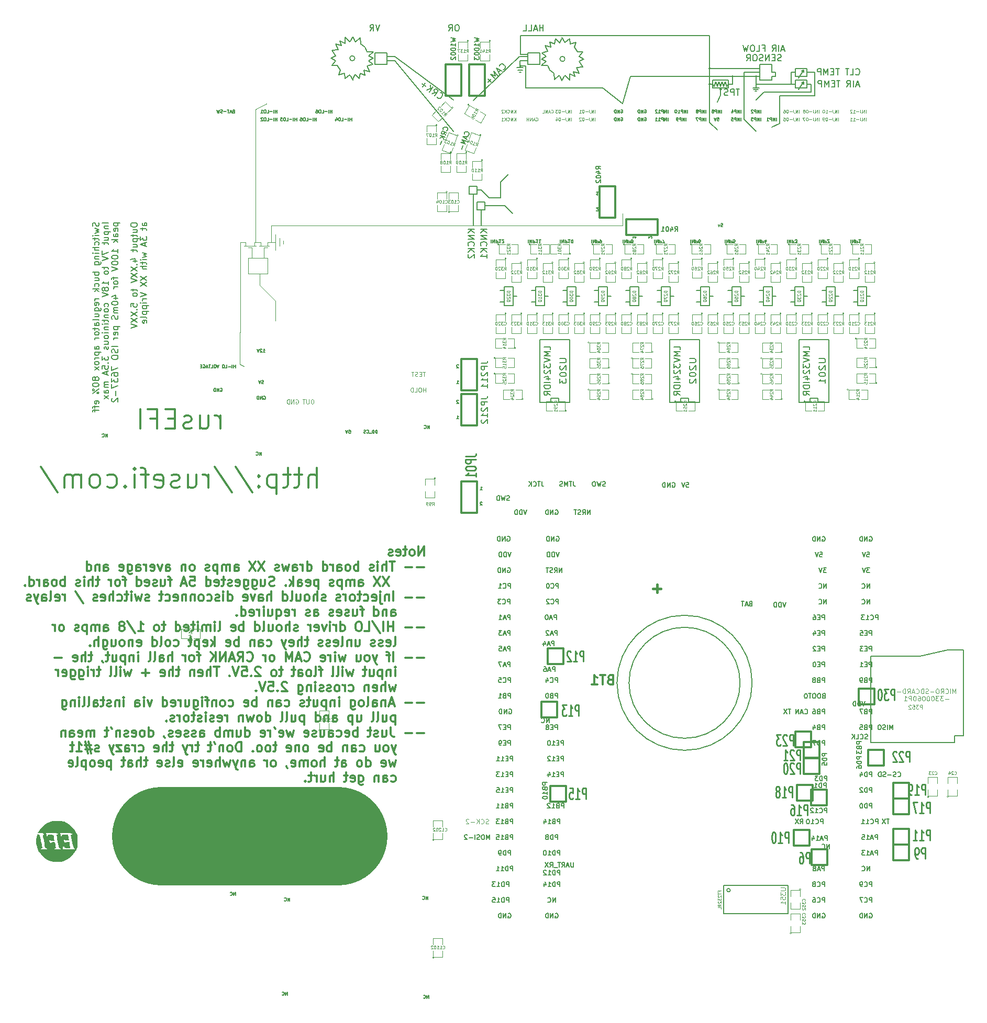
<source format=gbo>
G04 (created by PCBNEW (2013-07-07 BZR 4022)-stable) date 7/10/2014 10:27:13 PM*
%MOIN*%
G04 Gerber Fmt 3.4, Leading zero omitted, Abs format*
%FSLAX34Y34*%
G01*
G70*
G90*
G04 APERTURE LIST*
%ADD10C,0.00393701*%
%ADD11C,0.005*%
%ADD12C,0.012*%
%ADD13C,0.625*%
%ADD14C,0.00492126*%
%ADD15C,0.004*%
%ADD16C,0.006*%
%ADD17C,0.004925*%
%ADD18C,0.0045*%
%ADD19C,0.0039*%
%ADD20C,0.015*%
%ADD21C,0.0079*%
%ADD22C,0.0001*%
%ADD23C,0.008*%
%ADD24C,0.0059*%
%ADD25C,0.0125*%
%ADD26C,0.0043*%
%ADD27C,0.0107*%
G04 APERTURE END LIST*
G54D10*
G54D11*
X59407Y-78530D02*
X59407Y-78330D01*
X59292Y-78530D01*
X59292Y-78330D01*
X59083Y-78511D02*
X59092Y-78521D01*
X59121Y-78530D01*
X59140Y-78530D01*
X59169Y-78521D01*
X59188Y-78502D01*
X59197Y-78483D01*
X59207Y-78445D01*
X59207Y-78416D01*
X59197Y-78378D01*
X59188Y-78359D01*
X59169Y-78340D01*
X59140Y-78330D01*
X59121Y-78330D01*
X59092Y-78340D01*
X59083Y-78350D01*
X59557Y-72530D02*
X59557Y-72330D01*
X59442Y-72530D01*
X59442Y-72330D01*
X59233Y-72511D02*
X59242Y-72521D01*
X59271Y-72530D01*
X59290Y-72530D01*
X59319Y-72521D01*
X59338Y-72502D01*
X59347Y-72483D01*
X59357Y-72445D01*
X59357Y-72416D01*
X59347Y-72378D01*
X59338Y-72359D01*
X59319Y-72340D01*
X59290Y-72330D01*
X59271Y-72330D01*
X59242Y-72340D01*
X59233Y-72350D01*
X68407Y-78730D02*
X68407Y-78530D01*
X68292Y-78730D01*
X68292Y-78530D01*
X68083Y-78711D02*
X68092Y-78721D01*
X68121Y-78730D01*
X68140Y-78730D01*
X68169Y-78721D01*
X68188Y-78702D01*
X68197Y-78683D01*
X68207Y-78645D01*
X68207Y-78616D01*
X68197Y-78578D01*
X68188Y-78559D01*
X68169Y-78540D01*
X68140Y-78530D01*
X68121Y-78530D01*
X68092Y-78540D01*
X68083Y-78550D01*
X56107Y-72180D02*
X56107Y-71980D01*
X55992Y-72180D01*
X55992Y-71980D01*
X55783Y-72161D02*
X55792Y-72171D01*
X55821Y-72180D01*
X55840Y-72180D01*
X55869Y-72171D01*
X55888Y-72152D01*
X55897Y-72133D01*
X55907Y-72095D01*
X55907Y-72066D01*
X55897Y-72028D01*
X55888Y-72009D01*
X55869Y-71990D01*
X55840Y-71980D01*
X55821Y-71980D01*
X55792Y-71990D01*
X55783Y-72000D01*
X68357Y-72430D02*
X68357Y-72230D01*
X68242Y-72430D01*
X68242Y-72230D01*
X68033Y-72411D02*
X68042Y-72421D01*
X68071Y-72430D01*
X68090Y-72430D01*
X68119Y-72421D01*
X68138Y-72402D01*
X68147Y-72383D01*
X68157Y-72345D01*
X68157Y-72316D01*
X68147Y-72278D01*
X68138Y-72259D01*
X68119Y-72240D01*
X68090Y-72230D01*
X68071Y-72230D01*
X68042Y-72240D01*
X68033Y-72250D01*
X68457Y-42430D02*
X68457Y-42230D01*
X68342Y-42430D01*
X68342Y-42230D01*
X68133Y-42411D02*
X68142Y-42421D01*
X68171Y-42430D01*
X68190Y-42430D01*
X68219Y-42421D01*
X68238Y-42402D01*
X68247Y-42383D01*
X68257Y-42345D01*
X68257Y-42316D01*
X68247Y-42278D01*
X68238Y-42259D01*
X68219Y-42240D01*
X68190Y-42230D01*
X68171Y-42230D01*
X68142Y-42240D01*
X68133Y-42250D01*
X47957Y-42980D02*
X47957Y-42780D01*
X47842Y-42980D01*
X47842Y-42780D01*
X47633Y-42961D02*
X47642Y-42971D01*
X47671Y-42980D01*
X47690Y-42980D01*
X47719Y-42971D01*
X47738Y-42952D01*
X47747Y-42933D01*
X47757Y-42895D01*
X47757Y-42866D01*
X47747Y-42828D01*
X47738Y-42809D01*
X47719Y-42790D01*
X47690Y-42780D01*
X47671Y-42780D01*
X47642Y-42790D01*
X47633Y-42800D01*
X57757Y-44130D02*
X57757Y-43930D01*
X57642Y-44130D01*
X57642Y-43930D01*
X57433Y-44111D02*
X57442Y-44121D01*
X57471Y-44130D01*
X57490Y-44130D01*
X57519Y-44121D01*
X57538Y-44102D01*
X57547Y-44083D01*
X57557Y-44045D01*
X57557Y-44016D01*
X57547Y-43978D01*
X57538Y-43959D01*
X57519Y-43940D01*
X57490Y-43930D01*
X57471Y-43930D01*
X57442Y-43940D01*
X57433Y-43950D01*
X65135Y-42730D02*
X65135Y-42530D01*
X65088Y-42530D01*
X65059Y-42540D01*
X65040Y-42559D01*
X65030Y-42578D01*
X65021Y-42616D01*
X65021Y-42645D01*
X65030Y-42683D01*
X65040Y-42702D01*
X65059Y-42721D01*
X65088Y-42730D01*
X65135Y-42730D01*
X64935Y-42730D02*
X64935Y-42530D01*
X64888Y-42530D01*
X64859Y-42540D01*
X64840Y-42559D01*
X64830Y-42578D01*
X64821Y-42616D01*
X64821Y-42645D01*
X64830Y-42683D01*
X64840Y-42702D01*
X64859Y-42721D01*
X64888Y-42730D01*
X64935Y-42730D01*
X64783Y-42750D02*
X64630Y-42750D01*
X64469Y-42711D02*
X64478Y-42721D01*
X64507Y-42730D01*
X64526Y-42730D01*
X64554Y-42721D01*
X64573Y-42702D01*
X64583Y-42683D01*
X64592Y-42645D01*
X64592Y-42616D01*
X64583Y-42578D01*
X64573Y-42559D01*
X64554Y-42540D01*
X64526Y-42530D01*
X64507Y-42530D01*
X64478Y-42540D01*
X64469Y-42550D01*
X64392Y-42721D02*
X64364Y-42730D01*
X64316Y-42730D01*
X64297Y-42721D01*
X64288Y-42711D01*
X64278Y-42692D01*
X64278Y-42673D01*
X64288Y-42654D01*
X64297Y-42645D01*
X64316Y-42635D01*
X64354Y-42626D01*
X64373Y-42616D01*
X64383Y-42607D01*
X64392Y-42588D01*
X64392Y-42569D01*
X64383Y-42550D01*
X64373Y-42540D01*
X64354Y-42530D01*
X64307Y-42530D01*
X64278Y-42540D01*
X63335Y-42530D02*
X63430Y-42530D01*
X63440Y-42626D01*
X63430Y-42616D01*
X63411Y-42607D01*
X63364Y-42607D01*
X63345Y-42616D01*
X63335Y-42626D01*
X63326Y-42645D01*
X63326Y-42692D01*
X63335Y-42711D01*
X63345Y-42721D01*
X63364Y-42730D01*
X63411Y-42730D01*
X63430Y-42721D01*
X63440Y-42711D01*
X63269Y-42530D02*
X63202Y-42730D01*
X63135Y-42530D01*
X82600Y-30307D02*
X82609Y-30297D01*
X82619Y-30278D01*
X82619Y-30230D01*
X82609Y-30211D01*
X82600Y-30202D01*
X82580Y-30192D01*
X82561Y-30192D01*
X82533Y-30202D01*
X82419Y-30316D01*
X82419Y-30192D01*
X81429Y-30192D02*
X81429Y-30307D01*
X81429Y-30250D02*
X81629Y-30250D01*
X81600Y-30269D01*
X81581Y-30288D01*
X81571Y-30307D01*
X79092Y-28550D02*
X79102Y-28559D01*
X79121Y-28569D01*
X79169Y-28569D01*
X79188Y-28559D01*
X79197Y-28550D01*
X79207Y-28530D01*
X79207Y-28511D01*
X79197Y-28483D01*
X79083Y-28369D01*
X79207Y-28369D01*
X79207Y-27379D02*
X79092Y-27379D01*
X79150Y-27379D02*
X79150Y-27579D01*
X79130Y-27550D01*
X79111Y-27531D01*
X79092Y-27521D01*
X71692Y-46330D02*
X71807Y-46330D01*
X71750Y-46330D02*
X71750Y-46130D01*
X71769Y-46159D01*
X71788Y-46178D01*
X71807Y-46188D01*
X71807Y-47140D02*
X71797Y-47130D01*
X71778Y-47120D01*
X71730Y-47120D01*
X71711Y-47130D01*
X71702Y-47140D01*
X71692Y-47159D01*
X71692Y-47178D01*
X71702Y-47206D01*
X71816Y-47320D01*
X71692Y-47320D01*
X70307Y-40650D02*
X70297Y-40640D01*
X70278Y-40630D01*
X70230Y-40630D01*
X70211Y-40640D01*
X70202Y-40650D01*
X70192Y-40669D01*
X70192Y-40688D01*
X70202Y-40716D01*
X70316Y-40830D01*
X70192Y-40830D01*
X70192Y-41820D02*
X70307Y-41820D01*
X70250Y-41820D02*
X70250Y-41620D01*
X70269Y-41649D01*
X70288Y-41668D01*
X70307Y-41678D01*
X70307Y-38400D02*
X70297Y-38390D01*
X70278Y-38380D01*
X70230Y-38380D01*
X70211Y-38390D01*
X70202Y-38400D01*
X70192Y-38419D01*
X70192Y-38438D01*
X70202Y-38466D01*
X70316Y-38580D01*
X70192Y-38580D01*
X70192Y-39570D02*
X70307Y-39570D01*
X70250Y-39570D02*
X70250Y-39370D01*
X70269Y-39399D01*
X70288Y-39418D01*
X70307Y-39428D01*
G54D12*
X68107Y-50542D02*
X68107Y-49942D01*
X67764Y-50542D01*
X67764Y-49942D01*
X67392Y-50542D02*
X67450Y-50514D01*
X67478Y-50485D01*
X67507Y-50428D01*
X67507Y-50257D01*
X67478Y-50200D01*
X67450Y-50171D01*
X67392Y-50142D01*
X67307Y-50142D01*
X67250Y-50171D01*
X67221Y-50200D01*
X67192Y-50257D01*
X67192Y-50428D01*
X67221Y-50485D01*
X67250Y-50514D01*
X67307Y-50542D01*
X67392Y-50542D01*
X67021Y-50142D02*
X66792Y-50142D01*
X66935Y-49942D02*
X66935Y-50457D01*
X66907Y-50514D01*
X66850Y-50542D01*
X66792Y-50542D01*
X66364Y-50514D02*
X66421Y-50542D01*
X66535Y-50542D01*
X66592Y-50514D01*
X66621Y-50457D01*
X66621Y-50228D01*
X66592Y-50171D01*
X66535Y-50142D01*
X66421Y-50142D01*
X66364Y-50171D01*
X66335Y-50228D01*
X66335Y-50285D01*
X66621Y-50342D01*
X66107Y-50514D02*
X66050Y-50542D01*
X65935Y-50542D01*
X65878Y-50514D01*
X65850Y-50457D01*
X65850Y-50428D01*
X65878Y-50371D01*
X65935Y-50342D01*
X66021Y-50342D01*
X66078Y-50314D01*
X66107Y-50257D01*
X66107Y-50228D01*
X66078Y-50171D01*
X66021Y-50142D01*
X65935Y-50142D01*
X65878Y-50171D01*
X68107Y-51274D02*
X67650Y-51274D01*
X67364Y-51274D02*
X66907Y-51274D01*
X66250Y-50902D02*
X65907Y-50902D01*
X66078Y-51502D02*
X66078Y-50902D01*
X65707Y-51502D02*
X65707Y-50902D01*
X65450Y-51502D02*
X65450Y-51188D01*
X65478Y-51131D01*
X65535Y-51102D01*
X65621Y-51102D01*
X65678Y-51131D01*
X65707Y-51160D01*
X65164Y-51502D02*
X65164Y-51102D01*
X65164Y-50902D02*
X65192Y-50931D01*
X65164Y-50960D01*
X65135Y-50931D01*
X65164Y-50902D01*
X65164Y-50960D01*
X64907Y-51474D02*
X64850Y-51502D01*
X64735Y-51502D01*
X64678Y-51474D01*
X64650Y-51417D01*
X64650Y-51388D01*
X64678Y-51331D01*
X64735Y-51302D01*
X64821Y-51302D01*
X64878Y-51274D01*
X64907Y-51217D01*
X64907Y-51188D01*
X64878Y-51131D01*
X64821Y-51102D01*
X64735Y-51102D01*
X64678Y-51131D01*
X63935Y-51502D02*
X63935Y-50902D01*
X63935Y-51131D02*
X63878Y-51102D01*
X63764Y-51102D01*
X63707Y-51131D01*
X63678Y-51160D01*
X63650Y-51217D01*
X63650Y-51388D01*
X63678Y-51445D01*
X63707Y-51474D01*
X63764Y-51502D01*
X63878Y-51502D01*
X63935Y-51474D01*
X63307Y-51502D02*
X63364Y-51474D01*
X63392Y-51445D01*
X63421Y-51388D01*
X63421Y-51217D01*
X63392Y-51160D01*
X63364Y-51131D01*
X63307Y-51102D01*
X63221Y-51102D01*
X63164Y-51131D01*
X63135Y-51160D01*
X63107Y-51217D01*
X63107Y-51388D01*
X63135Y-51445D01*
X63164Y-51474D01*
X63221Y-51502D01*
X63307Y-51502D01*
X62592Y-51502D02*
X62592Y-51188D01*
X62621Y-51131D01*
X62678Y-51102D01*
X62792Y-51102D01*
X62850Y-51131D01*
X62592Y-51474D02*
X62650Y-51502D01*
X62792Y-51502D01*
X62850Y-51474D01*
X62878Y-51417D01*
X62878Y-51360D01*
X62850Y-51302D01*
X62792Y-51274D01*
X62650Y-51274D01*
X62592Y-51245D01*
X62307Y-51502D02*
X62307Y-51102D01*
X62307Y-51217D02*
X62278Y-51160D01*
X62250Y-51131D01*
X62192Y-51102D01*
X62135Y-51102D01*
X61678Y-51502D02*
X61678Y-50902D01*
X61678Y-51474D02*
X61735Y-51502D01*
X61850Y-51502D01*
X61907Y-51474D01*
X61935Y-51445D01*
X61964Y-51388D01*
X61964Y-51217D01*
X61935Y-51160D01*
X61907Y-51131D01*
X61850Y-51102D01*
X61735Y-51102D01*
X61678Y-51131D01*
X60678Y-51502D02*
X60678Y-50902D01*
X60678Y-51474D02*
X60735Y-51502D01*
X60850Y-51502D01*
X60907Y-51474D01*
X60935Y-51445D01*
X60964Y-51388D01*
X60964Y-51217D01*
X60935Y-51160D01*
X60907Y-51131D01*
X60850Y-51102D01*
X60735Y-51102D01*
X60678Y-51131D01*
X60392Y-51502D02*
X60392Y-51102D01*
X60392Y-51217D02*
X60364Y-51160D01*
X60335Y-51131D01*
X60278Y-51102D01*
X60221Y-51102D01*
X59764Y-51502D02*
X59764Y-51188D01*
X59792Y-51131D01*
X59850Y-51102D01*
X59964Y-51102D01*
X60021Y-51131D01*
X59764Y-51474D02*
X59821Y-51502D01*
X59964Y-51502D01*
X60021Y-51474D01*
X60050Y-51417D01*
X60050Y-51360D01*
X60021Y-51302D01*
X59964Y-51274D01*
X59821Y-51274D01*
X59764Y-51245D01*
X59535Y-51102D02*
X59421Y-51502D01*
X59307Y-51217D01*
X59192Y-51502D01*
X59078Y-51102D01*
X58878Y-51474D02*
X58821Y-51502D01*
X58707Y-51502D01*
X58650Y-51474D01*
X58621Y-51417D01*
X58621Y-51388D01*
X58650Y-51331D01*
X58707Y-51302D01*
X58792Y-51302D01*
X58850Y-51274D01*
X58878Y-51217D01*
X58878Y-51188D01*
X58850Y-51131D01*
X58792Y-51102D01*
X58707Y-51102D01*
X58650Y-51131D01*
X57964Y-50902D02*
X57564Y-51502D01*
X57564Y-50902D02*
X57964Y-51502D01*
X57392Y-50902D02*
X56992Y-51502D01*
X56992Y-50902D02*
X57392Y-51502D01*
X56050Y-51502D02*
X56050Y-51188D01*
X56078Y-51131D01*
X56135Y-51102D01*
X56250Y-51102D01*
X56307Y-51131D01*
X56050Y-51474D02*
X56107Y-51502D01*
X56250Y-51502D01*
X56307Y-51474D01*
X56335Y-51417D01*
X56335Y-51360D01*
X56307Y-51302D01*
X56250Y-51274D01*
X56107Y-51274D01*
X56050Y-51245D01*
X55764Y-51502D02*
X55764Y-51102D01*
X55764Y-51160D02*
X55735Y-51131D01*
X55678Y-51102D01*
X55592Y-51102D01*
X55535Y-51131D01*
X55507Y-51188D01*
X55507Y-51502D01*
X55507Y-51188D02*
X55478Y-51131D01*
X55421Y-51102D01*
X55335Y-51102D01*
X55278Y-51131D01*
X55250Y-51188D01*
X55250Y-51502D01*
X54964Y-51102D02*
X54964Y-51702D01*
X54964Y-51131D02*
X54907Y-51102D01*
X54792Y-51102D01*
X54735Y-51131D01*
X54707Y-51160D01*
X54678Y-51217D01*
X54678Y-51388D01*
X54707Y-51445D01*
X54735Y-51474D01*
X54792Y-51502D01*
X54907Y-51502D01*
X54964Y-51474D01*
X54450Y-51474D02*
X54392Y-51502D01*
X54278Y-51502D01*
X54221Y-51474D01*
X54192Y-51417D01*
X54192Y-51388D01*
X54221Y-51331D01*
X54278Y-51302D01*
X54364Y-51302D01*
X54421Y-51274D01*
X54450Y-51217D01*
X54450Y-51188D01*
X54421Y-51131D01*
X54364Y-51102D01*
X54278Y-51102D01*
X54221Y-51131D01*
X53392Y-51502D02*
X53450Y-51474D01*
X53478Y-51445D01*
X53507Y-51388D01*
X53507Y-51217D01*
X53478Y-51160D01*
X53450Y-51131D01*
X53392Y-51102D01*
X53307Y-51102D01*
X53250Y-51131D01*
X53221Y-51160D01*
X53192Y-51217D01*
X53192Y-51388D01*
X53221Y-51445D01*
X53250Y-51474D01*
X53307Y-51502D01*
X53392Y-51502D01*
X52935Y-51102D02*
X52935Y-51502D01*
X52935Y-51160D02*
X52907Y-51131D01*
X52850Y-51102D01*
X52764Y-51102D01*
X52707Y-51131D01*
X52678Y-51188D01*
X52678Y-51502D01*
X51678Y-51502D02*
X51678Y-51188D01*
X51707Y-51131D01*
X51764Y-51102D01*
X51878Y-51102D01*
X51935Y-51131D01*
X51678Y-51474D02*
X51735Y-51502D01*
X51878Y-51502D01*
X51935Y-51474D01*
X51964Y-51417D01*
X51964Y-51360D01*
X51935Y-51302D01*
X51878Y-51274D01*
X51735Y-51274D01*
X51678Y-51245D01*
X51450Y-51102D02*
X51307Y-51502D01*
X51164Y-51102D01*
X50707Y-51474D02*
X50764Y-51502D01*
X50878Y-51502D01*
X50935Y-51474D01*
X50964Y-51417D01*
X50964Y-51188D01*
X50935Y-51131D01*
X50878Y-51102D01*
X50764Y-51102D01*
X50707Y-51131D01*
X50678Y-51188D01*
X50678Y-51245D01*
X50964Y-51302D01*
X50421Y-51502D02*
X50421Y-51102D01*
X50421Y-51217D02*
X50392Y-51160D01*
X50364Y-51131D01*
X50307Y-51102D01*
X50250Y-51102D01*
X49792Y-51502D02*
X49792Y-51188D01*
X49821Y-51131D01*
X49878Y-51102D01*
X49992Y-51102D01*
X50050Y-51131D01*
X49792Y-51474D02*
X49850Y-51502D01*
X49992Y-51502D01*
X50050Y-51474D01*
X50078Y-51417D01*
X50078Y-51360D01*
X50050Y-51302D01*
X49992Y-51274D01*
X49850Y-51274D01*
X49792Y-51245D01*
X49250Y-51102D02*
X49250Y-51588D01*
X49278Y-51645D01*
X49307Y-51674D01*
X49364Y-51702D01*
X49450Y-51702D01*
X49507Y-51674D01*
X49250Y-51474D02*
X49307Y-51502D01*
X49421Y-51502D01*
X49478Y-51474D01*
X49507Y-51445D01*
X49535Y-51388D01*
X49535Y-51217D01*
X49507Y-51160D01*
X49478Y-51131D01*
X49421Y-51102D01*
X49307Y-51102D01*
X49250Y-51131D01*
X48735Y-51474D02*
X48792Y-51502D01*
X48907Y-51502D01*
X48964Y-51474D01*
X48992Y-51417D01*
X48992Y-51188D01*
X48964Y-51131D01*
X48907Y-51102D01*
X48792Y-51102D01*
X48735Y-51131D01*
X48707Y-51188D01*
X48707Y-51245D01*
X48992Y-51302D01*
X47735Y-51502D02*
X47735Y-51188D01*
X47764Y-51131D01*
X47821Y-51102D01*
X47935Y-51102D01*
X47992Y-51131D01*
X47735Y-51474D02*
X47792Y-51502D01*
X47935Y-51502D01*
X47992Y-51474D01*
X48021Y-51417D01*
X48021Y-51360D01*
X47992Y-51302D01*
X47935Y-51274D01*
X47792Y-51274D01*
X47735Y-51245D01*
X47450Y-51102D02*
X47450Y-51502D01*
X47450Y-51160D02*
X47421Y-51131D01*
X47364Y-51102D01*
X47278Y-51102D01*
X47221Y-51131D01*
X47192Y-51188D01*
X47192Y-51502D01*
X46650Y-51502D02*
X46650Y-50902D01*
X46650Y-51474D02*
X46707Y-51502D01*
X46821Y-51502D01*
X46878Y-51474D01*
X46907Y-51445D01*
X46935Y-51388D01*
X46935Y-51217D01*
X46907Y-51160D01*
X46878Y-51131D01*
X46821Y-51102D01*
X46707Y-51102D01*
X46650Y-51131D01*
X65878Y-51862D02*
X65478Y-52462D01*
X65478Y-51862D02*
X65878Y-52462D01*
X65307Y-51862D02*
X64907Y-52462D01*
X64907Y-51862D02*
X65307Y-52462D01*
X63964Y-52462D02*
X63964Y-52148D01*
X63992Y-52091D01*
X64049Y-52062D01*
X64164Y-52062D01*
X64221Y-52091D01*
X63964Y-52434D02*
X64021Y-52462D01*
X64164Y-52462D01*
X64221Y-52434D01*
X64249Y-52377D01*
X64249Y-52320D01*
X64221Y-52262D01*
X64164Y-52234D01*
X64021Y-52234D01*
X63964Y-52205D01*
X63678Y-52462D02*
X63678Y-52062D01*
X63678Y-52120D02*
X63649Y-52091D01*
X63592Y-52062D01*
X63507Y-52062D01*
X63449Y-52091D01*
X63421Y-52148D01*
X63421Y-52462D01*
X63421Y-52148D02*
X63392Y-52091D01*
X63335Y-52062D01*
X63249Y-52062D01*
X63192Y-52091D01*
X63164Y-52148D01*
X63164Y-52462D01*
X62878Y-52062D02*
X62878Y-52662D01*
X62878Y-52091D02*
X62821Y-52062D01*
X62707Y-52062D01*
X62649Y-52091D01*
X62621Y-52120D01*
X62592Y-52177D01*
X62592Y-52348D01*
X62621Y-52405D01*
X62649Y-52434D01*
X62707Y-52462D01*
X62821Y-52462D01*
X62878Y-52434D01*
X62364Y-52434D02*
X62307Y-52462D01*
X62192Y-52462D01*
X62135Y-52434D01*
X62107Y-52377D01*
X62107Y-52348D01*
X62135Y-52291D01*
X62192Y-52262D01*
X62278Y-52262D01*
X62335Y-52234D01*
X62364Y-52177D01*
X62364Y-52148D01*
X62335Y-52091D01*
X62278Y-52062D01*
X62192Y-52062D01*
X62135Y-52091D01*
X61392Y-52062D02*
X61392Y-52662D01*
X61392Y-52091D02*
X61335Y-52062D01*
X61221Y-52062D01*
X61164Y-52091D01*
X61135Y-52120D01*
X61107Y-52177D01*
X61107Y-52348D01*
X61135Y-52405D01*
X61164Y-52434D01*
X61221Y-52462D01*
X61335Y-52462D01*
X61392Y-52434D01*
X60621Y-52434D02*
X60678Y-52462D01*
X60792Y-52462D01*
X60849Y-52434D01*
X60878Y-52377D01*
X60878Y-52148D01*
X60849Y-52091D01*
X60792Y-52062D01*
X60678Y-52062D01*
X60621Y-52091D01*
X60592Y-52148D01*
X60592Y-52205D01*
X60878Y-52262D01*
X60078Y-52462D02*
X60078Y-52148D01*
X60107Y-52091D01*
X60164Y-52062D01*
X60278Y-52062D01*
X60335Y-52091D01*
X60078Y-52434D02*
X60135Y-52462D01*
X60278Y-52462D01*
X60335Y-52434D01*
X60364Y-52377D01*
X60364Y-52320D01*
X60335Y-52262D01*
X60278Y-52234D01*
X60135Y-52234D01*
X60078Y-52205D01*
X59792Y-52462D02*
X59792Y-51862D01*
X59735Y-52234D02*
X59564Y-52462D01*
X59564Y-52062D02*
X59792Y-52291D01*
X59307Y-52405D02*
X59278Y-52434D01*
X59307Y-52462D01*
X59335Y-52434D01*
X59307Y-52405D01*
X59307Y-52462D01*
X58592Y-52434D02*
X58507Y-52462D01*
X58364Y-52462D01*
X58307Y-52434D01*
X58278Y-52405D01*
X58249Y-52348D01*
X58249Y-52291D01*
X58278Y-52234D01*
X58307Y-52205D01*
X58364Y-52177D01*
X58478Y-52148D01*
X58535Y-52120D01*
X58564Y-52091D01*
X58592Y-52034D01*
X58592Y-51977D01*
X58564Y-51920D01*
X58535Y-51891D01*
X58478Y-51862D01*
X58335Y-51862D01*
X58249Y-51891D01*
X57735Y-52062D02*
X57735Y-52462D01*
X57992Y-52062D02*
X57992Y-52377D01*
X57964Y-52434D01*
X57907Y-52462D01*
X57821Y-52462D01*
X57764Y-52434D01*
X57735Y-52405D01*
X57192Y-52062D02*
X57192Y-52548D01*
X57221Y-52605D01*
X57249Y-52634D01*
X57307Y-52662D01*
X57392Y-52662D01*
X57449Y-52634D01*
X57192Y-52434D02*
X57249Y-52462D01*
X57364Y-52462D01*
X57421Y-52434D01*
X57449Y-52405D01*
X57478Y-52348D01*
X57478Y-52177D01*
X57449Y-52120D01*
X57421Y-52091D01*
X57364Y-52062D01*
X57249Y-52062D01*
X57192Y-52091D01*
X56649Y-52062D02*
X56649Y-52548D01*
X56678Y-52605D01*
X56707Y-52634D01*
X56764Y-52662D01*
X56849Y-52662D01*
X56907Y-52634D01*
X56649Y-52434D02*
X56707Y-52462D01*
X56821Y-52462D01*
X56878Y-52434D01*
X56907Y-52405D01*
X56935Y-52348D01*
X56935Y-52177D01*
X56907Y-52120D01*
X56878Y-52091D01*
X56821Y-52062D01*
X56707Y-52062D01*
X56649Y-52091D01*
X56135Y-52434D02*
X56192Y-52462D01*
X56307Y-52462D01*
X56364Y-52434D01*
X56392Y-52377D01*
X56392Y-52148D01*
X56364Y-52091D01*
X56307Y-52062D01*
X56192Y-52062D01*
X56135Y-52091D01*
X56107Y-52148D01*
X56107Y-52205D01*
X56392Y-52262D01*
X55878Y-52434D02*
X55821Y-52462D01*
X55707Y-52462D01*
X55649Y-52434D01*
X55621Y-52377D01*
X55621Y-52348D01*
X55649Y-52291D01*
X55707Y-52262D01*
X55792Y-52262D01*
X55849Y-52234D01*
X55878Y-52177D01*
X55878Y-52148D01*
X55849Y-52091D01*
X55792Y-52062D01*
X55707Y-52062D01*
X55649Y-52091D01*
X55449Y-52062D02*
X55221Y-52062D01*
X55364Y-51862D02*
X55364Y-52377D01*
X55335Y-52434D01*
X55278Y-52462D01*
X55221Y-52462D01*
X54792Y-52434D02*
X54849Y-52462D01*
X54964Y-52462D01*
X55021Y-52434D01*
X55049Y-52377D01*
X55049Y-52148D01*
X55021Y-52091D01*
X54964Y-52062D01*
X54849Y-52062D01*
X54792Y-52091D01*
X54764Y-52148D01*
X54764Y-52205D01*
X55049Y-52262D01*
X54249Y-52462D02*
X54249Y-51862D01*
X54249Y-52434D02*
X54307Y-52462D01*
X54421Y-52462D01*
X54478Y-52434D01*
X54507Y-52405D01*
X54535Y-52348D01*
X54535Y-52177D01*
X54507Y-52120D01*
X54478Y-52091D01*
X54421Y-52062D01*
X54307Y-52062D01*
X54249Y-52091D01*
X53221Y-51862D02*
X53507Y-51862D01*
X53535Y-52148D01*
X53507Y-52120D01*
X53449Y-52091D01*
X53307Y-52091D01*
X53249Y-52120D01*
X53221Y-52148D01*
X53192Y-52205D01*
X53192Y-52348D01*
X53221Y-52405D01*
X53249Y-52434D01*
X53307Y-52462D01*
X53449Y-52462D01*
X53507Y-52434D01*
X53535Y-52405D01*
X52964Y-52291D02*
X52678Y-52291D01*
X53021Y-52462D02*
X52821Y-51862D01*
X52621Y-52462D01*
X52049Y-52062D02*
X51821Y-52062D01*
X51964Y-52462D02*
X51964Y-51948D01*
X51935Y-51891D01*
X51878Y-51862D01*
X51821Y-51862D01*
X51364Y-52062D02*
X51364Y-52462D01*
X51621Y-52062D02*
X51621Y-52377D01*
X51592Y-52434D01*
X51535Y-52462D01*
X51449Y-52462D01*
X51392Y-52434D01*
X51364Y-52405D01*
X51107Y-52434D02*
X51049Y-52462D01*
X50935Y-52462D01*
X50878Y-52434D01*
X50849Y-52377D01*
X50849Y-52348D01*
X50878Y-52291D01*
X50935Y-52262D01*
X51021Y-52262D01*
X51078Y-52234D01*
X51107Y-52177D01*
X51107Y-52148D01*
X51078Y-52091D01*
X51021Y-52062D01*
X50935Y-52062D01*
X50878Y-52091D01*
X50364Y-52434D02*
X50421Y-52462D01*
X50535Y-52462D01*
X50592Y-52434D01*
X50621Y-52377D01*
X50621Y-52148D01*
X50592Y-52091D01*
X50535Y-52062D01*
X50421Y-52062D01*
X50364Y-52091D01*
X50335Y-52148D01*
X50335Y-52205D01*
X50621Y-52262D01*
X49821Y-52462D02*
X49821Y-51862D01*
X49821Y-52434D02*
X49878Y-52462D01*
X49992Y-52462D01*
X50049Y-52434D01*
X50078Y-52405D01*
X50107Y-52348D01*
X50107Y-52177D01*
X50078Y-52120D01*
X50049Y-52091D01*
X49992Y-52062D01*
X49878Y-52062D01*
X49821Y-52091D01*
X49164Y-52062D02*
X48935Y-52062D01*
X49078Y-52462D02*
X49078Y-51948D01*
X49049Y-51891D01*
X48992Y-51862D01*
X48935Y-51862D01*
X48649Y-52462D02*
X48707Y-52434D01*
X48735Y-52405D01*
X48764Y-52348D01*
X48764Y-52177D01*
X48735Y-52120D01*
X48707Y-52091D01*
X48649Y-52062D01*
X48564Y-52062D01*
X48507Y-52091D01*
X48478Y-52120D01*
X48449Y-52177D01*
X48449Y-52348D01*
X48478Y-52405D01*
X48507Y-52434D01*
X48564Y-52462D01*
X48649Y-52462D01*
X48192Y-52462D02*
X48192Y-52062D01*
X48192Y-52177D02*
X48164Y-52120D01*
X48135Y-52091D01*
X48078Y-52062D01*
X48021Y-52062D01*
X47449Y-52062D02*
X47221Y-52062D01*
X47364Y-51862D02*
X47364Y-52377D01*
X47335Y-52434D01*
X47278Y-52462D01*
X47221Y-52462D01*
X47021Y-52462D02*
X47021Y-51862D01*
X46764Y-52462D02*
X46764Y-52148D01*
X46792Y-52091D01*
X46849Y-52062D01*
X46935Y-52062D01*
X46992Y-52091D01*
X47021Y-52120D01*
X46478Y-52462D02*
X46478Y-52062D01*
X46478Y-51862D02*
X46507Y-51891D01*
X46478Y-51920D01*
X46449Y-51891D01*
X46478Y-51862D01*
X46478Y-51920D01*
X46221Y-52434D02*
X46164Y-52462D01*
X46049Y-52462D01*
X45992Y-52434D01*
X45964Y-52377D01*
X45964Y-52348D01*
X45992Y-52291D01*
X46049Y-52262D01*
X46135Y-52262D01*
X46192Y-52234D01*
X46221Y-52177D01*
X46221Y-52148D01*
X46192Y-52091D01*
X46135Y-52062D01*
X46049Y-52062D01*
X45992Y-52091D01*
X45249Y-52462D02*
X45249Y-51862D01*
X45249Y-52091D02*
X45192Y-52062D01*
X45078Y-52062D01*
X45021Y-52091D01*
X44992Y-52120D01*
X44964Y-52177D01*
X44964Y-52348D01*
X44992Y-52405D01*
X45021Y-52434D01*
X45078Y-52462D01*
X45192Y-52462D01*
X45249Y-52434D01*
X44621Y-52462D02*
X44678Y-52434D01*
X44707Y-52405D01*
X44735Y-52348D01*
X44735Y-52177D01*
X44707Y-52120D01*
X44678Y-52091D01*
X44621Y-52062D01*
X44535Y-52062D01*
X44478Y-52091D01*
X44449Y-52120D01*
X44421Y-52177D01*
X44421Y-52348D01*
X44449Y-52405D01*
X44478Y-52434D01*
X44535Y-52462D01*
X44621Y-52462D01*
X43907Y-52462D02*
X43907Y-52148D01*
X43935Y-52091D01*
X43992Y-52062D01*
X44107Y-52062D01*
X44164Y-52091D01*
X43907Y-52434D02*
X43964Y-52462D01*
X44107Y-52462D01*
X44164Y-52434D01*
X44192Y-52377D01*
X44192Y-52320D01*
X44164Y-52262D01*
X44107Y-52234D01*
X43964Y-52234D01*
X43907Y-52205D01*
X43621Y-52462D02*
X43621Y-52062D01*
X43621Y-52177D02*
X43592Y-52120D01*
X43564Y-52091D01*
X43507Y-52062D01*
X43449Y-52062D01*
X42992Y-52462D02*
X42992Y-51862D01*
X42992Y-52434D02*
X43049Y-52462D01*
X43164Y-52462D01*
X43221Y-52434D01*
X43249Y-52405D01*
X43278Y-52348D01*
X43278Y-52177D01*
X43249Y-52120D01*
X43221Y-52091D01*
X43164Y-52062D01*
X43049Y-52062D01*
X42992Y-52091D01*
X42707Y-52405D02*
X42678Y-52434D01*
X42707Y-52462D01*
X42735Y-52434D01*
X42707Y-52405D01*
X42707Y-52462D01*
X68107Y-53194D02*
X67650Y-53194D01*
X67364Y-53194D02*
X66907Y-53194D01*
X66164Y-53422D02*
X66164Y-52822D01*
X65878Y-53022D02*
X65878Y-53422D01*
X65878Y-53080D02*
X65850Y-53051D01*
X65792Y-53022D01*
X65707Y-53022D01*
X65650Y-53051D01*
X65621Y-53108D01*
X65621Y-53422D01*
X65335Y-53022D02*
X65335Y-53537D01*
X65364Y-53594D01*
X65421Y-53622D01*
X65450Y-53622D01*
X65335Y-52822D02*
X65364Y-52851D01*
X65335Y-52880D01*
X65307Y-52851D01*
X65335Y-52822D01*
X65335Y-52880D01*
X64821Y-53394D02*
X64878Y-53422D01*
X64992Y-53422D01*
X65050Y-53394D01*
X65078Y-53337D01*
X65078Y-53108D01*
X65050Y-53051D01*
X64992Y-53022D01*
X64878Y-53022D01*
X64821Y-53051D01*
X64792Y-53108D01*
X64792Y-53165D01*
X65078Y-53222D01*
X64278Y-53394D02*
X64335Y-53422D01*
X64450Y-53422D01*
X64507Y-53394D01*
X64535Y-53365D01*
X64564Y-53308D01*
X64564Y-53137D01*
X64535Y-53080D01*
X64507Y-53051D01*
X64450Y-53022D01*
X64335Y-53022D01*
X64278Y-53051D01*
X64107Y-53022D02*
X63878Y-53022D01*
X64021Y-52822D02*
X64021Y-53337D01*
X63992Y-53394D01*
X63935Y-53422D01*
X63878Y-53422D01*
X63592Y-53422D02*
X63650Y-53394D01*
X63678Y-53365D01*
X63707Y-53308D01*
X63707Y-53137D01*
X63678Y-53080D01*
X63650Y-53051D01*
X63592Y-53022D01*
X63507Y-53022D01*
X63450Y-53051D01*
X63421Y-53080D01*
X63392Y-53137D01*
X63392Y-53308D01*
X63421Y-53365D01*
X63450Y-53394D01*
X63507Y-53422D01*
X63592Y-53422D01*
X63135Y-53422D02*
X63135Y-53022D01*
X63135Y-53137D02*
X63107Y-53080D01*
X63078Y-53051D01*
X63021Y-53022D01*
X62964Y-53022D01*
X62792Y-53394D02*
X62735Y-53422D01*
X62621Y-53422D01*
X62564Y-53394D01*
X62535Y-53337D01*
X62535Y-53308D01*
X62564Y-53251D01*
X62621Y-53222D01*
X62707Y-53222D01*
X62764Y-53194D01*
X62792Y-53137D01*
X62792Y-53108D01*
X62764Y-53051D01*
X62707Y-53022D01*
X62621Y-53022D01*
X62564Y-53051D01*
X61850Y-53394D02*
X61792Y-53422D01*
X61678Y-53422D01*
X61621Y-53394D01*
X61592Y-53337D01*
X61592Y-53308D01*
X61621Y-53251D01*
X61678Y-53222D01*
X61764Y-53222D01*
X61821Y-53194D01*
X61850Y-53137D01*
X61850Y-53108D01*
X61821Y-53051D01*
X61764Y-53022D01*
X61678Y-53022D01*
X61621Y-53051D01*
X61335Y-53422D02*
X61335Y-52822D01*
X61078Y-53422D02*
X61078Y-53108D01*
X61107Y-53051D01*
X61164Y-53022D01*
X61250Y-53022D01*
X61307Y-53051D01*
X61335Y-53080D01*
X60707Y-53422D02*
X60764Y-53394D01*
X60792Y-53365D01*
X60821Y-53308D01*
X60821Y-53137D01*
X60792Y-53080D01*
X60764Y-53051D01*
X60707Y-53022D01*
X60621Y-53022D01*
X60564Y-53051D01*
X60535Y-53080D01*
X60507Y-53137D01*
X60507Y-53308D01*
X60535Y-53365D01*
X60564Y-53394D01*
X60621Y-53422D01*
X60707Y-53422D01*
X59992Y-53022D02*
X59992Y-53422D01*
X60250Y-53022D02*
X60250Y-53337D01*
X60221Y-53394D01*
X60164Y-53422D01*
X60078Y-53422D01*
X60021Y-53394D01*
X59992Y-53365D01*
X59621Y-53422D02*
X59678Y-53394D01*
X59707Y-53337D01*
X59707Y-52822D01*
X59135Y-53422D02*
X59135Y-52822D01*
X59135Y-53394D02*
X59192Y-53422D01*
X59307Y-53422D01*
X59364Y-53394D01*
X59392Y-53365D01*
X59421Y-53308D01*
X59421Y-53137D01*
X59392Y-53080D01*
X59364Y-53051D01*
X59307Y-53022D01*
X59192Y-53022D01*
X59135Y-53051D01*
X58392Y-53422D02*
X58392Y-52822D01*
X58135Y-53422D02*
X58135Y-53108D01*
X58164Y-53051D01*
X58221Y-53022D01*
X58307Y-53022D01*
X58364Y-53051D01*
X58392Y-53080D01*
X57592Y-53422D02*
X57592Y-53108D01*
X57621Y-53051D01*
X57678Y-53022D01*
X57792Y-53022D01*
X57850Y-53051D01*
X57592Y-53394D02*
X57650Y-53422D01*
X57792Y-53422D01*
X57850Y-53394D01*
X57878Y-53337D01*
X57878Y-53280D01*
X57850Y-53222D01*
X57792Y-53194D01*
X57650Y-53194D01*
X57592Y-53165D01*
X57364Y-53022D02*
X57221Y-53422D01*
X57078Y-53022D01*
X56621Y-53394D02*
X56678Y-53422D01*
X56792Y-53422D01*
X56850Y-53394D01*
X56878Y-53337D01*
X56878Y-53108D01*
X56850Y-53051D01*
X56792Y-53022D01*
X56678Y-53022D01*
X56621Y-53051D01*
X56592Y-53108D01*
X56592Y-53165D01*
X56878Y-53222D01*
X55621Y-53422D02*
X55621Y-52822D01*
X55621Y-53394D02*
X55678Y-53422D01*
X55792Y-53422D01*
X55850Y-53394D01*
X55878Y-53365D01*
X55907Y-53308D01*
X55907Y-53137D01*
X55878Y-53080D01*
X55850Y-53051D01*
X55792Y-53022D01*
X55678Y-53022D01*
X55621Y-53051D01*
X55335Y-53422D02*
X55335Y-53022D01*
X55335Y-52822D02*
X55364Y-52851D01*
X55335Y-52880D01*
X55307Y-52851D01*
X55335Y-52822D01*
X55335Y-52880D01*
X55078Y-53394D02*
X55021Y-53422D01*
X54907Y-53422D01*
X54850Y-53394D01*
X54821Y-53337D01*
X54821Y-53308D01*
X54850Y-53251D01*
X54907Y-53222D01*
X54992Y-53222D01*
X55050Y-53194D01*
X55078Y-53137D01*
X55078Y-53108D01*
X55050Y-53051D01*
X54992Y-53022D01*
X54907Y-53022D01*
X54850Y-53051D01*
X54307Y-53394D02*
X54364Y-53422D01*
X54478Y-53422D01*
X54535Y-53394D01*
X54564Y-53365D01*
X54592Y-53308D01*
X54592Y-53137D01*
X54564Y-53080D01*
X54535Y-53051D01*
X54478Y-53022D01*
X54364Y-53022D01*
X54307Y-53051D01*
X53964Y-53422D02*
X54021Y-53394D01*
X54050Y-53365D01*
X54078Y-53308D01*
X54078Y-53137D01*
X54050Y-53080D01*
X54021Y-53051D01*
X53964Y-53022D01*
X53878Y-53022D01*
X53821Y-53051D01*
X53792Y-53080D01*
X53764Y-53137D01*
X53764Y-53308D01*
X53792Y-53365D01*
X53821Y-53394D01*
X53878Y-53422D01*
X53964Y-53422D01*
X53507Y-53022D02*
X53507Y-53422D01*
X53507Y-53080D02*
X53478Y-53051D01*
X53421Y-53022D01*
X53335Y-53022D01*
X53278Y-53051D01*
X53250Y-53108D01*
X53250Y-53422D01*
X52964Y-53022D02*
X52964Y-53422D01*
X52964Y-53080D02*
X52935Y-53051D01*
X52878Y-53022D01*
X52792Y-53022D01*
X52735Y-53051D01*
X52707Y-53108D01*
X52707Y-53422D01*
X52192Y-53394D02*
X52250Y-53422D01*
X52364Y-53422D01*
X52421Y-53394D01*
X52450Y-53337D01*
X52450Y-53108D01*
X52421Y-53051D01*
X52364Y-53022D01*
X52250Y-53022D01*
X52192Y-53051D01*
X52164Y-53108D01*
X52164Y-53165D01*
X52450Y-53222D01*
X51650Y-53394D02*
X51707Y-53422D01*
X51821Y-53422D01*
X51878Y-53394D01*
X51907Y-53365D01*
X51935Y-53308D01*
X51935Y-53137D01*
X51907Y-53080D01*
X51878Y-53051D01*
X51821Y-53022D01*
X51707Y-53022D01*
X51650Y-53051D01*
X51478Y-53022D02*
X51250Y-53022D01*
X51392Y-52822D02*
X51392Y-53337D01*
X51364Y-53394D01*
X51307Y-53422D01*
X51250Y-53422D01*
X50621Y-53394D02*
X50564Y-53422D01*
X50450Y-53422D01*
X50392Y-53394D01*
X50364Y-53337D01*
X50364Y-53308D01*
X50392Y-53251D01*
X50450Y-53222D01*
X50535Y-53222D01*
X50592Y-53194D01*
X50621Y-53137D01*
X50621Y-53108D01*
X50592Y-53051D01*
X50535Y-53022D01*
X50450Y-53022D01*
X50392Y-53051D01*
X50164Y-53022D02*
X50050Y-53422D01*
X49935Y-53137D01*
X49821Y-53422D01*
X49707Y-53022D01*
X49478Y-53422D02*
X49478Y-53022D01*
X49478Y-52822D02*
X49507Y-52851D01*
X49478Y-52880D01*
X49450Y-52851D01*
X49478Y-52822D01*
X49478Y-52880D01*
X49278Y-53022D02*
X49050Y-53022D01*
X49192Y-52822D02*
X49192Y-53337D01*
X49164Y-53394D01*
X49107Y-53422D01*
X49050Y-53422D01*
X48592Y-53394D02*
X48650Y-53422D01*
X48764Y-53422D01*
X48821Y-53394D01*
X48850Y-53365D01*
X48878Y-53308D01*
X48878Y-53137D01*
X48850Y-53080D01*
X48821Y-53051D01*
X48764Y-53022D01*
X48650Y-53022D01*
X48592Y-53051D01*
X48335Y-53422D02*
X48335Y-52822D01*
X48078Y-53422D02*
X48078Y-53108D01*
X48107Y-53051D01*
X48164Y-53022D01*
X48250Y-53022D01*
X48307Y-53051D01*
X48335Y-53080D01*
X47564Y-53394D02*
X47621Y-53422D01*
X47735Y-53422D01*
X47792Y-53394D01*
X47821Y-53337D01*
X47821Y-53108D01*
X47792Y-53051D01*
X47735Y-53022D01*
X47621Y-53022D01*
X47564Y-53051D01*
X47535Y-53108D01*
X47535Y-53165D01*
X47821Y-53222D01*
X47307Y-53394D02*
X47250Y-53422D01*
X47135Y-53422D01*
X47078Y-53394D01*
X47050Y-53337D01*
X47050Y-53308D01*
X47078Y-53251D01*
X47135Y-53222D01*
X47221Y-53222D01*
X47278Y-53194D01*
X47307Y-53137D01*
X47307Y-53108D01*
X47278Y-53051D01*
X47221Y-53022D01*
X47135Y-53022D01*
X47078Y-53051D01*
X45907Y-52794D02*
X46421Y-53565D01*
X45250Y-53422D02*
X45250Y-53022D01*
X45250Y-53137D02*
X45221Y-53080D01*
X45192Y-53051D01*
X45135Y-53022D01*
X45078Y-53022D01*
X44650Y-53394D02*
X44707Y-53422D01*
X44821Y-53422D01*
X44878Y-53394D01*
X44907Y-53337D01*
X44907Y-53108D01*
X44878Y-53051D01*
X44821Y-53022D01*
X44707Y-53022D01*
X44650Y-53051D01*
X44621Y-53108D01*
X44621Y-53165D01*
X44907Y-53222D01*
X44278Y-53422D02*
X44335Y-53394D01*
X44364Y-53337D01*
X44364Y-52822D01*
X43792Y-53422D02*
X43792Y-53108D01*
X43821Y-53051D01*
X43878Y-53022D01*
X43992Y-53022D01*
X44050Y-53051D01*
X43792Y-53394D02*
X43850Y-53422D01*
X43992Y-53422D01*
X44050Y-53394D01*
X44078Y-53337D01*
X44078Y-53280D01*
X44050Y-53222D01*
X43992Y-53194D01*
X43850Y-53194D01*
X43792Y-53165D01*
X43564Y-53022D02*
X43421Y-53422D01*
X43278Y-53022D02*
X43421Y-53422D01*
X43478Y-53565D01*
X43507Y-53594D01*
X43564Y-53622D01*
X43078Y-53394D02*
X43021Y-53422D01*
X42907Y-53422D01*
X42850Y-53394D01*
X42821Y-53337D01*
X42821Y-53308D01*
X42850Y-53251D01*
X42907Y-53222D01*
X42992Y-53222D01*
X43050Y-53194D01*
X43078Y-53137D01*
X43078Y-53108D01*
X43050Y-53051D01*
X42992Y-53022D01*
X42907Y-53022D01*
X42850Y-53051D01*
X66021Y-54382D02*
X66021Y-54068D01*
X66049Y-54011D01*
X66107Y-53982D01*
X66221Y-53982D01*
X66278Y-54011D01*
X66021Y-54354D02*
X66078Y-54382D01*
X66221Y-54382D01*
X66278Y-54354D01*
X66307Y-54297D01*
X66307Y-54240D01*
X66278Y-54182D01*
X66221Y-54154D01*
X66078Y-54154D01*
X66021Y-54125D01*
X65735Y-53982D02*
X65735Y-54382D01*
X65735Y-54040D02*
X65707Y-54011D01*
X65650Y-53982D01*
X65564Y-53982D01*
X65507Y-54011D01*
X65478Y-54068D01*
X65478Y-54382D01*
X64935Y-54382D02*
X64935Y-53782D01*
X64935Y-54354D02*
X64992Y-54382D01*
X65107Y-54382D01*
X65164Y-54354D01*
X65192Y-54325D01*
X65221Y-54268D01*
X65221Y-54097D01*
X65192Y-54040D01*
X65164Y-54011D01*
X65107Y-53982D01*
X64992Y-53982D01*
X64935Y-54011D01*
X64278Y-53982D02*
X64050Y-53982D01*
X64192Y-54382D02*
X64192Y-53868D01*
X64164Y-53811D01*
X64107Y-53782D01*
X64050Y-53782D01*
X63592Y-53982D02*
X63592Y-54382D01*
X63850Y-53982D02*
X63850Y-54297D01*
X63821Y-54354D01*
X63764Y-54382D01*
X63678Y-54382D01*
X63621Y-54354D01*
X63592Y-54325D01*
X63335Y-54354D02*
X63278Y-54382D01*
X63164Y-54382D01*
X63107Y-54354D01*
X63078Y-54297D01*
X63078Y-54268D01*
X63107Y-54211D01*
X63164Y-54182D01*
X63250Y-54182D01*
X63307Y-54154D01*
X63335Y-54097D01*
X63335Y-54068D01*
X63307Y-54011D01*
X63250Y-53982D01*
X63164Y-53982D01*
X63107Y-54011D01*
X62592Y-54354D02*
X62650Y-54382D01*
X62764Y-54382D01*
X62821Y-54354D01*
X62850Y-54297D01*
X62850Y-54068D01*
X62821Y-54011D01*
X62764Y-53982D01*
X62650Y-53982D01*
X62592Y-54011D01*
X62564Y-54068D01*
X62564Y-54125D01*
X62850Y-54182D01*
X62335Y-54354D02*
X62278Y-54382D01*
X62164Y-54382D01*
X62107Y-54354D01*
X62078Y-54297D01*
X62078Y-54268D01*
X62107Y-54211D01*
X62164Y-54182D01*
X62250Y-54182D01*
X62307Y-54154D01*
X62335Y-54097D01*
X62335Y-54068D01*
X62307Y-54011D01*
X62250Y-53982D01*
X62164Y-53982D01*
X62107Y-54011D01*
X61107Y-54382D02*
X61107Y-54068D01*
X61135Y-54011D01*
X61192Y-53982D01*
X61307Y-53982D01*
X61364Y-54011D01*
X61107Y-54354D02*
X61164Y-54382D01*
X61307Y-54382D01*
X61364Y-54354D01*
X61392Y-54297D01*
X61392Y-54240D01*
X61364Y-54182D01*
X61307Y-54154D01*
X61164Y-54154D01*
X61107Y-54125D01*
X60850Y-54354D02*
X60792Y-54382D01*
X60678Y-54382D01*
X60621Y-54354D01*
X60592Y-54297D01*
X60592Y-54268D01*
X60621Y-54211D01*
X60678Y-54182D01*
X60764Y-54182D01*
X60821Y-54154D01*
X60850Y-54097D01*
X60850Y-54068D01*
X60821Y-54011D01*
X60764Y-53982D01*
X60678Y-53982D01*
X60621Y-54011D01*
X59878Y-54382D02*
X59878Y-53982D01*
X59878Y-54097D02*
X59850Y-54040D01*
X59821Y-54011D01*
X59764Y-53982D01*
X59707Y-53982D01*
X59278Y-54354D02*
X59335Y-54382D01*
X59450Y-54382D01*
X59507Y-54354D01*
X59535Y-54297D01*
X59535Y-54068D01*
X59507Y-54011D01*
X59450Y-53982D01*
X59335Y-53982D01*
X59278Y-54011D01*
X59250Y-54068D01*
X59250Y-54125D01*
X59535Y-54182D01*
X58735Y-53982D02*
X58735Y-54582D01*
X58735Y-54354D02*
X58792Y-54382D01*
X58907Y-54382D01*
X58964Y-54354D01*
X58992Y-54325D01*
X59021Y-54268D01*
X59021Y-54097D01*
X58992Y-54040D01*
X58964Y-54011D01*
X58907Y-53982D01*
X58792Y-53982D01*
X58735Y-54011D01*
X58192Y-53982D02*
X58192Y-54382D01*
X58450Y-53982D02*
X58450Y-54297D01*
X58421Y-54354D01*
X58364Y-54382D01*
X58278Y-54382D01*
X58221Y-54354D01*
X58192Y-54325D01*
X57907Y-54382D02*
X57907Y-53982D01*
X57907Y-53782D02*
X57935Y-53811D01*
X57907Y-53840D01*
X57878Y-53811D01*
X57907Y-53782D01*
X57907Y-53840D01*
X57621Y-54382D02*
X57621Y-53982D01*
X57621Y-54097D02*
X57592Y-54040D01*
X57564Y-54011D01*
X57507Y-53982D01*
X57450Y-53982D01*
X57021Y-54354D02*
X57078Y-54382D01*
X57192Y-54382D01*
X57250Y-54354D01*
X57278Y-54297D01*
X57278Y-54068D01*
X57250Y-54011D01*
X57192Y-53982D01*
X57078Y-53982D01*
X57021Y-54011D01*
X56992Y-54068D01*
X56992Y-54125D01*
X57278Y-54182D01*
X56478Y-54382D02*
X56478Y-53782D01*
X56478Y-54354D02*
X56535Y-54382D01*
X56650Y-54382D01*
X56707Y-54354D01*
X56735Y-54325D01*
X56764Y-54268D01*
X56764Y-54097D01*
X56735Y-54040D01*
X56707Y-54011D01*
X56650Y-53982D01*
X56535Y-53982D01*
X56478Y-54011D01*
X56192Y-54325D02*
X56164Y-54354D01*
X56192Y-54382D01*
X56221Y-54354D01*
X56192Y-54325D01*
X56192Y-54382D01*
X68107Y-55114D02*
X67650Y-55114D01*
X67364Y-55114D02*
X66907Y-55114D01*
X66164Y-55342D02*
X66164Y-54742D01*
X66164Y-55028D02*
X65821Y-55028D01*
X65821Y-55342D02*
X65821Y-54742D01*
X65535Y-55342D02*
X65535Y-54742D01*
X64821Y-54714D02*
X65335Y-55485D01*
X64335Y-55342D02*
X64621Y-55342D01*
X64621Y-54742D01*
X64021Y-54742D02*
X63907Y-54742D01*
X63850Y-54771D01*
X63792Y-54828D01*
X63764Y-54942D01*
X63764Y-55142D01*
X63792Y-55257D01*
X63850Y-55314D01*
X63907Y-55342D01*
X64021Y-55342D01*
X64078Y-55314D01*
X64135Y-55257D01*
X64164Y-55142D01*
X64164Y-54942D01*
X64135Y-54828D01*
X64078Y-54771D01*
X64021Y-54742D01*
X62792Y-55342D02*
X62792Y-54742D01*
X62792Y-55314D02*
X62850Y-55342D01*
X62964Y-55342D01*
X63021Y-55314D01*
X63050Y-55285D01*
X63078Y-55228D01*
X63078Y-55057D01*
X63050Y-55000D01*
X63021Y-54971D01*
X62964Y-54942D01*
X62850Y-54942D01*
X62792Y-54971D01*
X62507Y-55342D02*
X62507Y-54942D01*
X62507Y-55057D02*
X62478Y-55000D01*
X62450Y-54971D01*
X62392Y-54942D01*
X62335Y-54942D01*
X62135Y-55342D02*
X62135Y-54942D01*
X62135Y-54742D02*
X62164Y-54771D01*
X62135Y-54800D01*
X62107Y-54771D01*
X62135Y-54742D01*
X62135Y-54800D01*
X61907Y-54942D02*
X61764Y-55342D01*
X61621Y-54942D01*
X61164Y-55314D02*
X61221Y-55342D01*
X61335Y-55342D01*
X61392Y-55314D01*
X61421Y-55257D01*
X61421Y-55028D01*
X61392Y-54971D01*
X61335Y-54942D01*
X61221Y-54942D01*
X61164Y-54971D01*
X61135Y-55028D01*
X61135Y-55085D01*
X61421Y-55142D01*
X60878Y-55342D02*
X60878Y-54942D01*
X60878Y-55057D02*
X60850Y-55000D01*
X60821Y-54971D01*
X60764Y-54942D01*
X60707Y-54942D01*
X60078Y-55314D02*
X60021Y-55342D01*
X59907Y-55342D01*
X59850Y-55314D01*
X59821Y-55257D01*
X59821Y-55228D01*
X59850Y-55171D01*
X59907Y-55142D01*
X59992Y-55142D01*
X60050Y-55114D01*
X60078Y-55057D01*
X60078Y-55028D01*
X60050Y-54971D01*
X59992Y-54942D01*
X59907Y-54942D01*
X59850Y-54971D01*
X59564Y-55342D02*
X59564Y-54742D01*
X59307Y-55342D02*
X59307Y-55028D01*
X59335Y-54971D01*
X59392Y-54942D01*
X59478Y-54942D01*
X59535Y-54971D01*
X59564Y-55000D01*
X58935Y-55342D02*
X58992Y-55314D01*
X59021Y-55285D01*
X59050Y-55228D01*
X59050Y-55057D01*
X59021Y-55000D01*
X58992Y-54971D01*
X58935Y-54942D01*
X58850Y-54942D01*
X58792Y-54971D01*
X58764Y-55000D01*
X58735Y-55057D01*
X58735Y-55228D01*
X58764Y-55285D01*
X58792Y-55314D01*
X58850Y-55342D01*
X58935Y-55342D01*
X58221Y-54942D02*
X58221Y-55342D01*
X58478Y-54942D02*
X58478Y-55257D01*
X58450Y-55314D01*
X58392Y-55342D01*
X58307Y-55342D01*
X58250Y-55314D01*
X58221Y-55285D01*
X57850Y-55342D02*
X57907Y-55314D01*
X57935Y-55257D01*
X57935Y-54742D01*
X57364Y-55342D02*
X57364Y-54742D01*
X57364Y-55314D02*
X57421Y-55342D01*
X57535Y-55342D01*
X57592Y-55314D01*
X57621Y-55285D01*
X57650Y-55228D01*
X57650Y-55057D01*
X57621Y-55000D01*
X57592Y-54971D01*
X57535Y-54942D01*
X57421Y-54942D01*
X57364Y-54971D01*
X56621Y-55342D02*
X56621Y-54742D01*
X56621Y-54971D02*
X56564Y-54942D01*
X56450Y-54942D01*
X56392Y-54971D01*
X56364Y-55000D01*
X56335Y-55057D01*
X56335Y-55228D01*
X56364Y-55285D01*
X56392Y-55314D01*
X56450Y-55342D01*
X56564Y-55342D01*
X56621Y-55314D01*
X55850Y-55314D02*
X55907Y-55342D01*
X56021Y-55342D01*
X56078Y-55314D01*
X56107Y-55257D01*
X56107Y-55028D01*
X56078Y-54971D01*
X56021Y-54942D01*
X55907Y-54942D01*
X55850Y-54971D01*
X55821Y-55028D01*
X55821Y-55085D01*
X56107Y-55142D01*
X55021Y-55342D02*
X55078Y-55314D01*
X55107Y-55257D01*
X55107Y-54742D01*
X54792Y-55342D02*
X54792Y-54942D01*
X54792Y-54742D02*
X54821Y-54771D01*
X54792Y-54800D01*
X54764Y-54771D01*
X54792Y-54742D01*
X54792Y-54800D01*
X54507Y-55342D02*
X54507Y-54942D01*
X54507Y-55000D02*
X54478Y-54971D01*
X54421Y-54942D01*
X54335Y-54942D01*
X54278Y-54971D01*
X54250Y-55028D01*
X54250Y-55342D01*
X54250Y-55028D02*
X54221Y-54971D01*
X54164Y-54942D01*
X54078Y-54942D01*
X54021Y-54971D01*
X53992Y-55028D01*
X53992Y-55342D01*
X53707Y-55342D02*
X53707Y-54942D01*
X53707Y-54742D02*
X53735Y-54771D01*
X53707Y-54800D01*
X53678Y-54771D01*
X53707Y-54742D01*
X53707Y-54800D01*
X53507Y-54942D02*
X53278Y-54942D01*
X53421Y-54742D02*
X53421Y-55257D01*
X53392Y-55314D01*
X53335Y-55342D01*
X53278Y-55342D01*
X52850Y-55314D02*
X52907Y-55342D01*
X53021Y-55342D01*
X53078Y-55314D01*
X53107Y-55257D01*
X53107Y-55028D01*
X53078Y-54971D01*
X53021Y-54942D01*
X52907Y-54942D01*
X52850Y-54971D01*
X52821Y-55028D01*
X52821Y-55085D01*
X53107Y-55142D01*
X52307Y-55342D02*
X52307Y-54742D01*
X52307Y-55314D02*
X52364Y-55342D01*
X52478Y-55342D01*
X52535Y-55314D01*
X52564Y-55285D01*
X52592Y-55228D01*
X52592Y-55057D01*
X52564Y-55000D01*
X52535Y-54971D01*
X52478Y-54942D01*
X52364Y-54942D01*
X52307Y-54971D01*
X51650Y-54942D02*
X51421Y-54942D01*
X51564Y-54742D02*
X51564Y-55257D01*
X51535Y-55314D01*
X51478Y-55342D01*
X51421Y-55342D01*
X51135Y-55342D02*
X51192Y-55314D01*
X51221Y-55285D01*
X51250Y-55228D01*
X51250Y-55057D01*
X51221Y-55000D01*
X51192Y-54971D01*
X51135Y-54942D01*
X51050Y-54942D01*
X50992Y-54971D01*
X50964Y-55000D01*
X50935Y-55057D01*
X50935Y-55228D01*
X50964Y-55285D01*
X50992Y-55314D01*
X51050Y-55342D01*
X51135Y-55342D01*
X49907Y-55342D02*
X50250Y-55342D01*
X50078Y-55342D02*
X50078Y-54742D01*
X50135Y-54828D01*
X50192Y-54885D01*
X50250Y-54914D01*
X49221Y-54714D02*
X49735Y-55485D01*
X48935Y-55000D02*
X48992Y-54971D01*
X49021Y-54942D01*
X49050Y-54885D01*
X49050Y-54857D01*
X49021Y-54800D01*
X48992Y-54771D01*
X48935Y-54742D01*
X48821Y-54742D01*
X48764Y-54771D01*
X48735Y-54800D01*
X48707Y-54857D01*
X48707Y-54885D01*
X48735Y-54942D01*
X48764Y-54971D01*
X48821Y-55000D01*
X48935Y-55000D01*
X48992Y-55028D01*
X49021Y-55057D01*
X49050Y-55114D01*
X49050Y-55228D01*
X49021Y-55285D01*
X48992Y-55314D01*
X48935Y-55342D01*
X48821Y-55342D01*
X48764Y-55314D01*
X48735Y-55285D01*
X48707Y-55228D01*
X48707Y-55114D01*
X48735Y-55057D01*
X48764Y-55028D01*
X48821Y-55000D01*
X47735Y-55342D02*
X47735Y-55028D01*
X47764Y-54971D01*
X47821Y-54942D01*
X47935Y-54942D01*
X47992Y-54971D01*
X47735Y-55314D02*
X47792Y-55342D01*
X47935Y-55342D01*
X47992Y-55314D01*
X48021Y-55257D01*
X48021Y-55200D01*
X47992Y-55142D01*
X47935Y-55114D01*
X47792Y-55114D01*
X47735Y-55085D01*
X47450Y-55342D02*
X47450Y-54942D01*
X47450Y-55000D02*
X47421Y-54971D01*
X47364Y-54942D01*
X47278Y-54942D01*
X47221Y-54971D01*
X47192Y-55028D01*
X47192Y-55342D01*
X47192Y-55028D02*
X47164Y-54971D01*
X47107Y-54942D01*
X47021Y-54942D01*
X46964Y-54971D01*
X46935Y-55028D01*
X46935Y-55342D01*
X46650Y-54942D02*
X46650Y-55542D01*
X46650Y-54971D02*
X46592Y-54942D01*
X46478Y-54942D01*
X46421Y-54971D01*
X46392Y-55000D01*
X46364Y-55057D01*
X46364Y-55228D01*
X46392Y-55285D01*
X46421Y-55314D01*
X46478Y-55342D01*
X46592Y-55342D01*
X46650Y-55314D01*
X46135Y-55314D02*
X46078Y-55342D01*
X45964Y-55342D01*
X45907Y-55314D01*
X45878Y-55257D01*
X45878Y-55228D01*
X45907Y-55171D01*
X45964Y-55142D01*
X46050Y-55142D01*
X46107Y-55114D01*
X46135Y-55057D01*
X46135Y-55028D01*
X46107Y-54971D01*
X46050Y-54942D01*
X45964Y-54942D01*
X45907Y-54971D01*
X45078Y-55342D02*
X45135Y-55314D01*
X45164Y-55285D01*
X45192Y-55228D01*
X45192Y-55057D01*
X45164Y-55000D01*
X45135Y-54971D01*
X45078Y-54942D01*
X44992Y-54942D01*
X44935Y-54971D01*
X44907Y-55000D01*
X44878Y-55057D01*
X44878Y-55228D01*
X44907Y-55285D01*
X44935Y-55314D01*
X44992Y-55342D01*
X45078Y-55342D01*
X44621Y-55342D02*
X44621Y-54942D01*
X44621Y-55057D02*
X44592Y-55000D01*
X44564Y-54971D01*
X44507Y-54942D01*
X44450Y-54942D01*
X66192Y-56302D02*
X66249Y-56274D01*
X66278Y-56217D01*
X66278Y-55702D01*
X65735Y-56274D02*
X65792Y-56302D01*
X65907Y-56302D01*
X65964Y-56274D01*
X65992Y-56217D01*
X65992Y-55988D01*
X65964Y-55931D01*
X65907Y-55902D01*
X65792Y-55902D01*
X65735Y-55931D01*
X65707Y-55988D01*
X65707Y-56045D01*
X65992Y-56102D01*
X65478Y-56274D02*
X65421Y-56302D01*
X65307Y-56302D01*
X65249Y-56274D01*
X65221Y-56217D01*
X65221Y-56188D01*
X65249Y-56131D01*
X65307Y-56102D01*
X65392Y-56102D01*
X65449Y-56074D01*
X65478Y-56017D01*
X65478Y-55988D01*
X65449Y-55931D01*
X65392Y-55902D01*
X65307Y-55902D01*
X65249Y-55931D01*
X64992Y-56274D02*
X64935Y-56302D01*
X64821Y-56302D01*
X64764Y-56274D01*
X64735Y-56217D01*
X64735Y-56188D01*
X64764Y-56131D01*
X64821Y-56102D01*
X64907Y-56102D01*
X64964Y-56074D01*
X64992Y-56017D01*
X64992Y-55988D01*
X64964Y-55931D01*
X64907Y-55902D01*
X64821Y-55902D01*
X64764Y-55931D01*
X63764Y-55902D02*
X63764Y-56302D01*
X64021Y-55902D02*
X64021Y-56217D01*
X63992Y-56274D01*
X63935Y-56302D01*
X63849Y-56302D01*
X63792Y-56274D01*
X63764Y-56245D01*
X63478Y-55902D02*
X63478Y-56302D01*
X63478Y-55960D02*
X63449Y-55931D01*
X63392Y-55902D01*
X63307Y-55902D01*
X63249Y-55931D01*
X63221Y-55988D01*
X63221Y-56302D01*
X62850Y-56302D02*
X62907Y-56274D01*
X62935Y-56217D01*
X62935Y-55702D01*
X62392Y-56274D02*
X62449Y-56302D01*
X62564Y-56302D01*
X62621Y-56274D01*
X62649Y-56217D01*
X62649Y-55988D01*
X62621Y-55931D01*
X62564Y-55902D01*
X62449Y-55902D01*
X62392Y-55931D01*
X62364Y-55988D01*
X62364Y-56045D01*
X62649Y-56102D01*
X62135Y-56274D02*
X62078Y-56302D01*
X61964Y-56302D01*
X61907Y-56274D01*
X61878Y-56217D01*
X61878Y-56188D01*
X61907Y-56131D01*
X61964Y-56102D01*
X62049Y-56102D01*
X62107Y-56074D01*
X62135Y-56017D01*
X62135Y-55988D01*
X62107Y-55931D01*
X62049Y-55902D01*
X61964Y-55902D01*
X61907Y-55931D01*
X61649Y-56274D02*
X61592Y-56302D01*
X61478Y-56302D01*
X61421Y-56274D01*
X61392Y-56217D01*
X61392Y-56188D01*
X61421Y-56131D01*
X61478Y-56102D01*
X61564Y-56102D01*
X61621Y-56074D01*
X61649Y-56017D01*
X61649Y-55988D01*
X61621Y-55931D01*
X61564Y-55902D01*
X61478Y-55902D01*
X61421Y-55931D01*
X60764Y-55902D02*
X60535Y-55902D01*
X60678Y-55702D02*
X60678Y-56217D01*
X60649Y-56274D01*
X60592Y-56302D01*
X60535Y-56302D01*
X60335Y-56302D02*
X60335Y-55702D01*
X60078Y-56302D02*
X60078Y-55988D01*
X60107Y-55931D01*
X60164Y-55902D01*
X60250Y-55902D01*
X60307Y-55931D01*
X60335Y-55960D01*
X59564Y-56274D02*
X59621Y-56302D01*
X59735Y-56302D01*
X59792Y-56274D01*
X59821Y-56217D01*
X59821Y-55988D01*
X59792Y-55931D01*
X59735Y-55902D01*
X59621Y-55902D01*
X59564Y-55931D01*
X59535Y-55988D01*
X59535Y-56045D01*
X59821Y-56102D01*
X59335Y-55902D02*
X59192Y-56302D01*
X59049Y-55902D02*
X59192Y-56302D01*
X59249Y-56445D01*
X59278Y-56474D01*
X59335Y-56502D01*
X58107Y-56274D02*
X58164Y-56302D01*
X58278Y-56302D01*
X58335Y-56274D01*
X58364Y-56245D01*
X58392Y-56188D01*
X58392Y-56017D01*
X58364Y-55960D01*
X58335Y-55931D01*
X58278Y-55902D01*
X58164Y-55902D01*
X58107Y-55931D01*
X57592Y-56302D02*
X57592Y-55988D01*
X57621Y-55931D01*
X57678Y-55902D01*
X57792Y-55902D01*
X57849Y-55931D01*
X57592Y-56274D02*
X57649Y-56302D01*
X57792Y-56302D01*
X57849Y-56274D01*
X57878Y-56217D01*
X57878Y-56160D01*
X57849Y-56102D01*
X57792Y-56074D01*
X57649Y-56074D01*
X57592Y-56045D01*
X57307Y-55902D02*
X57307Y-56302D01*
X57307Y-55960D02*
X57278Y-55931D01*
X57221Y-55902D01*
X57135Y-55902D01*
X57078Y-55931D01*
X57049Y-55988D01*
X57049Y-56302D01*
X56307Y-56302D02*
X56307Y-55702D01*
X56307Y-55931D02*
X56249Y-55902D01*
X56135Y-55902D01*
X56078Y-55931D01*
X56049Y-55960D01*
X56021Y-56017D01*
X56021Y-56188D01*
X56049Y-56245D01*
X56078Y-56274D01*
X56135Y-56302D01*
X56249Y-56302D01*
X56307Y-56274D01*
X55535Y-56274D02*
X55592Y-56302D01*
X55707Y-56302D01*
X55764Y-56274D01*
X55792Y-56217D01*
X55792Y-55988D01*
X55764Y-55931D01*
X55707Y-55902D01*
X55592Y-55902D01*
X55535Y-55931D01*
X55507Y-55988D01*
X55507Y-56045D01*
X55792Y-56102D01*
X54792Y-56302D02*
X54792Y-55702D01*
X54735Y-56074D02*
X54564Y-56302D01*
X54564Y-55902D02*
X54792Y-56131D01*
X54078Y-56274D02*
X54135Y-56302D01*
X54249Y-56302D01*
X54307Y-56274D01*
X54335Y-56217D01*
X54335Y-55988D01*
X54307Y-55931D01*
X54249Y-55902D01*
X54135Y-55902D01*
X54078Y-55931D01*
X54049Y-55988D01*
X54049Y-56045D01*
X54335Y-56102D01*
X53792Y-55902D02*
X53792Y-56502D01*
X53792Y-55931D02*
X53735Y-55902D01*
X53621Y-55902D01*
X53564Y-55931D01*
X53535Y-55960D01*
X53507Y-56017D01*
X53507Y-56188D01*
X53535Y-56245D01*
X53564Y-56274D01*
X53621Y-56302D01*
X53735Y-56302D01*
X53792Y-56274D01*
X53335Y-55902D02*
X53107Y-55902D01*
X53249Y-55702D02*
X53249Y-56217D01*
X53221Y-56274D01*
X53164Y-56302D01*
X53107Y-56302D01*
X52192Y-56274D02*
X52249Y-56302D01*
X52364Y-56302D01*
X52421Y-56274D01*
X52449Y-56245D01*
X52478Y-56188D01*
X52478Y-56017D01*
X52449Y-55960D01*
X52421Y-55931D01*
X52364Y-55902D01*
X52249Y-55902D01*
X52192Y-55931D01*
X51849Y-56302D02*
X51907Y-56274D01*
X51935Y-56245D01*
X51964Y-56188D01*
X51964Y-56017D01*
X51935Y-55960D01*
X51907Y-55931D01*
X51849Y-55902D01*
X51764Y-55902D01*
X51707Y-55931D01*
X51678Y-55960D01*
X51649Y-56017D01*
X51649Y-56188D01*
X51678Y-56245D01*
X51707Y-56274D01*
X51764Y-56302D01*
X51849Y-56302D01*
X51307Y-56302D02*
X51364Y-56274D01*
X51392Y-56217D01*
X51392Y-55702D01*
X50821Y-56302D02*
X50821Y-55702D01*
X50821Y-56274D02*
X50878Y-56302D01*
X50992Y-56302D01*
X51049Y-56274D01*
X51078Y-56245D01*
X51107Y-56188D01*
X51107Y-56017D01*
X51078Y-55960D01*
X51049Y-55931D01*
X50992Y-55902D01*
X50878Y-55902D01*
X50821Y-55931D01*
X49849Y-56274D02*
X49907Y-56302D01*
X50021Y-56302D01*
X50078Y-56274D01*
X50107Y-56217D01*
X50107Y-55988D01*
X50078Y-55931D01*
X50021Y-55902D01*
X49907Y-55902D01*
X49849Y-55931D01*
X49821Y-55988D01*
X49821Y-56045D01*
X50107Y-56102D01*
X49564Y-55902D02*
X49564Y-56302D01*
X49564Y-55960D02*
X49535Y-55931D01*
X49478Y-55902D01*
X49392Y-55902D01*
X49335Y-55931D01*
X49307Y-55988D01*
X49307Y-56302D01*
X48935Y-56302D02*
X48992Y-56274D01*
X49021Y-56245D01*
X49049Y-56188D01*
X49049Y-56017D01*
X49021Y-55960D01*
X48992Y-55931D01*
X48935Y-55902D01*
X48849Y-55902D01*
X48792Y-55931D01*
X48764Y-55960D01*
X48735Y-56017D01*
X48735Y-56188D01*
X48764Y-56245D01*
X48792Y-56274D01*
X48849Y-56302D01*
X48935Y-56302D01*
X48221Y-55902D02*
X48221Y-56302D01*
X48478Y-55902D02*
X48478Y-56217D01*
X48449Y-56274D01*
X48392Y-56302D01*
X48307Y-56302D01*
X48249Y-56274D01*
X48221Y-56245D01*
X47678Y-55902D02*
X47678Y-56388D01*
X47707Y-56445D01*
X47735Y-56474D01*
X47792Y-56502D01*
X47878Y-56502D01*
X47935Y-56474D01*
X47678Y-56274D02*
X47735Y-56302D01*
X47849Y-56302D01*
X47907Y-56274D01*
X47935Y-56245D01*
X47964Y-56188D01*
X47964Y-56017D01*
X47935Y-55960D01*
X47907Y-55931D01*
X47849Y-55902D01*
X47735Y-55902D01*
X47678Y-55931D01*
X47392Y-56302D02*
X47392Y-55702D01*
X47135Y-56302D02*
X47135Y-55988D01*
X47164Y-55931D01*
X47221Y-55902D01*
X47307Y-55902D01*
X47364Y-55931D01*
X47392Y-55960D01*
X46849Y-56245D02*
X46821Y-56274D01*
X46849Y-56302D01*
X46878Y-56274D01*
X46849Y-56245D01*
X46849Y-56302D01*
X68107Y-57034D02*
X67650Y-57034D01*
X67364Y-57034D02*
X66907Y-57034D01*
X66164Y-57262D02*
X66164Y-56662D01*
X65964Y-56862D02*
X65735Y-56862D01*
X65878Y-57262D02*
X65878Y-56748D01*
X65850Y-56691D01*
X65792Y-56662D01*
X65735Y-56662D01*
X65135Y-56862D02*
X64992Y-57262D01*
X64850Y-56862D02*
X64992Y-57262D01*
X65050Y-57405D01*
X65078Y-57434D01*
X65135Y-57462D01*
X64535Y-57262D02*
X64592Y-57234D01*
X64621Y-57205D01*
X64650Y-57148D01*
X64650Y-56977D01*
X64621Y-56920D01*
X64592Y-56891D01*
X64535Y-56862D01*
X64450Y-56862D01*
X64392Y-56891D01*
X64364Y-56920D01*
X64335Y-56977D01*
X64335Y-57148D01*
X64364Y-57205D01*
X64392Y-57234D01*
X64450Y-57262D01*
X64535Y-57262D01*
X63821Y-56862D02*
X63821Y-57262D01*
X64078Y-56862D02*
X64078Y-57177D01*
X64050Y-57234D01*
X63992Y-57262D01*
X63907Y-57262D01*
X63850Y-57234D01*
X63821Y-57205D01*
X63135Y-56862D02*
X63021Y-57262D01*
X62907Y-56977D01*
X62792Y-57262D01*
X62678Y-56862D01*
X62450Y-57262D02*
X62450Y-56862D01*
X62450Y-56662D02*
X62478Y-56691D01*
X62450Y-56720D01*
X62421Y-56691D01*
X62450Y-56662D01*
X62450Y-56720D01*
X62164Y-57262D02*
X62164Y-56862D01*
X62164Y-56977D02*
X62135Y-56920D01*
X62107Y-56891D01*
X62050Y-56862D01*
X61992Y-56862D01*
X61564Y-57234D02*
X61621Y-57262D01*
X61735Y-57262D01*
X61792Y-57234D01*
X61821Y-57177D01*
X61821Y-56948D01*
X61792Y-56891D01*
X61735Y-56862D01*
X61621Y-56862D01*
X61564Y-56891D01*
X61535Y-56948D01*
X61535Y-57005D01*
X61821Y-57062D01*
X60478Y-57205D02*
X60507Y-57234D01*
X60592Y-57262D01*
X60650Y-57262D01*
X60735Y-57234D01*
X60792Y-57177D01*
X60821Y-57120D01*
X60850Y-57005D01*
X60850Y-56920D01*
X60821Y-56805D01*
X60792Y-56748D01*
X60735Y-56691D01*
X60650Y-56662D01*
X60592Y-56662D01*
X60507Y-56691D01*
X60478Y-56720D01*
X60250Y-57091D02*
X59964Y-57091D01*
X60307Y-57262D02*
X60107Y-56662D01*
X59907Y-57262D01*
X59707Y-57262D02*
X59707Y-56662D01*
X59507Y-57091D01*
X59307Y-56662D01*
X59307Y-57262D01*
X58478Y-57262D02*
X58535Y-57234D01*
X58564Y-57205D01*
X58592Y-57148D01*
X58592Y-56977D01*
X58564Y-56920D01*
X58535Y-56891D01*
X58478Y-56862D01*
X58392Y-56862D01*
X58335Y-56891D01*
X58307Y-56920D01*
X58278Y-56977D01*
X58278Y-57148D01*
X58307Y-57205D01*
X58335Y-57234D01*
X58392Y-57262D01*
X58478Y-57262D01*
X58021Y-57262D02*
X58021Y-56862D01*
X58021Y-56977D02*
X57992Y-56920D01*
X57964Y-56891D01*
X57907Y-56862D01*
X57850Y-56862D01*
X56850Y-57205D02*
X56878Y-57234D01*
X56964Y-57262D01*
X57021Y-57262D01*
X57107Y-57234D01*
X57164Y-57177D01*
X57192Y-57120D01*
X57221Y-57005D01*
X57221Y-56920D01*
X57192Y-56805D01*
X57164Y-56748D01*
X57107Y-56691D01*
X57021Y-56662D01*
X56964Y-56662D01*
X56878Y-56691D01*
X56850Y-56720D01*
X56250Y-57262D02*
X56450Y-56977D01*
X56592Y-57262D02*
X56592Y-56662D01*
X56364Y-56662D01*
X56307Y-56691D01*
X56278Y-56720D01*
X56250Y-56777D01*
X56250Y-56862D01*
X56278Y-56920D01*
X56307Y-56948D01*
X56364Y-56977D01*
X56592Y-56977D01*
X56021Y-57091D02*
X55735Y-57091D01*
X56078Y-57262D02*
X55878Y-56662D01*
X55678Y-57262D01*
X55478Y-57262D02*
X55478Y-56662D01*
X55135Y-57262D01*
X55135Y-56662D01*
X54850Y-57262D02*
X54850Y-56662D01*
X54507Y-57262D02*
X54764Y-56920D01*
X54507Y-56662D02*
X54850Y-57005D01*
X53878Y-56862D02*
X53650Y-56862D01*
X53792Y-57262D02*
X53792Y-56748D01*
X53764Y-56691D01*
X53707Y-56662D01*
X53650Y-56662D01*
X53364Y-57262D02*
X53421Y-57234D01*
X53450Y-57205D01*
X53478Y-57148D01*
X53478Y-56977D01*
X53450Y-56920D01*
X53421Y-56891D01*
X53364Y-56862D01*
X53278Y-56862D01*
X53221Y-56891D01*
X53192Y-56920D01*
X53164Y-56977D01*
X53164Y-57148D01*
X53192Y-57205D01*
X53221Y-57234D01*
X53278Y-57262D01*
X53364Y-57262D01*
X52907Y-57262D02*
X52907Y-56862D01*
X52907Y-56977D02*
X52878Y-56920D01*
X52850Y-56891D01*
X52792Y-56862D01*
X52735Y-56862D01*
X52078Y-57262D02*
X52078Y-56662D01*
X51821Y-57262D02*
X51821Y-56948D01*
X51849Y-56891D01*
X51907Y-56862D01*
X51992Y-56862D01*
X52049Y-56891D01*
X52078Y-56920D01*
X51278Y-57262D02*
X51278Y-56948D01*
X51307Y-56891D01*
X51364Y-56862D01*
X51478Y-56862D01*
X51535Y-56891D01*
X51278Y-57234D02*
X51335Y-57262D01*
X51478Y-57262D01*
X51535Y-57234D01*
X51564Y-57177D01*
X51564Y-57120D01*
X51535Y-57062D01*
X51478Y-57034D01*
X51335Y-57034D01*
X51278Y-57005D01*
X50907Y-57262D02*
X50964Y-57234D01*
X50992Y-57177D01*
X50992Y-56662D01*
X50592Y-57262D02*
X50649Y-57234D01*
X50678Y-57177D01*
X50678Y-56662D01*
X49907Y-57262D02*
X49907Y-56862D01*
X49907Y-56662D02*
X49935Y-56691D01*
X49907Y-56720D01*
X49878Y-56691D01*
X49907Y-56662D01*
X49907Y-56720D01*
X49621Y-56862D02*
X49621Y-57262D01*
X49621Y-56920D02*
X49592Y-56891D01*
X49535Y-56862D01*
X49449Y-56862D01*
X49392Y-56891D01*
X49364Y-56948D01*
X49364Y-57262D01*
X49078Y-56862D02*
X49078Y-57462D01*
X49078Y-56891D02*
X49021Y-56862D01*
X48907Y-56862D01*
X48849Y-56891D01*
X48821Y-56920D01*
X48792Y-56977D01*
X48792Y-57148D01*
X48821Y-57205D01*
X48849Y-57234D01*
X48907Y-57262D01*
X49021Y-57262D01*
X49078Y-57234D01*
X48278Y-56862D02*
X48278Y-57262D01*
X48535Y-56862D02*
X48535Y-57177D01*
X48507Y-57234D01*
X48450Y-57262D01*
X48364Y-57262D01*
X48307Y-57234D01*
X48278Y-57205D01*
X48078Y-56862D02*
X47850Y-56862D01*
X47992Y-56662D02*
X47992Y-57177D01*
X47964Y-57234D01*
X47907Y-57262D01*
X47850Y-57262D01*
X47621Y-57234D02*
X47621Y-57262D01*
X47650Y-57320D01*
X47678Y-57348D01*
X46992Y-56862D02*
X46764Y-56862D01*
X46907Y-56662D02*
X46907Y-57177D01*
X46878Y-57234D01*
X46821Y-57262D01*
X46764Y-57262D01*
X46564Y-57262D02*
X46564Y-56662D01*
X46307Y-57262D02*
X46307Y-56948D01*
X46335Y-56891D01*
X46392Y-56862D01*
X46478Y-56862D01*
X46535Y-56891D01*
X46564Y-56920D01*
X45792Y-57234D02*
X45850Y-57262D01*
X45964Y-57262D01*
X46021Y-57234D01*
X46050Y-57177D01*
X46050Y-56948D01*
X46021Y-56891D01*
X45964Y-56862D01*
X45850Y-56862D01*
X45792Y-56891D01*
X45764Y-56948D01*
X45764Y-57005D01*
X46050Y-57062D01*
X45050Y-57034D02*
X44592Y-57034D01*
X66278Y-58222D02*
X66278Y-57822D01*
X66278Y-57622D02*
X66307Y-57651D01*
X66278Y-57680D01*
X66249Y-57651D01*
X66278Y-57622D01*
X66278Y-57680D01*
X65992Y-57822D02*
X65992Y-58222D01*
X65992Y-57880D02*
X65964Y-57851D01*
X65907Y-57822D01*
X65821Y-57822D01*
X65764Y-57851D01*
X65735Y-57908D01*
X65735Y-58222D01*
X65450Y-57822D02*
X65450Y-58422D01*
X65450Y-57851D02*
X65392Y-57822D01*
X65278Y-57822D01*
X65221Y-57851D01*
X65192Y-57880D01*
X65164Y-57937D01*
X65164Y-58108D01*
X65192Y-58165D01*
X65221Y-58194D01*
X65278Y-58222D01*
X65392Y-58222D01*
X65450Y-58194D01*
X64650Y-57822D02*
X64650Y-58222D01*
X64907Y-57822D02*
X64907Y-58137D01*
X64878Y-58194D01*
X64821Y-58222D01*
X64735Y-58222D01*
X64678Y-58194D01*
X64650Y-58165D01*
X64450Y-57822D02*
X64221Y-57822D01*
X64364Y-57622D02*
X64364Y-58137D01*
X64335Y-58194D01*
X64278Y-58222D01*
X64221Y-58222D01*
X63621Y-57822D02*
X63507Y-58222D01*
X63392Y-57937D01*
X63278Y-58222D01*
X63164Y-57822D01*
X62935Y-58222D02*
X62935Y-57822D01*
X62935Y-57622D02*
X62964Y-57651D01*
X62935Y-57680D01*
X62907Y-57651D01*
X62935Y-57622D01*
X62935Y-57680D01*
X62564Y-58222D02*
X62621Y-58194D01*
X62650Y-58137D01*
X62650Y-57622D01*
X62250Y-58222D02*
X62307Y-58194D01*
X62335Y-58137D01*
X62335Y-57622D01*
X61650Y-57822D02*
X61421Y-57822D01*
X61564Y-58222D02*
X61564Y-57708D01*
X61535Y-57651D01*
X61478Y-57622D01*
X61421Y-57622D01*
X61135Y-58222D02*
X61192Y-58194D01*
X61221Y-58137D01*
X61221Y-57622D01*
X60821Y-58222D02*
X60878Y-58194D01*
X60907Y-58165D01*
X60935Y-58108D01*
X60935Y-57937D01*
X60907Y-57880D01*
X60878Y-57851D01*
X60821Y-57822D01*
X60735Y-57822D01*
X60678Y-57851D01*
X60650Y-57880D01*
X60621Y-57937D01*
X60621Y-58108D01*
X60650Y-58165D01*
X60678Y-58194D01*
X60735Y-58222D01*
X60821Y-58222D01*
X60107Y-58222D02*
X60107Y-57908D01*
X60135Y-57851D01*
X60192Y-57822D01*
X60307Y-57822D01*
X60364Y-57851D01*
X60107Y-58194D02*
X60164Y-58222D01*
X60307Y-58222D01*
X60364Y-58194D01*
X60392Y-58137D01*
X60392Y-58080D01*
X60364Y-58022D01*
X60307Y-57994D01*
X60164Y-57994D01*
X60107Y-57965D01*
X59907Y-57822D02*
X59678Y-57822D01*
X59821Y-57622D02*
X59821Y-58137D01*
X59792Y-58194D01*
X59735Y-58222D01*
X59678Y-58222D01*
X59107Y-57822D02*
X58878Y-57822D01*
X59021Y-57622D02*
X59021Y-58137D01*
X58992Y-58194D01*
X58935Y-58222D01*
X58878Y-58222D01*
X58592Y-58222D02*
X58650Y-58194D01*
X58678Y-58165D01*
X58707Y-58108D01*
X58707Y-57937D01*
X58678Y-57880D01*
X58650Y-57851D01*
X58592Y-57822D01*
X58507Y-57822D01*
X58450Y-57851D01*
X58421Y-57880D01*
X58392Y-57937D01*
X58392Y-58108D01*
X58421Y-58165D01*
X58450Y-58194D01*
X58507Y-58222D01*
X58592Y-58222D01*
X57707Y-57680D02*
X57678Y-57651D01*
X57621Y-57622D01*
X57478Y-57622D01*
X57421Y-57651D01*
X57392Y-57680D01*
X57364Y-57737D01*
X57364Y-57794D01*
X57392Y-57880D01*
X57735Y-58222D01*
X57364Y-58222D01*
X57107Y-58165D02*
X57078Y-58194D01*
X57107Y-58222D01*
X57135Y-58194D01*
X57107Y-58165D01*
X57107Y-58222D01*
X56535Y-57622D02*
X56821Y-57622D01*
X56850Y-57908D01*
X56821Y-57880D01*
X56764Y-57851D01*
X56621Y-57851D01*
X56564Y-57880D01*
X56535Y-57908D01*
X56507Y-57965D01*
X56507Y-58108D01*
X56535Y-58165D01*
X56564Y-58194D01*
X56621Y-58222D01*
X56764Y-58222D01*
X56821Y-58194D01*
X56850Y-58165D01*
X56335Y-57622D02*
X56135Y-58222D01*
X55935Y-57622D01*
X55735Y-58165D02*
X55707Y-58194D01*
X55735Y-58222D01*
X55764Y-58194D01*
X55735Y-58165D01*
X55735Y-58222D01*
X55078Y-57622D02*
X54735Y-57622D01*
X54907Y-58222D02*
X54907Y-57622D01*
X54535Y-58222D02*
X54535Y-57622D01*
X54278Y-58222D02*
X54278Y-57908D01*
X54307Y-57851D01*
X54364Y-57822D01*
X54450Y-57822D01*
X54507Y-57851D01*
X54535Y-57880D01*
X53764Y-58194D02*
X53821Y-58222D01*
X53935Y-58222D01*
X53992Y-58194D01*
X54021Y-58137D01*
X54021Y-57908D01*
X53992Y-57851D01*
X53935Y-57822D01*
X53821Y-57822D01*
X53764Y-57851D01*
X53735Y-57908D01*
X53735Y-57965D01*
X54021Y-58022D01*
X53478Y-57822D02*
X53478Y-58222D01*
X53478Y-57880D02*
X53449Y-57851D01*
X53392Y-57822D01*
X53307Y-57822D01*
X53249Y-57851D01*
X53221Y-57908D01*
X53221Y-58222D01*
X52564Y-57822D02*
X52335Y-57822D01*
X52478Y-57622D02*
X52478Y-58137D01*
X52449Y-58194D01*
X52392Y-58222D01*
X52335Y-58222D01*
X52135Y-58222D02*
X52135Y-57622D01*
X51878Y-58222D02*
X51878Y-57908D01*
X51907Y-57851D01*
X51964Y-57822D01*
X52050Y-57822D01*
X52107Y-57851D01*
X52135Y-57880D01*
X51364Y-58194D02*
X51421Y-58222D01*
X51535Y-58222D01*
X51592Y-58194D01*
X51621Y-58137D01*
X51621Y-57908D01*
X51592Y-57851D01*
X51535Y-57822D01*
X51421Y-57822D01*
X51364Y-57851D01*
X51335Y-57908D01*
X51335Y-57965D01*
X51621Y-58022D01*
X50621Y-57994D02*
X50164Y-57994D01*
X50392Y-58222D02*
X50392Y-57765D01*
X49478Y-57822D02*
X49364Y-58222D01*
X49249Y-57937D01*
X49135Y-58222D01*
X49021Y-57822D01*
X48792Y-58222D02*
X48792Y-57822D01*
X48792Y-57622D02*
X48821Y-57651D01*
X48792Y-57680D01*
X48764Y-57651D01*
X48792Y-57622D01*
X48792Y-57680D01*
X48421Y-58222D02*
X48478Y-58194D01*
X48507Y-58137D01*
X48507Y-57622D01*
X48107Y-58222D02*
X48164Y-58194D01*
X48192Y-58137D01*
X48192Y-57622D01*
X47507Y-57822D02*
X47278Y-57822D01*
X47421Y-57622D02*
X47421Y-58137D01*
X47392Y-58194D01*
X47335Y-58222D01*
X47278Y-58222D01*
X47078Y-58222D02*
X47078Y-57822D01*
X47078Y-57937D02*
X47049Y-57880D01*
X47021Y-57851D01*
X46964Y-57822D01*
X46907Y-57822D01*
X46707Y-58222D02*
X46707Y-57822D01*
X46707Y-57622D02*
X46735Y-57651D01*
X46707Y-57680D01*
X46678Y-57651D01*
X46707Y-57622D01*
X46707Y-57680D01*
X46164Y-57822D02*
X46164Y-58308D01*
X46192Y-58365D01*
X46221Y-58394D01*
X46278Y-58422D01*
X46364Y-58422D01*
X46421Y-58394D01*
X46164Y-58194D02*
X46221Y-58222D01*
X46335Y-58222D01*
X46392Y-58194D01*
X46421Y-58165D01*
X46449Y-58108D01*
X46449Y-57937D01*
X46421Y-57880D01*
X46392Y-57851D01*
X46335Y-57822D01*
X46221Y-57822D01*
X46164Y-57851D01*
X45621Y-57822D02*
X45621Y-58308D01*
X45649Y-58365D01*
X45678Y-58394D01*
X45735Y-58422D01*
X45821Y-58422D01*
X45878Y-58394D01*
X45621Y-58194D02*
X45678Y-58222D01*
X45792Y-58222D01*
X45849Y-58194D01*
X45878Y-58165D01*
X45907Y-58108D01*
X45907Y-57937D01*
X45878Y-57880D01*
X45849Y-57851D01*
X45792Y-57822D01*
X45678Y-57822D01*
X45621Y-57851D01*
X45107Y-58194D02*
X45164Y-58222D01*
X45278Y-58222D01*
X45335Y-58194D01*
X45364Y-58137D01*
X45364Y-57908D01*
X45335Y-57851D01*
X45278Y-57822D01*
X45164Y-57822D01*
X45107Y-57851D01*
X45078Y-57908D01*
X45078Y-57965D01*
X45364Y-58022D01*
X44821Y-58222D02*
X44821Y-57822D01*
X44821Y-57937D02*
X44792Y-57880D01*
X44764Y-57851D01*
X44707Y-57822D01*
X44649Y-57822D01*
X66335Y-58782D02*
X66221Y-59182D01*
X66107Y-58897D01*
X65992Y-59182D01*
X65878Y-58782D01*
X65650Y-59182D02*
X65650Y-58582D01*
X65392Y-59182D02*
X65392Y-58868D01*
X65421Y-58811D01*
X65478Y-58782D01*
X65564Y-58782D01*
X65621Y-58811D01*
X65650Y-58840D01*
X64878Y-59154D02*
X64935Y-59182D01*
X65050Y-59182D01*
X65107Y-59154D01*
X65135Y-59097D01*
X65135Y-58868D01*
X65107Y-58811D01*
X65050Y-58782D01*
X64935Y-58782D01*
X64878Y-58811D01*
X64850Y-58868D01*
X64850Y-58925D01*
X65135Y-58982D01*
X64592Y-58782D02*
X64592Y-59182D01*
X64592Y-58840D02*
X64564Y-58811D01*
X64507Y-58782D01*
X64421Y-58782D01*
X64364Y-58811D01*
X64335Y-58868D01*
X64335Y-59182D01*
X63335Y-59154D02*
X63392Y-59182D01*
X63507Y-59182D01*
X63564Y-59154D01*
X63592Y-59125D01*
X63621Y-59068D01*
X63621Y-58897D01*
X63592Y-58840D01*
X63564Y-58811D01*
X63507Y-58782D01*
X63392Y-58782D01*
X63335Y-58811D01*
X63078Y-59182D02*
X63078Y-58782D01*
X63078Y-58897D02*
X63049Y-58840D01*
X63021Y-58811D01*
X62964Y-58782D01*
X62907Y-58782D01*
X62621Y-59182D02*
X62678Y-59154D01*
X62707Y-59125D01*
X62735Y-59068D01*
X62735Y-58897D01*
X62707Y-58840D01*
X62678Y-58811D01*
X62621Y-58782D01*
X62535Y-58782D01*
X62478Y-58811D01*
X62449Y-58840D01*
X62421Y-58897D01*
X62421Y-59068D01*
X62449Y-59125D01*
X62478Y-59154D01*
X62535Y-59182D01*
X62621Y-59182D01*
X62192Y-59154D02*
X62135Y-59182D01*
X62021Y-59182D01*
X61964Y-59154D01*
X61935Y-59097D01*
X61935Y-59068D01*
X61964Y-59011D01*
X62021Y-58982D01*
X62107Y-58982D01*
X62164Y-58954D01*
X62192Y-58897D01*
X62192Y-58868D01*
X62164Y-58811D01*
X62107Y-58782D01*
X62021Y-58782D01*
X61964Y-58811D01*
X61707Y-59154D02*
X61649Y-59182D01*
X61535Y-59182D01*
X61478Y-59154D01*
X61449Y-59097D01*
X61449Y-59068D01*
X61478Y-59011D01*
X61535Y-58982D01*
X61621Y-58982D01*
X61678Y-58954D01*
X61707Y-58897D01*
X61707Y-58868D01*
X61678Y-58811D01*
X61621Y-58782D01*
X61535Y-58782D01*
X61478Y-58811D01*
X61192Y-59182D02*
X61192Y-58782D01*
X61192Y-58582D02*
X61221Y-58611D01*
X61192Y-58640D01*
X61164Y-58611D01*
X61192Y-58582D01*
X61192Y-58640D01*
X60907Y-58782D02*
X60907Y-59182D01*
X60907Y-58840D02*
X60878Y-58811D01*
X60821Y-58782D01*
X60735Y-58782D01*
X60678Y-58811D01*
X60650Y-58868D01*
X60650Y-59182D01*
X60107Y-58782D02*
X60107Y-59268D01*
X60135Y-59325D01*
X60164Y-59354D01*
X60221Y-59382D01*
X60307Y-59382D01*
X60364Y-59354D01*
X60107Y-59154D02*
X60164Y-59182D01*
X60278Y-59182D01*
X60335Y-59154D01*
X60364Y-59125D01*
X60392Y-59068D01*
X60392Y-58897D01*
X60364Y-58840D01*
X60335Y-58811D01*
X60278Y-58782D01*
X60164Y-58782D01*
X60107Y-58811D01*
X59392Y-58640D02*
X59364Y-58611D01*
X59307Y-58582D01*
X59164Y-58582D01*
X59107Y-58611D01*
X59078Y-58640D01*
X59050Y-58697D01*
X59050Y-58754D01*
X59078Y-58840D01*
X59421Y-59182D01*
X59050Y-59182D01*
X58792Y-59125D02*
X58764Y-59154D01*
X58792Y-59182D01*
X58821Y-59154D01*
X58792Y-59125D01*
X58792Y-59182D01*
X58221Y-58582D02*
X58507Y-58582D01*
X58535Y-58868D01*
X58507Y-58840D01*
X58450Y-58811D01*
X58307Y-58811D01*
X58250Y-58840D01*
X58221Y-58868D01*
X58192Y-58925D01*
X58192Y-59068D01*
X58221Y-59125D01*
X58250Y-59154D01*
X58307Y-59182D01*
X58450Y-59182D01*
X58507Y-59154D01*
X58535Y-59125D01*
X58021Y-58582D02*
X57821Y-59182D01*
X57621Y-58582D01*
X57421Y-59125D02*
X57392Y-59154D01*
X57421Y-59182D01*
X57449Y-59154D01*
X57421Y-59125D01*
X57421Y-59182D01*
X68107Y-59914D02*
X67650Y-59914D01*
X67364Y-59914D02*
X66907Y-59914D01*
X66192Y-59971D02*
X65907Y-59971D01*
X66250Y-60142D02*
X66050Y-59542D01*
X65850Y-60142D01*
X65650Y-59742D02*
X65650Y-60142D01*
X65650Y-59800D02*
X65621Y-59771D01*
X65564Y-59742D01*
X65478Y-59742D01*
X65421Y-59771D01*
X65392Y-59828D01*
X65392Y-60142D01*
X64850Y-60142D02*
X64850Y-59828D01*
X64878Y-59771D01*
X64935Y-59742D01*
X65050Y-59742D01*
X65107Y-59771D01*
X64850Y-60114D02*
X64907Y-60142D01*
X65050Y-60142D01*
X65107Y-60114D01*
X65135Y-60057D01*
X65135Y-60000D01*
X65107Y-59942D01*
X65050Y-59914D01*
X64907Y-59914D01*
X64850Y-59885D01*
X64478Y-60142D02*
X64535Y-60114D01*
X64564Y-60057D01*
X64564Y-59542D01*
X64164Y-60142D02*
X64221Y-60114D01*
X64250Y-60085D01*
X64278Y-60028D01*
X64278Y-59857D01*
X64250Y-59800D01*
X64221Y-59771D01*
X64164Y-59742D01*
X64078Y-59742D01*
X64021Y-59771D01*
X63992Y-59800D01*
X63964Y-59857D01*
X63964Y-60028D01*
X63992Y-60085D01*
X64021Y-60114D01*
X64078Y-60142D01*
X64164Y-60142D01*
X63450Y-59742D02*
X63450Y-60228D01*
X63478Y-60285D01*
X63507Y-60314D01*
X63564Y-60342D01*
X63650Y-60342D01*
X63707Y-60314D01*
X63450Y-60114D02*
X63507Y-60142D01*
X63621Y-60142D01*
X63678Y-60114D01*
X63707Y-60085D01*
X63735Y-60028D01*
X63735Y-59857D01*
X63707Y-59800D01*
X63678Y-59771D01*
X63621Y-59742D01*
X63507Y-59742D01*
X63450Y-59771D01*
X62707Y-60142D02*
X62707Y-59742D01*
X62707Y-59542D02*
X62735Y-59571D01*
X62707Y-59600D01*
X62678Y-59571D01*
X62707Y-59542D01*
X62707Y-59600D01*
X62421Y-59742D02*
X62421Y-60142D01*
X62421Y-59800D02*
X62392Y-59771D01*
X62335Y-59742D01*
X62250Y-59742D01*
X62192Y-59771D01*
X62164Y-59828D01*
X62164Y-60142D01*
X61878Y-59742D02*
X61878Y-60342D01*
X61878Y-59771D02*
X61821Y-59742D01*
X61707Y-59742D01*
X61650Y-59771D01*
X61621Y-59800D01*
X61592Y-59857D01*
X61592Y-60028D01*
X61621Y-60085D01*
X61650Y-60114D01*
X61707Y-60142D01*
X61821Y-60142D01*
X61878Y-60114D01*
X61078Y-59742D02*
X61078Y-60142D01*
X61335Y-59742D02*
X61335Y-60057D01*
X61307Y-60114D01*
X61250Y-60142D01*
X61164Y-60142D01*
X61107Y-60114D01*
X61078Y-60085D01*
X60878Y-59742D02*
X60650Y-59742D01*
X60792Y-59542D02*
X60792Y-60057D01*
X60764Y-60114D01*
X60707Y-60142D01*
X60650Y-60142D01*
X60478Y-60114D02*
X60421Y-60142D01*
X60307Y-60142D01*
X60250Y-60114D01*
X60221Y-60057D01*
X60221Y-60028D01*
X60250Y-59971D01*
X60307Y-59942D01*
X60392Y-59942D01*
X60450Y-59914D01*
X60478Y-59857D01*
X60478Y-59828D01*
X60450Y-59771D01*
X60392Y-59742D01*
X60307Y-59742D01*
X60250Y-59771D01*
X59250Y-60114D02*
X59307Y-60142D01*
X59421Y-60142D01*
X59478Y-60114D01*
X59507Y-60085D01*
X59535Y-60028D01*
X59535Y-59857D01*
X59507Y-59800D01*
X59478Y-59771D01*
X59421Y-59742D01*
X59307Y-59742D01*
X59250Y-59771D01*
X58735Y-60142D02*
X58735Y-59828D01*
X58764Y-59771D01*
X58821Y-59742D01*
X58935Y-59742D01*
X58992Y-59771D01*
X58735Y-60114D02*
X58792Y-60142D01*
X58935Y-60142D01*
X58992Y-60114D01*
X59021Y-60057D01*
X59021Y-60000D01*
X58992Y-59942D01*
X58935Y-59914D01*
X58792Y-59914D01*
X58735Y-59885D01*
X58450Y-59742D02*
X58450Y-60142D01*
X58450Y-59800D02*
X58421Y-59771D01*
X58364Y-59742D01*
X58278Y-59742D01*
X58221Y-59771D01*
X58192Y-59828D01*
X58192Y-60142D01*
X57450Y-60142D02*
X57450Y-59542D01*
X57450Y-59771D02*
X57392Y-59742D01*
X57278Y-59742D01*
X57221Y-59771D01*
X57192Y-59800D01*
X57164Y-59857D01*
X57164Y-60028D01*
X57192Y-60085D01*
X57221Y-60114D01*
X57278Y-60142D01*
X57392Y-60142D01*
X57450Y-60114D01*
X56678Y-60114D02*
X56735Y-60142D01*
X56850Y-60142D01*
X56907Y-60114D01*
X56935Y-60057D01*
X56935Y-59828D01*
X56907Y-59771D01*
X56850Y-59742D01*
X56735Y-59742D01*
X56678Y-59771D01*
X56650Y-59828D01*
X56650Y-59885D01*
X56935Y-59942D01*
X55678Y-60114D02*
X55735Y-60142D01*
X55850Y-60142D01*
X55907Y-60114D01*
X55935Y-60085D01*
X55964Y-60028D01*
X55964Y-59857D01*
X55935Y-59800D01*
X55907Y-59771D01*
X55850Y-59742D01*
X55735Y-59742D01*
X55678Y-59771D01*
X55335Y-60142D02*
X55392Y-60114D01*
X55421Y-60085D01*
X55450Y-60028D01*
X55450Y-59857D01*
X55421Y-59800D01*
X55392Y-59771D01*
X55335Y-59742D01*
X55250Y-59742D01*
X55192Y-59771D01*
X55164Y-59800D01*
X55135Y-59857D01*
X55135Y-60028D01*
X55164Y-60085D01*
X55192Y-60114D01*
X55250Y-60142D01*
X55335Y-60142D01*
X54878Y-59742D02*
X54878Y-60142D01*
X54878Y-59800D02*
X54850Y-59771D01*
X54792Y-59742D01*
X54707Y-59742D01*
X54650Y-59771D01*
X54621Y-59828D01*
X54621Y-60142D01*
X54421Y-59742D02*
X54192Y-59742D01*
X54335Y-60142D02*
X54335Y-59628D01*
X54307Y-59571D01*
X54250Y-59542D01*
X54192Y-59542D01*
X53992Y-60142D02*
X53992Y-59742D01*
X53992Y-59542D02*
X54021Y-59571D01*
X53992Y-59600D01*
X53964Y-59571D01*
X53992Y-59542D01*
X53992Y-59600D01*
X53450Y-59742D02*
X53450Y-60228D01*
X53478Y-60285D01*
X53507Y-60314D01*
X53564Y-60342D01*
X53650Y-60342D01*
X53707Y-60314D01*
X53450Y-60114D02*
X53507Y-60142D01*
X53621Y-60142D01*
X53678Y-60114D01*
X53707Y-60085D01*
X53735Y-60028D01*
X53735Y-59857D01*
X53707Y-59800D01*
X53678Y-59771D01*
X53621Y-59742D01*
X53507Y-59742D01*
X53450Y-59771D01*
X52907Y-59742D02*
X52907Y-60142D01*
X53164Y-59742D02*
X53164Y-60057D01*
X53135Y-60114D01*
X53078Y-60142D01*
X52992Y-60142D01*
X52935Y-60114D01*
X52907Y-60085D01*
X52621Y-60142D02*
X52621Y-59742D01*
X52621Y-59857D02*
X52592Y-59800D01*
X52564Y-59771D01*
X52507Y-59742D01*
X52450Y-59742D01*
X52021Y-60114D02*
X52078Y-60142D01*
X52192Y-60142D01*
X52250Y-60114D01*
X52278Y-60057D01*
X52278Y-59828D01*
X52250Y-59771D01*
X52192Y-59742D01*
X52078Y-59742D01*
X52021Y-59771D01*
X51992Y-59828D01*
X51992Y-59885D01*
X52278Y-59942D01*
X51478Y-60142D02*
X51478Y-59542D01*
X51478Y-60114D02*
X51535Y-60142D01*
X51650Y-60142D01*
X51707Y-60114D01*
X51735Y-60085D01*
X51764Y-60028D01*
X51764Y-59857D01*
X51735Y-59800D01*
X51707Y-59771D01*
X51650Y-59742D01*
X51535Y-59742D01*
X51478Y-59771D01*
X50792Y-59742D02*
X50650Y-60142D01*
X50507Y-59742D01*
X50278Y-60142D02*
X50278Y-59742D01*
X50278Y-59542D02*
X50307Y-59571D01*
X50278Y-59600D01*
X50250Y-59571D01*
X50278Y-59542D01*
X50278Y-59600D01*
X49735Y-60142D02*
X49735Y-59828D01*
X49764Y-59771D01*
X49821Y-59742D01*
X49935Y-59742D01*
X49992Y-59771D01*
X49735Y-60114D02*
X49792Y-60142D01*
X49935Y-60142D01*
X49992Y-60114D01*
X50021Y-60057D01*
X50021Y-60000D01*
X49992Y-59942D01*
X49935Y-59914D01*
X49792Y-59914D01*
X49735Y-59885D01*
X48992Y-60142D02*
X48992Y-59742D01*
X48992Y-59542D02*
X49021Y-59571D01*
X48992Y-59600D01*
X48964Y-59571D01*
X48992Y-59542D01*
X48992Y-59600D01*
X48707Y-59742D02*
X48707Y-60142D01*
X48707Y-59800D02*
X48678Y-59771D01*
X48621Y-59742D01*
X48535Y-59742D01*
X48478Y-59771D01*
X48450Y-59828D01*
X48450Y-60142D01*
X48192Y-60114D02*
X48135Y-60142D01*
X48021Y-60142D01*
X47964Y-60114D01*
X47935Y-60057D01*
X47935Y-60028D01*
X47964Y-59971D01*
X48021Y-59942D01*
X48107Y-59942D01*
X48164Y-59914D01*
X48192Y-59857D01*
X48192Y-59828D01*
X48164Y-59771D01*
X48107Y-59742D01*
X48021Y-59742D01*
X47964Y-59771D01*
X47764Y-59742D02*
X47535Y-59742D01*
X47678Y-59542D02*
X47678Y-60057D01*
X47650Y-60114D01*
X47592Y-60142D01*
X47535Y-60142D01*
X47078Y-60142D02*
X47078Y-59828D01*
X47107Y-59771D01*
X47164Y-59742D01*
X47278Y-59742D01*
X47335Y-59771D01*
X47078Y-60114D02*
X47135Y-60142D01*
X47278Y-60142D01*
X47335Y-60114D01*
X47364Y-60057D01*
X47364Y-60000D01*
X47335Y-59942D01*
X47278Y-59914D01*
X47135Y-59914D01*
X47078Y-59885D01*
X46707Y-60142D02*
X46764Y-60114D01*
X46792Y-60057D01*
X46792Y-59542D01*
X46392Y-60142D02*
X46450Y-60114D01*
X46478Y-60057D01*
X46478Y-59542D01*
X46164Y-60142D02*
X46164Y-59742D01*
X46164Y-59542D02*
X46192Y-59571D01*
X46164Y-59600D01*
X46135Y-59571D01*
X46164Y-59542D01*
X46164Y-59600D01*
X45878Y-59742D02*
X45878Y-60142D01*
X45878Y-59800D02*
X45850Y-59771D01*
X45792Y-59742D01*
X45707Y-59742D01*
X45650Y-59771D01*
X45621Y-59828D01*
X45621Y-60142D01*
X45078Y-59742D02*
X45078Y-60228D01*
X45107Y-60285D01*
X45135Y-60314D01*
X45192Y-60342D01*
X45278Y-60342D01*
X45335Y-60314D01*
X45078Y-60114D02*
X45135Y-60142D01*
X45250Y-60142D01*
X45307Y-60114D01*
X45335Y-60085D01*
X45364Y-60028D01*
X45364Y-59857D01*
X45335Y-59800D01*
X45307Y-59771D01*
X45250Y-59742D01*
X45135Y-59742D01*
X45078Y-59771D01*
X66278Y-60702D02*
X66278Y-61302D01*
X66278Y-60731D02*
X66221Y-60702D01*
X66107Y-60702D01*
X66049Y-60731D01*
X66021Y-60760D01*
X65992Y-60817D01*
X65992Y-60988D01*
X66021Y-61045D01*
X66049Y-61074D01*
X66107Y-61102D01*
X66221Y-61102D01*
X66278Y-61074D01*
X65478Y-60702D02*
X65478Y-61102D01*
X65735Y-60702D02*
X65735Y-61017D01*
X65707Y-61074D01*
X65650Y-61102D01*
X65564Y-61102D01*
X65507Y-61074D01*
X65478Y-61045D01*
X65107Y-61102D02*
X65164Y-61074D01*
X65192Y-61017D01*
X65192Y-60502D01*
X64792Y-61102D02*
X64849Y-61074D01*
X64878Y-61017D01*
X64878Y-60502D01*
X63849Y-60702D02*
X63849Y-61102D01*
X64107Y-60702D02*
X64107Y-61017D01*
X64078Y-61074D01*
X64021Y-61102D01*
X63935Y-61102D01*
X63878Y-61074D01*
X63849Y-61045D01*
X63564Y-60702D02*
X63564Y-61302D01*
X63564Y-60731D02*
X63507Y-60702D01*
X63392Y-60702D01*
X63335Y-60731D01*
X63307Y-60760D01*
X63278Y-60817D01*
X63278Y-60988D01*
X63307Y-61045D01*
X63335Y-61074D01*
X63392Y-61102D01*
X63507Y-61102D01*
X63564Y-61074D01*
X62307Y-61102D02*
X62307Y-60788D01*
X62335Y-60731D01*
X62392Y-60702D01*
X62507Y-60702D01*
X62564Y-60731D01*
X62307Y-61074D02*
X62364Y-61102D01*
X62507Y-61102D01*
X62564Y-61074D01*
X62592Y-61017D01*
X62592Y-60960D01*
X62564Y-60902D01*
X62507Y-60874D01*
X62364Y-60874D01*
X62307Y-60845D01*
X62021Y-60702D02*
X62021Y-61102D01*
X62021Y-60760D02*
X61992Y-60731D01*
X61935Y-60702D01*
X61849Y-60702D01*
X61792Y-60731D01*
X61764Y-60788D01*
X61764Y-61102D01*
X61221Y-61102D02*
X61221Y-60502D01*
X61221Y-61074D02*
X61278Y-61102D01*
X61392Y-61102D01*
X61449Y-61074D01*
X61478Y-61045D01*
X61507Y-60988D01*
X61507Y-60817D01*
X61478Y-60760D01*
X61449Y-60731D01*
X61392Y-60702D01*
X61278Y-60702D01*
X61221Y-60731D01*
X60478Y-60702D02*
X60478Y-61302D01*
X60478Y-60731D02*
X60421Y-60702D01*
X60307Y-60702D01*
X60249Y-60731D01*
X60221Y-60760D01*
X60192Y-60817D01*
X60192Y-60988D01*
X60221Y-61045D01*
X60249Y-61074D01*
X60307Y-61102D01*
X60421Y-61102D01*
X60478Y-61074D01*
X59678Y-60702D02*
X59678Y-61102D01*
X59935Y-60702D02*
X59935Y-61017D01*
X59907Y-61074D01*
X59850Y-61102D01*
X59764Y-61102D01*
X59707Y-61074D01*
X59678Y-61045D01*
X59307Y-61102D02*
X59364Y-61074D01*
X59392Y-61017D01*
X59392Y-60502D01*
X58992Y-61102D02*
X59049Y-61074D01*
X59078Y-61017D01*
X59078Y-60502D01*
X58049Y-61102D02*
X58049Y-60502D01*
X58049Y-61074D02*
X58107Y-61102D01*
X58221Y-61102D01*
X58278Y-61074D01*
X58307Y-61045D01*
X58335Y-60988D01*
X58335Y-60817D01*
X58307Y-60760D01*
X58278Y-60731D01*
X58221Y-60702D01*
X58107Y-60702D01*
X58049Y-60731D01*
X57678Y-61102D02*
X57735Y-61074D01*
X57764Y-61045D01*
X57792Y-60988D01*
X57792Y-60817D01*
X57764Y-60760D01*
X57735Y-60731D01*
X57678Y-60702D01*
X57592Y-60702D01*
X57535Y-60731D01*
X57507Y-60760D01*
X57478Y-60817D01*
X57478Y-60988D01*
X57507Y-61045D01*
X57535Y-61074D01*
X57592Y-61102D01*
X57678Y-61102D01*
X57278Y-60702D02*
X57164Y-61102D01*
X57049Y-60817D01*
X56935Y-61102D01*
X56821Y-60702D01*
X56592Y-60702D02*
X56592Y-61102D01*
X56592Y-60760D02*
X56564Y-60731D01*
X56507Y-60702D01*
X56421Y-60702D01*
X56364Y-60731D01*
X56335Y-60788D01*
X56335Y-61102D01*
X55592Y-61102D02*
X55592Y-60702D01*
X55592Y-60817D02*
X55564Y-60760D01*
X55535Y-60731D01*
X55478Y-60702D01*
X55421Y-60702D01*
X54992Y-61074D02*
X55049Y-61102D01*
X55164Y-61102D01*
X55221Y-61074D01*
X55249Y-61017D01*
X55249Y-60788D01*
X55221Y-60731D01*
X55164Y-60702D01*
X55049Y-60702D01*
X54992Y-60731D01*
X54964Y-60788D01*
X54964Y-60845D01*
X55249Y-60902D01*
X54735Y-61074D02*
X54678Y-61102D01*
X54564Y-61102D01*
X54507Y-61074D01*
X54478Y-61017D01*
X54478Y-60988D01*
X54507Y-60931D01*
X54564Y-60902D01*
X54649Y-60902D01*
X54707Y-60874D01*
X54735Y-60817D01*
X54735Y-60788D01*
X54707Y-60731D01*
X54649Y-60702D01*
X54564Y-60702D01*
X54507Y-60731D01*
X54221Y-61102D02*
X54221Y-60702D01*
X54221Y-60502D02*
X54249Y-60531D01*
X54221Y-60560D01*
X54192Y-60531D01*
X54221Y-60502D01*
X54221Y-60560D01*
X53964Y-61074D02*
X53907Y-61102D01*
X53792Y-61102D01*
X53735Y-61074D01*
X53707Y-61017D01*
X53707Y-60988D01*
X53735Y-60931D01*
X53792Y-60902D01*
X53878Y-60902D01*
X53935Y-60874D01*
X53964Y-60817D01*
X53964Y-60788D01*
X53935Y-60731D01*
X53878Y-60702D01*
X53792Y-60702D01*
X53735Y-60731D01*
X53535Y-60702D02*
X53307Y-60702D01*
X53450Y-60502D02*
X53450Y-61017D01*
X53421Y-61074D01*
X53364Y-61102D01*
X53307Y-61102D01*
X53021Y-61102D02*
X53078Y-61074D01*
X53107Y-61045D01*
X53135Y-60988D01*
X53135Y-60817D01*
X53107Y-60760D01*
X53078Y-60731D01*
X53021Y-60702D01*
X52935Y-60702D01*
X52878Y-60731D01*
X52850Y-60760D01*
X52821Y-60817D01*
X52821Y-60988D01*
X52850Y-61045D01*
X52878Y-61074D01*
X52935Y-61102D01*
X53021Y-61102D01*
X52564Y-61102D02*
X52564Y-60702D01*
X52564Y-60817D02*
X52535Y-60760D01*
X52507Y-60731D01*
X52450Y-60702D01*
X52392Y-60702D01*
X52221Y-61074D02*
X52164Y-61102D01*
X52050Y-61102D01*
X51992Y-61074D01*
X51964Y-61017D01*
X51964Y-60988D01*
X51992Y-60931D01*
X52050Y-60902D01*
X52135Y-60902D01*
X52192Y-60874D01*
X52221Y-60817D01*
X52221Y-60788D01*
X52192Y-60731D01*
X52135Y-60702D01*
X52050Y-60702D01*
X51992Y-60731D01*
X51707Y-61045D02*
X51678Y-61074D01*
X51707Y-61102D01*
X51735Y-61074D01*
X51707Y-61045D01*
X51707Y-61102D01*
X68107Y-61834D02*
X67650Y-61834D01*
X67364Y-61834D02*
X66907Y-61834D01*
X65992Y-61462D02*
X65992Y-61891D01*
X66021Y-61977D01*
X66078Y-62034D01*
X66164Y-62062D01*
X66221Y-62062D01*
X65450Y-61662D02*
X65450Y-62062D01*
X65707Y-61662D02*
X65707Y-61977D01*
X65678Y-62034D01*
X65621Y-62062D01*
X65535Y-62062D01*
X65478Y-62034D01*
X65450Y-62005D01*
X65192Y-62034D02*
X65135Y-62062D01*
X65021Y-62062D01*
X64964Y-62034D01*
X64935Y-61977D01*
X64935Y-61948D01*
X64964Y-61891D01*
X65021Y-61862D01*
X65107Y-61862D01*
X65164Y-61834D01*
X65192Y-61777D01*
X65192Y-61748D01*
X65164Y-61691D01*
X65107Y-61662D01*
X65021Y-61662D01*
X64964Y-61691D01*
X64764Y-61662D02*
X64535Y-61662D01*
X64678Y-61462D02*
X64678Y-61977D01*
X64650Y-62034D01*
X64592Y-62062D01*
X64535Y-62062D01*
X63878Y-62062D02*
X63878Y-61462D01*
X63878Y-61691D02*
X63821Y-61662D01*
X63707Y-61662D01*
X63650Y-61691D01*
X63621Y-61720D01*
X63592Y-61777D01*
X63592Y-61948D01*
X63621Y-62005D01*
X63650Y-62034D01*
X63707Y-62062D01*
X63821Y-62062D01*
X63878Y-62034D01*
X63107Y-62034D02*
X63164Y-62062D01*
X63278Y-62062D01*
X63335Y-62034D01*
X63364Y-61977D01*
X63364Y-61748D01*
X63335Y-61691D01*
X63278Y-61662D01*
X63164Y-61662D01*
X63107Y-61691D01*
X63078Y-61748D01*
X63078Y-61805D01*
X63364Y-61862D01*
X62564Y-62034D02*
X62621Y-62062D01*
X62735Y-62062D01*
X62792Y-62034D01*
X62821Y-62005D01*
X62850Y-61948D01*
X62850Y-61777D01*
X62821Y-61720D01*
X62792Y-61691D01*
X62735Y-61662D01*
X62621Y-61662D01*
X62564Y-61691D01*
X62050Y-62062D02*
X62050Y-61748D01*
X62078Y-61691D01*
X62135Y-61662D01*
X62250Y-61662D01*
X62307Y-61691D01*
X62050Y-62034D02*
X62107Y-62062D01*
X62250Y-62062D01*
X62307Y-62034D01*
X62335Y-61977D01*
X62335Y-61920D01*
X62307Y-61862D01*
X62250Y-61834D01*
X62107Y-61834D01*
X62050Y-61805D01*
X61507Y-61662D02*
X61507Y-62062D01*
X61764Y-61662D02*
X61764Y-61977D01*
X61735Y-62034D01*
X61678Y-62062D01*
X61592Y-62062D01*
X61535Y-62034D01*
X61507Y-62005D01*
X61250Y-62034D02*
X61192Y-62062D01*
X61078Y-62062D01*
X61021Y-62034D01*
X60992Y-61977D01*
X60992Y-61948D01*
X61021Y-61891D01*
X61078Y-61862D01*
X61164Y-61862D01*
X61221Y-61834D01*
X61250Y-61777D01*
X61250Y-61748D01*
X61221Y-61691D01*
X61164Y-61662D01*
X61078Y-61662D01*
X61021Y-61691D01*
X60507Y-62034D02*
X60564Y-62062D01*
X60678Y-62062D01*
X60735Y-62034D01*
X60764Y-61977D01*
X60764Y-61748D01*
X60735Y-61691D01*
X60678Y-61662D01*
X60564Y-61662D01*
X60507Y-61691D01*
X60478Y-61748D01*
X60478Y-61805D01*
X60764Y-61862D01*
X59821Y-61662D02*
X59707Y-62062D01*
X59592Y-61777D01*
X59478Y-62062D01*
X59364Y-61662D01*
X58907Y-62034D02*
X58964Y-62062D01*
X59078Y-62062D01*
X59135Y-62034D01*
X59164Y-61977D01*
X59164Y-61748D01*
X59135Y-61691D01*
X59078Y-61662D01*
X58964Y-61662D01*
X58907Y-61691D01*
X58878Y-61748D01*
X58878Y-61805D01*
X59164Y-61862D01*
X58592Y-61462D02*
X58650Y-61577D01*
X58335Y-62062D02*
X58335Y-61662D01*
X58335Y-61777D02*
X58307Y-61720D01*
X58278Y-61691D01*
X58221Y-61662D01*
X58164Y-61662D01*
X57735Y-62034D02*
X57792Y-62062D01*
X57907Y-62062D01*
X57964Y-62034D01*
X57992Y-61977D01*
X57992Y-61748D01*
X57964Y-61691D01*
X57907Y-61662D01*
X57792Y-61662D01*
X57735Y-61691D01*
X57707Y-61748D01*
X57707Y-61805D01*
X57992Y-61862D01*
X56735Y-62062D02*
X56735Y-61462D01*
X56735Y-62034D02*
X56792Y-62062D01*
X56907Y-62062D01*
X56964Y-62034D01*
X56992Y-62005D01*
X57021Y-61948D01*
X57021Y-61777D01*
X56992Y-61720D01*
X56964Y-61691D01*
X56907Y-61662D01*
X56792Y-61662D01*
X56735Y-61691D01*
X56192Y-61662D02*
X56192Y-62062D01*
X56450Y-61662D02*
X56450Y-61977D01*
X56421Y-62034D01*
X56364Y-62062D01*
X56278Y-62062D01*
X56221Y-62034D01*
X56192Y-62005D01*
X55907Y-62062D02*
X55907Y-61662D01*
X55907Y-61720D02*
X55878Y-61691D01*
X55821Y-61662D01*
X55735Y-61662D01*
X55678Y-61691D01*
X55650Y-61748D01*
X55650Y-62062D01*
X55650Y-61748D02*
X55621Y-61691D01*
X55564Y-61662D01*
X55478Y-61662D01*
X55421Y-61691D01*
X55392Y-61748D01*
X55392Y-62062D01*
X55107Y-62062D02*
X55107Y-61462D01*
X55107Y-61691D02*
X55050Y-61662D01*
X54935Y-61662D01*
X54878Y-61691D01*
X54850Y-61720D01*
X54821Y-61777D01*
X54821Y-61948D01*
X54850Y-62005D01*
X54878Y-62034D01*
X54935Y-62062D01*
X55050Y-62062D01*
X55107Y-62034D01*
X53850Y-62062D02*
X53850Y-61748D01*
X53878Y-61691D01*
X53935Y-61662D01*
X54050Y-61662D01*
X54107Y-61691D01*
X53850Y-62034D02*
X53907Y-62062D01*
X54050Y-62062D01*
X54107Y-62034D01*
X54135Y-61977D01*
X54135Y-61920D01*
X54107Y-61862D01*
X54050Y-61834D01*
X53907Y-61834D01*
X53850Y-61805D01*
X53592Y-62034D02*
X53535Y-62062D01*
X53421Y-62062D01*
X53364Y-62034D01*
X53335Y-61977D01*
X53335Y-61948D01*
X53364Y-61891D01*
X53421Y-61862D01*
X53507Y-61862D01*
X53564Y-61834D01*
X53592Y-61777D01*
X53592Y-61748D01*
X53564Y-61691D01*
X53507Y-61662D01*
X53421Y-61662D01*
X53364Y-61691D01*
X53107Y-62034D02*
X53050Y-62062D01*
X52935Y-62062D01*
X52878Y-62034D01*
X52850Y-61977D01*
X52850Y-61948D01*
X52878Y-61891D01*
X52935Y-61862D01*
X53021Y-61862D01*
X53078Y-61834D01*
X53107Y-61777D01*
X53107Y-61748D01*
X53078Y-61691D01*
X53021Y-61662D01*
X52935Y-61662D01*
X52878Y-61691D01*
X52364Y-62034D02*
X52421Y-62062D01*
X52535Y-62062D01*
X52592Y-62034D01*
X52621Y-61977D01*
X52621Y-61748D01*
X52592Y-61691D01*
X52535Y-61662D01*
X52421Y-61662D01*
X52364Y-61691D01*
X52335Y-61748D01*
X52335Y-61805D01*
X52621Y-61862D01*
X52107Y-62034D02*
X52050Y-62062D01*
X51935Y-62062D01*
X51878Y-62034D01*
X51850Y-61977D01*
X51850Y-61948D01*
X51878Y-61891D01*
X51935Y-61862D01*
X52021Y-61862D01*
X52078Y-61834D01*
X52107Y-61777D01*
X52107Y-61748D01*
X52078Y-61691D01*
X52021Y-61662D01*
X51935Y-61662D01*
X51878Y-61691D01*
X51564Y-62034D02*
X51564Y-62062D01*
X51592Y-62120D01*
X51621Y-62148D01*
X50592Y-62062D02*
X50592Y-61462D01*
X50592Y-62034D02*
X50650Y-62062D01*
X50764Y-62062D01*
X50821Y-62034D01*
X50850Y-62005D01*
X50878Y-61948D01*
X50878Y-61777D01*
X50850Y-61720D01*
X50821Y-61691D01*
X50764Y-61662D01*
X50650Y-61662D01*
X50592Y-61691D01*
X50221Y-62062D02*
X50278Y-62034D01*
X50307Y-62005D01*
X50335Y-61948D01*
X50335Y-61777D01*
X50307Y-61720D01*
X50278Y-61691D01*
X50221Y-61662D01*
X50135Y-61662D01*
X50078Y-61691D01*
X50050Y-61720D01*
X50021Y-61777D01*
X50021Y-61948D01*
X50050Y-62005D01*
X50078Y-62034D01*
X50135Y-62062D01*
X50221Y-62062D01*
X49535Y-62034D02*
X49592Y-62062D01*
X49707Y-62062D01*
X49764Y-62034D01*
X49792Y-61977D01*
X49792Y-61748D01*
X49764Y-61691D01*
X49707Y-61662D01*
X49592Y-61662D01*
X49535Y-61691D01*
X49507Y-61748D01*
X49507Y-61805D01*
X49792Y-61862D01*
X49278Y-62034D02*
X49221Y-62062D01*
X49107Y-62062D01*
X49050Y-62034D01*
X49021Y-61977D01*
X49021Y-61948D01*
X49050Y-61891D01*
X49107Y-61862D01*
X49192Y-61862D01*
X49250Y-61834D01*
X49278Y-61777D01*
X49278Y-61748D01*
X49250Y-61691D01*
X49192Y-61662D01*
X49107Y-61662D01*
X49050Y-61691D01*
X48764Y-61662D02*
X48764Y-62062D01*
X48764Y-61720D02*
X48735Y-61691D01*
X48678Y-61662D01*
X48592Y-61662D01*
X48535Y-61691D01*
X48507Y-61748D01*
X48507Y-62062D01*
X48192Y-61462D02*
X48250Y-61577D01*
X48021Y-61662D02*
X47792Y-61662D01*
X47935Y-61462D02*
X47935Y-61977D01*
X47907Y-62034D01*
X47850Y-62062D01*
X47792Y-62062D01*
X47135Y-62062D02*
X47135Y-61662D01*
X47135Y-61720D02*
X47107Y-61691D01*
X47050Y-61662D01*
X46964Y-61662D01*
X46907Y-61691D01*
X46878Y-61748D01*
X46878Y-62062D01*
X46878Y-61748D02*
X46850Y-61691D01*
X46792Y-61662D01*
X46707Y-61662D01*
X46650Y-61691D01*
X46621Y-61748D01*
X46621Y-62062D01*
X46107Y-62034D02*
X46164Y-62062D01*
X46278Y-62062D01*
X46335Y-62034D01*
X46364Y-61977D01*
X46364Y-61748D01*
X46335Y-61691D01*
X46278Y-61662D01*
X46164Y-61662D01*
X46107Y-61691D01*
X46078Y-61748D01*
X46078Y-61805D01*
X46364Y-61862D01*
X45564Y-62062D02*
X45564Y-61748D01*
X45592Y-61691D01*
X45650Y-61662D01*
X45764Y-61662D01*
X45821Y-61691D01*
X45564Y-62034D02*
X45621Y-62062D01*
X45764Y-62062D01*
X45821Y-62034D01*
X45850Y-61977D01*
X45850Y-61920D01*
X45821Y-61862D01*
X45764Y-61834D01*
X45621Y-61834D01*
X45564Y-61805D01*
X45278Y-61662D02*
X45278Y-62062D01*
X45278Y-61720D02*
X45250Y-61691D01*
X45192Y-61662D01*
X45107Y-61662D01*
X45050Y-61691D01*
X45021Y-61748D01*
X45021Y-62062D01*
X66335Y-62622D02*
X66192Y-63022D01*
X66049Y-62622D02*
X66192Y-63022D01*
X66249Y-63165D01*
X66278Y-63194D01*
X66335Y-63222D01*
X65735Y-63022D02*
X65792Y-62994D01*
X65821Y-62965D01*
X65849Y-62908D01*
X65849Y-62737D01*
X65821Y-62680D01*
X65792Y-62651D01*
X65735Y-62622D01*
X65649Y-62622D01*
X65592Y-62651D01*
X65564Y-62680D01*
X65535Y-62737D01*
X65535Y-62908D01*
X65564Y-62965D01*
X65592Y-62994D01*
X65649Y-63022D01*
X65735Y-63022D01*
X65021Y-62622D02*
X65021Y-63022D01*
X65278Y-62622D02*
X65278Y-62937D01*
X65249Y-62994D01*
X65192Y-63022D01*
X65107Y-63022D01*
X65049Y-62994D01*
X65021Y-62965D01*
X64021Y-62994D02*
X64078Y-63022D01*
X64192Y-63022D01*
X64249Y-62994D01*
X64278Y-62965D01*
X64307Y-62908D01*
X64307Y-62737D01*
X64278Y-62680D01*
X64249Y-62651D01*
X64192Y-62622D01*
X64078Y-62622D01*
X64021Y-62651D01*
X63507Y-63022D02*
X63507Y-62708D01*
X63535Y-62651D01*
X63592Y-62622D01*
X63707Y-62622D01*
X63764Y-62651D01*
X63507Y-62994D02*
X63564Y-63022D01*
X63707Y-63022D01*
X63764Y-62994D01*
X63792Y-62937D01*
X63792Y-62880D01*
X63764Y-62822D01*
X63707Y-62794D01*
X63564Y-62794D01*
X63507Y-62765D01*
X63221Y-62622D02*
X63221Y-63022D01*
X63221Y-62680D02*
X63192Y-62651D01*
X63135Y-62622D01*
X63049Y-62622D01*
X62992Y-62651D01*
X62964Y-62708D01*
X62964Y-63022D01*
X62221Y-63022D02*
X62221Y-62422D01*
X62221Y-62651D02*
X62164Y-62622D01*
X62049Y-62622D01*
X61992Y-62651D01*
X61964Y-62680D01*
X61935Y-62737D01*
X61935Y-62908D01*
X61964Y-62965D01*
X61992Y-62994D01*
X62049Y-63022D01*
X62164Y-63022D01*
X62221Y-62994D01*
X61449Y-62994D02*
X61507Y-63022D01*
X61621Y-63022D01*
X61678Y-62994D01*
X61707Y-62937D01*
X61707Y-62708D01*
X61678Y-62651D01*
X61621Y-62622D01*
X61507Y-62622D01*
X61449Y-62651D01*
X61421Y-62708D01*
X61421Y-62765D01*
X61707Y-62822D01*
X60621Y-63022D02*
X60678Y-62994D01*
X60707Y-62965D01*
X60735Y-62908D01*
X60735Y-62737D01*
X60707Y-62680D01*
X60678Y-62651D01*
X60621Y-62622D01*
X60535Y-62622D01*
X60478Y-62651D01*
X60449Y-62680D01*
X60421Y-62737D01*
X60421Y-62908D01*
X60449Y-62965D01*
X60478Y-62994D01*
X60535Y-63022D01*
X60621Y-63022D01*
X60164Y-62622D02*
X60164Y-63022D01*
X60164Y-62680D02*
X60135Y-62651D01*
X60078Y-62622D01*
X59992Y-62622D01*
X59935Y-62651D01*
X59907Y-62708D01*
X59907Y-63022D01*
X59392Y-62994D02*
X59449Y-63022D01*
X59564Y-63022D01*
X59621Y-62994D01*
X59649Y-62937D01*
X59649Y-62708D01*
X59621Y-62651D01*
X59564Y-62622D01*
X59449Y-62622D01*
X59392Y-62651D01*
X59364Y-62708D01*
X59364Y-62765D01*
X59649Y-62822D01*
X58735Y-62622D02*
X58507Y-62622D01*
X58649Y-62422D02*
X58649Y-62937D01*
X58621Y-62994D01*
X58564Y-63022D01*
X58507Y-63022D01*
X58221Y-63022D02*
X58278Y-62994D01*
X58307Y-62965D01*
X58335Y-62908D01*
X58335Y-62737D01*
X58307Y-62680D01*
X58278Y-62651D01*
X58221Y-62622D01*
X58135Y-62622D01*
X58078Y-62651D01*
X58049Y-62680D01*
X58021Y-62737D01*
X58021Y-62908D01*
X58049Y-62965D01*
X58078Y-62994D01*
X58135Y-63022D01*
X58221Y-63022D01*
X57678Y-63022D02*
X57735Y-62994D01*
X57764Y-62965D01*
X57792Y-62908D01*
X57792Y-62737D01*
X57764Y-62680D01*
X57735Y-62651D01*
X57678Y-62622D01*
X57592Y-62622D01*
X57535Y-62651D01*
X57507Y-62680D01*
X57478Y-62737D01*
X57478Y-62908D01*
X57507Y-62965D01*
X57535Y-62994D01*
X57592Y-63022D01*
X57678Y-63022D01*
X57221Y-62965D02*
X57192Y-62994D01*
X57221Y-63022D01*
X57249Y-62994D01*
X57221Y-62965D01*
X57221Y-63022D01*
X56478Y-63022D02*
X56478Y-62422D01*
X56335Y-62422D01*
X56249Y-62451D01*
X56192Y-62508D01*
X56164Y-62565D01*
X56135Y-62680D01*
X56135Y-62765D01*
X56164Y-62880D01*
X56192Y-62937D01*
X56249Y-62994D01*
X56335Y-63022D01*
X56478Y-63022D01*
X55792Y-63022D02*
X55849Y-62994D01*
X55878Y-62965D01*
X55907Y-62908D01*
X55907Y-62737D01*
X55878Y-62680D01*
X55849Y-62651D01*
X55792Y-62622D01*
X55707Y-62622D01*
X55649Y-62651D01*
X55621Y-62680D01*
X55592Y-62737D01*
X55592Y-62908D01*
X55621Y-62965D01*
X55649Y-62994D01*
X55707Y-63022D01*
X55792Y-63022D01*
X55335Y-62622D02*
X55335Y-63022D01*
X55335Y-62680D02*
X55307Y-62651D01*
X55250Y-62622D01*
X55164Y-62622D01*
X55107Y-62651D01*
X55078Y-62708D01*
X55078Y-63022D01*
X54764Y-62422D02*
X54821Y-62537D01*
X54592Y-62622D02*
X54364Y-62622D01*
X54507Y-62422D02*
X54507Y-62937D01*
X54478Y-62994D01*
X54421Y-63022D01*
X54364Y-63022D01*
X53792Y-62622D02*
X53564Y-62622D01*
X53707Y-62422D02*
X53707Y-62937D01*
X53678Y-62994D01*
X53621Y-63022D01*
X53564Y-63022D01*
X53364Y-63022D02*
X53364Y-62622D01*
X53364Y-62737D02*
X53335Y-62680D01*
X53307Y-62651D01*
X53250Y-62622D01*
X53192Y-62622D01*
X53050Y-62622D02*
X52907Y-63022D01*
X52764Y-62622D02*
X52907Y-63022D01*
X52964Y-63165D01*
X52992Y-63194D01*
X53050Y-63222D01*
X52164Y-62622D02*
X51935Y-62622D01*
X52078Y-62422D02*
X52078Y-62937D01*
X52049Y-62994D01*
X51992Y-63022D01*
X51935Y-63022D01*
X51735Y-63022D02*
X51735Y-62422D01*
X51478Y-63022D02*
X51478Y-62708D01*
X51507Y-62651D01*
X51564Y-62622D01*
X51650Y-62622D01*
X51707Y-62651D01*
X51735Y-62680D01*
X50964Y-62994D02*
X51021Y-63022D01*
X51135Y-63022D01*
X51192Y-62994D01*
X51221Y-62937D01*
X51221Y-62708D01*
X51192Y-62651D01*
X51135Y-62622D01*
X51021Y-62622D01*
X50964Y-62651D01*
X50935Y-62708D01*
X50935Y-62765D01*
X51221Y-62822D01*
X49964Y-62994D02*
X50021Y-63022D01*
X50135Y-63022D01*
X50192Y-62994D01*
X50221Y-62965D01*
X50249Y-62908D01*
X50249Y-62737D01*
X50221Y-62680D01*
X50192Y-62651D01*
X50135Y-62622D01*
X50021Y-62622D01*
X49964Y-62651D01*
X49707Y-63022D02*
X49707Y-62622D01*
X49707Y-62737D02*
X49678Y-62680D01*
X49649Y-62651D01*
X49592Y-62622D01*
X49535Y-62622D01*
X49078Y-63022D02*
X49078Y-62708D01*
X49107Y-62651D01*
X49164Y-62622D01*
X49278Y-62622D01*
X49335Y-62651D01*
X49078Y-62994D02*
X49135Y-63022D01*
X49278Y-63022D01*
X49335Y-62994D01*
X49364Y-62937D01*
X49364Y-62880D01*
X49335Y-62822D01*
X49278Y-62794D01*
X49135Y-62794D01*
X49078Y-62765D01*
X48849Y-62622D02*
X48535Y-62622D01*
X48849Y-63022D01*
X48535Y-63022D01*
X48364Y-62622D02*
X48221Y-63022D01*
X48078Y-62622D02*
X48221Y-63022D01*
X48278Y-63165D01*
X48307Y-63194D01*
X48364Y-63222D01*
X47421Y-62994D02*
X47364Y-63022D01*
X47249Y-63022D01*
X47192Y-62994D01*
X47164Y-62937D01*
X47164Y-62908D01*
X47192Y-62851D01*
X47249Y-62822D01*
X47335Y-62822D01*
X47392Y-62794D01*
X47421Y-62737D01*
X47421Y-62708D01*
X47392Y-62651D01*
X47335Y-62622D01*
X47249Y-62622D01*
X47192Y-62651D01*
X46935Y-62622D02*
X46507Y-62622D01*
X46764Y-62365D02*
X46935Y-63137D01*
X46564Y-62880D02*
X46992Y-62880D01*
X46735Y-63137D02*
X46564Y-62365D01*
X45992Y-63022D02*
X46335Y-63022D01*
X46164Y-63022D02*
X46164Y-62422D01*
X46221Y-62508D01*
X46278Y-62565D01*
X46335Y-62594D01*
X45821Y-62622D02*
X45592Y-62622D01*
X45735Y-62422D02*
X45735Y-62937D01*
X45707Y-62994D01*
X45649Y-63022D01*
X45592Y-63022D01*
X66335Y-63582D02*
X66221Y-63982D01*
X66107Y-63697D01*
X65992Y-63982D01*
X65878Y-63582D01*
X65421Y-63954D02*
X65478Y-63982D01*
X65592Y-63982D01*
X65650Y-63954D01*
X65678Y-63897D01*
X65678Y-63668D01*
X65650Y-63611D01*
X65592Y-63582D01*
X65478Y-63582D01*
X65421Y-63611D01*
X65392Y-63668D01*
X65392Y-63725D01*
X65678Y-63782D01*
X64421Y-63982D02*
X64421Y-63382D01*
X64421Y-63954D02*
X64478Y-63982D01*
X64592Y-63982D01*
X64649Y-63954D01*
X64678Y-63925D01*
X64707Y-63868D01*
X64707Y-63697D01*
X64678Y-63640D01*
X64649Y-63611D01*
X64592Y-63582D01*
X64478Y-63582D01*
X64421Y-63611D01*
X64050Y-63982D02*
X64107Y-63954D01*
X64135Y-63925D01*
X64164Y-63868D01*
X64164Y-63697D01*
X64135Y-63640D01*
X64107Y-63611D01*
X64050Y-63582D01*
X63964Y-63582D01*
X63907Y-63611D01*
X63878Y-63640D01*
X63850Y-63697D01*
X63850Y-63868D01*
X63878Y-63925D01*
X63907Y-63954D01*
X63964Y-63982D01*
X64050Y-63982D01*
X62878Y-63982D02*
X62878Y-63668D01*
X62907Y-63611D01*
X62964Y-63582D01*
X63078Y-63582D01*
X63135Y-63611D01*
X62878Y-63954D02*
X62935Y-63982D01*
X63078Y-63982D01*
X63135Y-63954D01*
X63164Y-63897D01*
X63164Y-63840D01*
X63135Y-63782D01*
X63078Y-63754D01*
X62935Y-63754D01*
X62878Y-63725D01*
X62678Y-63582D02*
X62450Y-63582D01*
X62592Y-63382D02*
X62592Y-63897D01*
X62564Y-63954D01*
X62507Y-63982D01*
X62450Y-63982D01*
X61792Y-63982D02*
X61792Y-63382D01*
X61535Y-63982D02*
X61535Y-63668D01*
X61564Y-63611D01*
X61621Y-63582D01*
X61707Y-63582D01*
X61764Y-63611D01*
X61792Y-63640D01*
X61164Y-63982D02*
X61221Y-63954D01*
X61250Y-63925D01*
X61278Y-63868D01*
X61278Y-63697D01*
X61250Y-63640D01*
X61221Y-63611D01*
X61164Y-63582D01*
X61078Y-63582D01*
X61021Y-63611D01*
X60992Y-63640D01*
X60964Y-63697D01*
X60964Y-63868D01*
X60992Y-63925D01*
X61021Y-63954D01*
X61078Y-63982D01*
X61164Y-63982D01*
X60707Y-63982D02*
X60707Y-63582D01*
X60707Y-63640D02*
X60678Y-63611D01*
X60621Y-63582D01*
X60535Y-63582D01*
X60478Y-63611D01*
X60450Y-63668D01*
X60450Y-63982D01*
X60450Y-63668D02*
X60421Y-63611D01*
X60364Y-63582D01*
X60278Y-63582D01*
X60221Y-63611D01*
X60192Y-63668D01*
X60192Y-63982D01*
X59678Y-63954D02*
X59735Y-63982D01*
X59850Y-63982D01*
X59907Y-63954D01*
X59935Y-63897D01*
X59935Y-63668D01*
X59907Y-63611D01*
X59850Y-63582D01*
X59735Y-63582D01*
X59678Y-63611D01*
X59650Y-63668D01*
X59650Y-63725D01*
X59935Y-63782D01*
X59364Y-63954D02*
X59364Y-63982D01*
X59392Y-64040D01*
X59421Y-64068D01*
X58564Y-63982D02*
X58621Y-63954D01*
X58650Y-63925D01*
X58678Y-63868D01*
X58678Y-63697D01*
X58650Y-63640D01*
X58621Y-63611D01*
X58564Y-63582D01*
X58478Y-63582D01*
X58421Y-63611D01*
X58392Y-63640D01*
X58364Y-63697D01*
X58364Y-63868D01*
X58392Y-63925D01*
X58421Y-63954D01*
X58478Y-63982D01*
X58564Y-63982D01*
X58107Y-63982D02*
X58107Y-63582D01*
X58107Y-63697D02*
X58078Y-63640D01*
X58050Y-63611D01*
X57992Y-63582D01*
X57935Y-63582D01*
X57021Y-63982D02*
X57021Y-63668D01*
X57049Y-63611D01*
X57107Y-63582D01*
X57221Y-63582D01*
X57278Y-63611D01*
X57021Y-63954D02*
X57078Y-63982D01*
X57221Y-63982D01*
X57278Y-63954D01*
X57307Y-63897D01*
X57307Y-63840D01*
X57278Y-63782D01*
X57221Y-63754D01*
X57078Y-63754D01*
X57021Y-63725D01*
X56735Y-63582D02*
X56735Y-63982D01*
X56735Y-63640D02*
X56707Y-63611D01*
X56650Y-63582D01*
X56564Y-63582D01*
X56507Y-63611D01*
X56478Y-63668D01*
X56478Y-63982D01*
X56250Y-63582D02*
X56107Y-63982D01*
X55964Y-63582D02*
X56107Y-63982D01*
X56164Y-64125D01*
X56192Y-64154D01*
X56250Y-64182D01*
X55792Y-63582D02*
X55678Y-63982D01*
X55564Y-63697D01*
X55450Y-63982D01*
X55335Y-63582D01*
X55107Y-63982D02*
X55107Y-63382D01*
X54850Y-63982D02*
X54850Y-63668D01*
X54878Y-63611D01*
X54935Y-63582D01*
X55021Y-63582D01*
X55078Y-63611D01*
X55107Y-63640D01*
X54335Y-63954D02*
X54392Y-63982D01*
X54507Y-63982D01*
X54564Y-63954D01*
X54592Y-63897D01*
X54592Y-63668D01*
X54564Y-63611D01*
X54507Y-63582D01*
X54392Y-63582D01*
X54335Y-63611D01*
X54307Y-63668D01*
X54307Y-63725D01*
X54592Y-63782D01*
X54050Y-63982D02*
X54050Y-63582D01*
X54050Y-63697D02*
X54021Y-63640D01*
X53992Y-63611D01*
X53935Y-63582D01*
X53878Y-63582D01*
X53449Y-63954D02*
X53507Y-63982D01*
X53621Y-63982D01*
X53678Y-63954D01*
X53707Y-63897D01*
X53707Y-63668D01*
X53678Y-63611D01*
X53621Y-63582D01*
X53507Y-63582D01*
X53449Y-63611D01*
X53421Y-63668D01*
X53421Y-63725D01*
X53707Y-63782D01*
X52478Y-63954D02*
X52535Y-63982D01*
X52649Y-63982D01*
X52707Y-63954D01*
X52735Y-63897D01*
X52735Y-63668D01*
X52707Y-63611D01*
X52649Y-63582D01*
X52535Y-63582D01*
X52478Y-63611D01*
X52449Y-63668D01*
X52449Y-63725D01*
X52735Y-63782D01*
X52107Y-63982D02*
X52164Y-63954D01*
X52192Y-63897D01*
X52192Y-63382D01*
X51907Y-63954D02*
X51849Y-63982D01*
X51735Y-63982D01*
X51678Y-63954D01*
X51649Y-63897D01*
X51649Y-63868D01*
X51678Y-63811D01*
X51735Y-63782D01*
X51821Y-63782D01*
X51878Y-63754D01*
X51907Y-63697D01*
X51907Y-63668D01*
X51878Y-63611D01*
X51821Y-63582D01*
X51735Y-63582D01*
X51678Y-63611D01*
X51164Y-63954D02*
X51221Y-63982D01*
X51335Y-63982D01*
X51392Y-63954D01*
X51421Y-63897D01*
X51421Y-63668D01*
X51392Y-63611D01*
X51335Y-63582D01*
X51221Y-63582D01*
X51164Y-63611D01*
X51135Y-63668D01*
X51135Y-63725D01*
X51421Y-63782D01*
X50507Y-63582D02*
X50278Y-63582D01*
X50421Y-63382D02*
X50421Y-63897D01*
X50392Y-63954D01*
X50335Y-63982D01*
X50278Y-63982D01*
X50078Y-63982D02*
X50078Y-63382D01*
X49821Y-63982D02*
X49821Y-63668D01*
X49849Y-63611D01*
X49907Y-63582D01*
X49992Y-63582D01*
X50049Y-63611D01*
X50078Y-63640D01*
X49278Y-63982D02*
X49278Y-63668D01*
X49307Y-63611D01*
X49364Y-63582D01*
X49478Y-63582D01*
X49535Y-63611D01*
X49278Y-63954D02*
X49335Y-63982D01*
X49478Y-63982D01*
X49535Y-63954D01*
X49564Y-63897D01*
X49564Y-63840D01*
X49535Y-63782D01*
X49478Y-63754D01*
X49335Y-63754D01*
X49278Y-63725D01*
X49078Y-63582D02*
X48849Y-63582D01*
X48992Y-63382D02*
X48992Y-63897D01*
X48964Y-63954D01*
X48907Y-63982D01*
X48849Y-63982D01*
X48192Y-63582D02*
X48192Y-64182D01*
X48192Y-63611D02*
X48135Y-63582D01*
X48021Y-63582D01*
X47964Y-63611D01*
X47935Y-63640D01*
X47907Y-63697D01*
X47907Y-63868D01*
X47935Y-63925D01*
X47964Y-63954D01*
X48021Y-63982D01*
X48135Y-63982D01*
X48192Y-63954D01*
X47421Y-63954D02*
X47478Y-63982D01*
X47592Y-63982D01*
X47649Y-63954D01*
X47678Y-63897D01*
X47678Y-63668D01*
X47649Y-63611D01*
X47592Y-63582D01*
X47478Y-63582D01*
X47421Y-63611D01*
X47392Y-63668D01*
X47392Y-63725D01*
X47678Y-63782D01*
X47049Y-63982D02*
X47107Y-63954D01*
X47135Y-63925D01*
X47164Y-63868D01*
X47164Y-63697D01*
X47135Y-63640D01*
X47107Y-63611D01*
X47049Y-63582D01*
X46964Y-63582D01*
X46907Y-63611D01*
X46878Y-63640D01*
X46849Y-63697D01*
X46849Y-63868D01*
X46878Y-63925D01*
X46907Y-63954D01*
X46964Y-63982D01*
X47049Y-63982D01*
X46592Y-63582D02*
X46592Y-64182D01*
X46592Y-63611D02*
X46535Y-63582D01*
X46421Y-63582D01*
X46364Y-63611D01*
X46335Y-63640D01*
X46307Y-63697D01*
X46307Y-63868D01*
X46335Y-63925D01*
X46364Y-63954D01*
X46421Y-63982D01*
X46535Y-63982D01*
X46592Y-63954D01*
X45964Y-63982D02*
X46021Y-63954D01*
X46049Y-63897D01*
X46049Y-63382D01*
X45507Y-63954D02*
X45564Y-63982D01*
X45678Y-63982D01*
X45735Y-63954D01*
X45764Y-63897D01*
X45764Y-63668D01*
X45735Y-63611D01*
X45678Y-63582D01*
X45564Y-63582D01*
X45507Y-63611D01*
X45478Y-63668D01*
X45478Y-63725D01*
X45764Y-63782D01*
X66021Y-64914D02*
X66078Y-64942D01*
X66192Y-64942D01*
X66249Y-64914D01*
X66278Y-64885D01*
X66307Y-64828D01*
X66307Y-64657D01*
X66278Y-64600D01*
X66249Y-64571D01*
X66192Y-64542D01*
X66078Y-64542D01*
X66021Y-64571D01*
X65507Y-64942D02*
X65507Y-64628D01*
X65535Y-64571D01*
X65592Y-64542D01*
X65707Y-64542D01*
X65764Y-64571D01*
X65507Y-64914D02*
X65564Y-64942D01*
X65707Y-64942D01*
X65764Y-64914D01*
X65792Y-64857D01*
X65792Y-64800D01*
X65764Y-64742D01*
X65707Y-64714D01*
X65564Y-64714D01*
X65507Y-64685D01*
X65221Y-64542D02*
X65221Y-64942D01*
X65221Y-64600D02*
X65192Y-64571D01*
X65135Y-64542D01*
X65049Y-64542D01*
X64992Y-64571D01*
X64964Y-64628D01*
X64964Y-64942D01*
X63964Y-64542D02*
X63964Y-65028D01*
X63992Y-65085D01*
X64021Y-65114D01*
X64078Y-65142D01*
X64164Y-65142D01*
X64221Y-65114D01*
X63964Y-64914D02*
X64021Y-64942D01*
X64135Y-64942D01*
X64192Y-64914D01*
X64221Y-64885D01*
X64249Y-64828D01*
X64249Y-64657D01*
X64221Y-64600D01*
X64192Y-64571D01*
X64135Y-64542D01*
X64021Y-64542D01*
X63964Y-64571D01*
X63449Y-64914D02*
X63507Y-64942D01*
X63621Y-64942D01*
X63678Y-64914D01*
X63707Y-64857D01*
X63707Y-64628D01*
X63678Y-64571D01*
X63621Y-64542D01*
X63507Y-64542D01*
X63449Y-64571D01*
X63421Y-64628D01*
X63421Y-64685D01*
X63707Y-64742D01*
X63249Y-64542D02*
X63021Y-64542D01*
X63164Y-64342D02*
X63164Y-64857D01*
X63135Y-64914D01*
X63078Y-64942D01*
X63021Y-64942D01*
X62364Y-64942D02*
X62364Y-64342D01*
X62107Y-64942D02*
X62107Y-64628D01*
X62135Y-64571D01*
X62192Y-64542D01*
X62278Y-64542D01*
X62335Y-64571D01*
X62364Y-64600D01*
X61564Y-64542D02*
X61564Y-64942D01*
X61821Y-64542D02*
X61821Y-64857D01*
X61792Y-64914D01*
X61735Y-64942D01*
X61649Y-64942D01*
X61592Y-64914D01*
X61564Y-64885D01*
X61278Y-64942D02*
X61278Y-64542D01*
X61278Y-64657D02*
X61249Y-64600D01*
X61221Y-64571D01*
X61164Y-64542D01*
X61107Y-64542D01*
X60992Y-64542D02*
X60764Y-64542D01*
X60907Y-64342D02*
X60907Y-64857D01*
X60878Y-64914D01*
X60821Y-64942D01*
X60764Y-64942D01*
X60564Y-64885D02*
X60535Y-64914D01*
X60564Y-64942D01*
X60592Y-64914D01*
X60564Y-64885D01*
X60564Y-64942D01*
G54D13*
X51400Y-68400D02*
X62650Y-68400D01*
G54D12*
X55159Y-42455D02*
X55159Y-41622D01*
X55159Y-41860D02*
X55100Y-41741D01*
X55040Y-41682D01*
X54921Y-41622D01*
X54802Y-41622D01*
X53850Y-41622D02*
X53850Y-42455D01*
X54385Y-41622D02*
X54385Y-42277D01*
X54326Y-42396D01*
X54207Y-42455D01*
X54028Y-42455D01*
X53909Y-42396D01*
X53850Y-42336D01*
X53314Y-42396D02*
X53195Y-42455D01*
X52957Y-42455D01*
X52838Y-42396D01*
X52778Y-42277D01*
X52778Y-42217D01*
X52838Y-42098D01*
X52957Y-42039D01*
X53135Y-42039D01*
X53254Y-41979D01*
X53314Y-41860D01*
X53314Y-41801D01*
X53254Y-41682D01*
X53135Y-41622D01*
X52957Y-41622D01*
X52838Y-41682D01*
X52242Y-41801D02*
X51826Y-41801D01*
X51647Y-42455D02*
X52242Y-42455D01*
X52242Y-41205D01*
X51647Y-41205D01*
X50695Y-41801D02*
X51111Y-41801D01*
X51111Y-42455D02*
X51111Y-41205D01*
X50516Y-41205D01*
X50040Y-42455D02*
X50040Y-41205D01*
X61290Y-46195D02*
X61290Y-44945D01*
X60754Y-46195D02*
X60754Y-45541D01*
X60814Y-45422D01*
X60933Y-45362D01*
X61111Y-45362D01*
X61230Y-45422D01*
X61290Y-45481D01*
X60338Y-45362D02*
X59861Y-45362D01*
X60159Y-44945D02*
X60159Y-46017D01*
X60100Y-46136D01*
X59980Y-46195D01*
X59861Y-46195D01*
X59623Y-45362D02*
X59147Y-45362D01*
X59445Y-44945D02*
X59445Y-46017D01*
X59385Y-46136D01*
X59266Y-46195D01*
X59147Y-46195D01*
X58730Y-45362D02*
X58730Y-46612D01*
X58730Y-45422D02*
X58611Y-45362D01*
X58373Y-45362D01*
X58254Y-45422D01*
X58195Y-45481D01*
X58135Y-45600D01*
X58135Y-45957D01*
X58195Y-46076D01*
X58254Y-46136D01*
X58373Y-46195D01*
X58611Y-46195D01*
X58730Y-46136D01*
X57600Y-46076D02*
X57540Y-46136D01*
X57600Y-46195D01*
X57659Y-46136D01*
X57600Y-46076D01*
X57600Y-46195D01*
X57600Y-45422D02*
X57540Y-45481D01*
X57600Y-45541D01*
X57659Y-45481D01*
X57600Y-45422D01*
X57600Y-45541D01*
X56111Y-44886D02*
X57183Y-46493D01*
X54802Y-44886D02*
X55873Y-46493D01*
X54385Y-46195D02*
X54385Y-45362D01*
X54385Y-45600D02*
X54326Y-45481D01*
X54266Y-45422D01*
X54147Y-45362D01*
X54028Y-45362D01*
X53076Y-45362D02*
X53076Y-46195D01*
X53611Y-45362D02*
X53611Y-46017D01*
X53552Y-46136D01*
X53433Y-46195D01*
X53254Y-46195D01*
X53135Y-46136D01*
X53076Y-46076D01*
X52540Y-46136D02*
X52421Y-46195D01*
X52183Y-46195D01*
X52064Y-46136D01*
X52004Y-46017D01*
X52004Y-45957D01*
X52064Y-45838D01*
X52183Y-45779D01*
X52361Y-45779D01*
X52480Y-45719D01*
X52540Y-45600D01*
X52540Y-45541D01*
X52480Y-45422D01*
X52361Y-45362D01*
X52183Y-45362D01*
X52064Y-45422D01*
X50992Y-46136D02*
X51111Y-46195D01*
X51350Y-46195D01*
X51469Y-46136D01*
X51528Y-46017D01*
X51528Y-45541D01*
X51469Y-45422D01*
X51350Y-45362D01*
X51111Y-45362D01*
X50992Y-45422D01*
X50933Y-45541D01*
X50933Y-45660D01*
X51528Y-45779D01*
X50576Y-45362D02*
X50100Y-45362D01*
X50397Y-46195D02*
X50397Y-45124D01*
X50338Y-45005D01*
X50219Y-44945D01*
X50100Y-44945D01*
X49683Y-46195D02*
X49683Y-45362D01*
X49683Y-44945D02*
X49742Y-45005D01*
X49683Y-45065D01*
X49623Y-45005D01*
X49683Y-44945D01*
X49683Y-45065D01*
X49088Y-46076D02*
X49028Y-46136D01*
X49088Y-46195D01*
X49147Y-46136D01*
X49088Y-46076D01*
X49088Y-46195D01*
X47957Y-46136D02*
X48076Y-46195D01*
X48314Y-46195D01*
X48433Y-46136D01*
X48492Y-46076D01*
X48552Y-45957D01*
X48552Y-45600D01*
X48492Y-45481D01*
X48433Y-45422D01*
X48314Y-45362D01*
X48076Y-45362D01*
X47957Y-45422D01*
X47242Y-46195D02*
X47361Y-46136D01*
X47421Y-46076D01*
X47480Y-45957D01*
X47480Y-45600D01*
X47421Y-45481D01*
X47361Y-45422D01*
X47242Y-45362D01*
X47064Y-45362D01*
X46945Y-45422D01*
X46885Y-45481D01*
X46826Y-45600D01*
X46826Y-45957D01*
X46885Y-46076D01*
X46945Y-46136D01*
X47064Y-46195D01*
X47242Y-46195D01*
X46290Y-46195D02*
X46290Y-45362D01*
X46290Y-45481D02*
X46230Y-45422D01*
X46111Y-45362D01*
X45933Y-45362D01*
X45814Y-45422D01*
X45754Y-45541D01*
X45754Y-46195D01*
X45754Y-45541D02*
X45695Y-45422D01*
X45576Y-45362D01*
X45397Y-45362D01*
X45278Y-45422D01*
X45219Y-45541D01*
X45219Y-46195D01*
X43730Y-44886D02*
X44802Y-46493D01*
G54D11*
X72111Y-29745D02*
X71711Y-29745D01*
X72111Y-29973D02*
X71883Y-29802D01*
X71711Y-29973D02*
X71940Y-29745D01*
X72111Y-30145D02*
X71711Y-30145D01*
X72111Y-30373D01*
X71711Y-30373D01*
X72073Y-30792D02*
X72092Y-30773D01*
X72111Y-30716D01*
X72111Y-30678D01*
X72092Y-30621D01*
X72054Y-30583D01*
X72016Y-30564D01*
X71940Y-30545D01*
X71883Y-30545D01*
X71807Y-30564D01*
X71769Y-30583D01*
X71730Y-30621D01*
X71711Y-30678D01*
X71711Y-30716D01*
X71730Y-30773D01*
X71750Y-30792D01*
X72111Y-30964D02*
X71711Y-30964D01*
X72111Y-31192D02*
X71883Y-31021D01*
X71711Y-31192D02*
X71940Y-30964D01*
X72111Y-31573D02*
X72111Y-31345D01*
X72111Y-31459D02*
X71711Y-31459D01*
X71769Y-31421D01*
X71807Y-31383D01*
X71826Y-31345D01*
X71311Y-29745D02*
X70911Y-29745D01*
X71311Y-29973D02*
X71083Y-29802D01*
X70911Y-29973D02*
X71140Y-29745D01*
X71311Y-30145D02*
X70911Y-30145D01*
X71311Y-30373D01*
X70911Y-30373D01*
X71273Y-30792D02*
X71292Y-30773D01*
X71311Y-30716D01*
X71311Y-30678D01*
X71292Y-30621D01*
X71254Y-30583D01*
X71216Y-30564D01*
X71140Y-30545D01*
X71083Y-30545D01*
X71007Y-30564D01*
X70969Y-30583D01*
X70930Y-30621D01*
X70911Y-30678D01*
X70911Y-30716D01*
X70930Y-30773D01*
X70950Y-30792D01*
X71311Y-30964D02*
X70911Y-30964D01*
X71311Y-31192D02*
X71083Y-31021D01*
X70911Y-31192D02*
X71140Y-30964D01*
X70950Y-31345D02*
X70930Y-31364D01*
X70911Y-31402D01*
X70911Y-31497D01*
X70930Y-31535D01*
X70950Y-31554D01*
X70988Y-31573D01*
X71026Y-31573D01*
X71083Y-31554D01*
X71311Y-31326D01*
X71311Y-31573D01*
X87000Y-21200D02*
X86800Y-21650D01*
X87000Y-20700D02*
X87000Y-21200D01*
X87800Y-20000D02*
G75*
G03X87800Y-20000I-50J0D01*
G74*
G01*
X88204Y-20811D02*
X87976Y-20811D01*
X88090Y-21211D02*
X88090Y-20811D01*
X87842Y-21211D02*
X87842Y-20811D01*
X87690Y-20811D01*
X87652Y-20830D01*
X87633Y-20850D01*
X87614Y-20888D01*
X87614Y-20945D01*
X87633Y-20983D01*
X87652Y-21002D01*
X87690Y-21021D01*
X87842Y-21021D01*
X87461Y-21192D02*
X87404Y-21211D01*
X87309Y-21211D01*
X87271Y-21192D01*
X87252Y-21173D01*
X87233Y-21135D01*
X87233Y-21097D01*
X87252Y-21059D01*
X87271Y-21040D01*
X87309Y-21021D01*
X87385Y-21002D01*
X87423Y-20983D01*
X87442Y-20964D01*
X87461Y-20926D01*
X87461Y-20888D01*
X87442Y-20850D01*
X87423Y-20830D01*
X87385Y-20811D01*
X87290Y-20811D01*
X87233Y-20830D01*
X86350Y-20500D02*
G75*
G03X86350Y-20500I-50J0D01*
G74*
G01*
X87050Y-20850D02*
X87000Y-20700D01*
X86950Y-20850D02*
X87050Y-20850D01*
X87000Y-20700D02*
X86950Y-20850D01*
X87400Y-20650D02*
X87500Y-20500D01*
X87300Y-20350D02*
X87400Y-20650D01*
X87200Y-20650D02*
X87300Y-20350D01*
X87100Y-20350D02*
X87200Y-20650D01*
X87000Y-20650D02*
X87100Y-20350D01*
X86900Y-20350D02*
X87000Y-20650D01*
X86600Y-20650D02*
X86500Y-20500D01*
X86700Y-20350D02*
X86600Y-20650D01*
X86800Y-20650D02*
X86700Y-20350D01*
X86900Y-20350D02*
X86800Y-20650D01*
X87750Y-20500D02*
X87750Y-20000D01*
X87500Y-20500D02*
X87750Y-20500D01*
X87500Y-20250D02*
X87250Y-20250D01*
X87500Y-20750D02*
X87500Y-20250D01*
X87250Y-20750D02*
X87500Y-20750D01*
X86500Y-20750D02*
X86500Y-20500D01*
X87250Y-20750D02*
X86500Y-20750D01*
X86500Y-20250D02*
X87250Y-20250D01*
X86500Y-20500D02*
X86500Y-20250D01*
X86250Y-20500D02*
X86500Y-20500D01*
X92300Y-19750D02*
X92300Y-19600D01*
X92150Y-19650D02*
X92300Y-19750D01*
X92300Y-19600D02*
X92150Y-19650D01*
X91950Y-20100D02*
X92300Y-19600D01*
X92300Y-20500D02*
X92300Y-20350D01*
X92150Y-20400D02*
X92300Y-20500D01*
X92300Y-20350D02*
X92150Y-20400D01*
X91950Y-20850D02*
X92300Y-20350D01*
X90750Y-23000D02*
X90250Y-23250D01*
X90750Y-21250D02*
X90750Y-23000D01*
X93000Y-21250D02*
X90750Y-21250D01*
X93000Y-19750D02*
X93000Y-21250D01*
X92500Y-19750D02*
X93000Y-19750D01*
X89750Y-21000D02*
X89250Y-21500D01*
X92750Y-21000D02*
X89750Y-21000D01*
X92750Y-20500D02*
X92750Y-21000D01*
X92500Y-20500D02*
X92750Y-20500D01*
X91750Y-20750D02*
X91750Y-20500D01*
X92500Y-20750D02*
X91750Y-20750D01*
X92500Y-20250D02*
X92500Y-20750D01*
X91750Y-20250D02*
X92500Y-20250D01*
X91750Y-20500D02*
X91750Y-20250D01*
X91500Y-20500D02*
X91750Y-20500D01*
X91750Y-20000D02*
X91750Y-19750D01*
X92500Y-20000D02*
X91750Y-20000D01*
X92500Y-19500D02*
X92500Y-20000D01*
X91750Y-19500D02*
X92500Y-19500D01*
X91750Y-19750D02*
X91750Y-19500D01*
X91500Y-19750D02*
X91750Y-19750D01*
X91500Y-20500D02*
X91500Y-19750D01*
X89250Y-20500D02*
X91500Y-20500D01*
X95604Y-19873D02*
X95623Y-19892D01*
X95680Y-19911D01*
X95719Y-19911D01*
X95776Y-19892D01*
X95814Y-19854D01*
X95833Y-19816D01*
X95852Y-19740D01*
X95852Y-19683D01*
X95833Y-19607D01*
X95814Y-19569D01*
X95776Y-19530D01*
X95719Y-19511D01*
X95680Y-19511D01*
X95623Y-19530D01*
X95604Y-19550D01*
X95242Y-19911D02*
X95433Y-19911D01*
X95433Y-19511D01*
X95166Y-19511D02*
X94938Y-19511D01*
X95052Y-19911D02*
X95052Y-19511D01*
X94557Y-19511D02*
X94328Y-19511D01*
X94442Y-19911D02*
X94442Y-19511D01*
X94195Y-19702D02*
X94061Y-19702D01*
X94004Y-19911D02*
X94195Y-19911D01*
X94195Y-19511D01*
X94004Y-19511D01*
X93833Y-19911D02*
X93833Y-19511D01*
X93700Y-19797D01*
X93566Y-19511D01*
X93566Y-19911D01*
X93376Y-19911D02*
X93376Y-19511D01*
X93223Y-19511D01*
X93185Y-19530D01*
X93166Y-19550D01*
X93147Y-19588D01*
X93147Y-19645D01*
X93166Y-19683D01*
X93185Y-19702D01*
X93223Y-19721D01*
X93376Y-19721D01*
X95804Y-20547D02*
X95614Y-20547D01*
X95842Y-20661D02*
X95709Y-20261D01*
X95576Y-20661D01*
X95442Y-20661D02*
X95442Y-20261D01*
X95023Y-20661D02*
X95157Y-20471D01*
X95252Y-20661D02*
X95252Y-20261D01*
X95100Y-20261D01*
X95061Y-20280D01*
X95042Y-20300D01*
X95023Y-20338D01*
X95023Y-20395D01*
X95042Y-20433D01*
X95061Y-20452D01*
X95100Y-20471D01*
X95252Y-20471D01*
X94604Y-20261D02*
X94376Y-20261D01*
X94490Y-20661D02*
X94490Y-20261D01*
X94242Y-20452D02*
X94109Y-20452D01*
X94052Y-20661D02*
X94242Y-20661D01*
X94242Y-20261D01*
X94052Y-20261D01*
X93880Y-20661D02*
X93880Y-20261D01*
X93747Y-20547D01*
X93614Y-20261D01*
X93614Y-20661D01*
X93423Y-20661D02*
X93423Y-20261D01*
X93271Y-20261D01*
X93233Y-20280D01*
X93214Y-20300D01*
X93195Y-20338D01*
X93195Y-20395D01*
X93214Y-20433D01*
X93233Y-20452D01*
X93271Y-20471D01*
X93423Y-20471D01*
X91064Y-18297D02*
X90873Y-18297D01*
X91102Y-18411D02*
X90969Y-18011D01*
X90835Y-18411D01*
X90702Y-18411D02*
X90702Y-18011D01*
X90283Y-18411D02*
X90416Y-18221D01*
X90511Y-18411D02*
X90511Y-18011D01*
X90359Y-18011D01*
X90321Y-18030D01*
X90302Y-18050D01*
X90283Y-18088D01*
X90283Y-18145D01*
X90302Y-18183D01*
X90321Y-18202D01*
X90359Y-18221D01*
X90511Y-18221D01*
X89673Y-18202D02*
X89807Y-18202D01*
X89807Y-18411D02*
X89807Y-18011D01*
X89616Y-18011D01*
X89273Y-18411D02*
X89464Y-18411D01*
X89464Y-18011D01*
X89064Y-18011D02*
X88988Y-18011D01*
X88950Y-18030D01*
X88911Y-18069D01*
X88892Y-18145D01*
X88892Y-18278D01*
X88911Y-18354D01*
X88950Y-18392D01*
X88988Y-18411D01*
X89064Y-18411D01*
X89102Y-18392D01*
X89140Y-18354D01*
X89159Y-18278D01*
X89159Y-18145D01*
X89140Y-18069D01*
X89102Y-18030D01*
X89064Y-18011D01*
X88759Y-18011D02*
X88664Y-18411D01*
X88588Y-18126D01*
X88511Y-18411D01*
X88416Y-18011D01*
X90854Y-19002D02*
X90797Y-19021D01*
X90702Y-19021D01*
X90664Y-19002D01*
X90645Y-18983D01*
X90626Y-18945D01*
X90626Y-18907D01*
X90645Y-18869D01*
X90664Y-18850D01*
X90702Y-18831D01*
X90778Y-18812D01*
X90816Y-18793D01*
X90835Y-18774D01*
X90854Y-18736D01*
X90854Y-18698D01*
X90835Y-18660D01*
X90816Y-18640D01*
X90778Y-18621D01*
X90683Y-18621D01*
X90626Y-18640D01*
X90454Y-18812D02*
X90321Y-18812D01*
X90264Y-19021D02*
X90454Y-19021D01*
X90454Y-18621D01*
X90264Y-18621D01*
X90092Y-19021D02*
X90092Y-18621D01*
X89864Y-19021D01*
X89864Y-18621D01*
X89692Y-19002D02*
X89635Y-19021D01*
X89540Y-19021D01*
X89502Y-19002D01*
X89483Y-18983D01*
X89464Y-18945D01*
X89464Y-18907D01*
X89483Y-18869D01*
X89502Y-18850D01*
X89540Y-18831D01*
X89616Y-18812D01*
X89654Y-18793D01*
X89673Y-18774D01*
X89692Y-18736D01*
X89692Y-18698D01*
X89673Y-18660D01*
X89654Y-18640D01*
X89616Y-18621D01*
X89521Y-18621D01*
X89464Y-18640D01*
X89216Y-18621D02*
X89140Y-18621D01*
X89102Y-18640D01*
X89064Y-18679D01*
X89045Y-18755D01*
X89045Y-18888D01*
X89064Y-18964D01*
X89102Y-19002D01*
X89140Y-19021D01*
X89216Y-19021D01*
X89254Y-19002D01*
X89292Y-18964D01*
X89311Y-18888D01*
X89311Y-18755D01*
X89292Y-18679D01*
X89254Y-18640D01*
X89216Y-18621D01*
X88645Y-19021D02*
X88778Y-18831D01*
X88873Y-19021D02*
X88873Y-18621D01*
X88721Y-18621D01*
X88683Y-18640D01*
X88664Y-18660D01*
X88645Y-18698D01*
X88645Y-18755D01*
X88664Y-18793D01*
X88683Y-18812D01*
X88721Y-18831D01*
X88873Y-18831D01*
X74300Y-19350D02*
G75*
G03X74300Y-19350I-50J0D01*
G74*
G01*
X89300Y-20000D02*
G75*
G03X89300Y-20000I-50J0D01*
G74*
G01*
X86350Y-19500D02*
G75*
G03X86350Y-19500I-50J0D01*
G74*
G01*
X74600Y-20750D02*
X74600Y-20700D01*
X74750Y-20750D02*
X74600Y-20750D01*
X79500Y-20750D02*
X74750Y-20750D01*
X80750Y-21750D02*
X79500Y-20750D01*
X81250Y-20000D02*
X80750Y-21750D01*
X89250Y-20000D02*
X81250Y-20000D01*
X89200Y-20950D02*
X89300Y-20950D01*
X89100Y-20850D02*
X89400Y-20850D01*
X89050Y-20750D02*
X89450Y-20750D01*
X89250Y-20000D02*
X89250Y-20750D01*
X89500Y-20000D02*
X89250Y-20000D01*
X89500Y-19500D02*
X86250Y-19500D01*
X89500Y-19250D02*
X89500Y-19750D01*
X90250Y-19250D02*
X89500Y-19250D01*
X90250Y-19750D02*
X90250Y-19250D01*
X90500Y-19750D02*
X90250Y-19750D01*
X90500Y-20000D02*
X90500Y-19750D01*
X90250Y-20000D02*
X90500Y-20000D01*
X90250Y-20250D02*
X90250Y-20000D01*
X89500Y-20250D02*
X90250Y-20250D01*
X89500Y-20000D02*
X89500Y-20250D01*
X89500Y-19750D02*
X89500Y-20000D01*
X88500Y-19750D02*
X89500Y-19750D01*
X88500Y-22750D02*
X88500Y-19750D01*
X89250Y-23500D02*
X88500Y-22750D01*
X74600Y-19350D02*
X74600Y-20700D01*
X74250Y-19350D02*
X74600Y-19350D01*
X86300Y-17400D02*
X86300Y-18050D01*
X74250Y-17400D02*
X86300Y-17400D01*
X74250Y-18600D02*
X74250Y-17400D01*
X74700Y-18600D02*
X74250Y-18600D01*
X86300Y-22950D02*
X86300Y-18050D01*
X86800Y-23400D02*
X86300Y-22950D01*
X74200Y-18750D02*
X71250Y-21550D01*
X74180Y-19750D02*
X74280Y-19750D01*
X74080Y-19600D02*
X74380Y-19600D01*
X74030Y-19450D02*
X74430Y-19450D01*
X74230Y-19000D02*
X74230Y-19450D01*
X74225Y-18995D02*
X74725Y-18995D01*
X74725Y-18995D02*
X74725Y-19245D01*
X74725Y-19245D02*
X75475Y-19245D01*
X75475Y-19245D02*
X75475Y-18495D01*
X75475Y-18495D02*
X74725Y-18495D01*
X74725Y-18495D02*
X74725Y-18995D01*
X74725Y-18745D02*
X74225Y-18745D01*
X77083Y-18895D02*
G75*
G03X77083Y-18895I-158J0D01*
G74*
G01*
X75875Y-18745D02*
X75575Y-18895D01*
X75575Y-18895D02*
X75875Y-19045D01*
X76900Y-20270D02*
X77050Y-19970D01*
X76750Y-19970D02*
X76900Y-20270D01*
X77975Y-19045D02*
X78275Y-18895D01*
X78275Y-18895D02*
X77975Y-18745D01*
X77050Y-17820D02*
X76900Y-17520D01*
X76900Y-17570D02*
X76750Y-17870D01*
X75875Y-19045D02*
X75575Y-19295D01*
X75575Y-19295D02*
X75975Y-19295D01*
X76375Y-19795D02*
X76425Y-20195D01*
X76425Y-20195D02*
X76725Y-19945D01*
X77075Y-19945D02*
X77375Y-20245D01*
X77375Y-20245D02*
X77375Y-19845D01*
X77375Y-19845D02*
X77725Y-19995D01*
X77725Y-19995D02*
X77625Y-19695D01*
X77625Y-19695D02*
X77975Y-19795D01*
X77975Y-19795D02*
X77825Y-19445D01*
X77825Y-19445D02*
X78225Y-19395D01*
X78225Y-19395D02*
X77975Y-19045D01*
X77975Y-18745D02*
X78225Y-18445D01*
X78225Y-18445D02*
X77875Y-18445D01*
X77675Y-18145D02*
X77775Y-17845D01*
X77775Y-17845D02*
X77425Y-17945D01*
X77425Y-17945D02*
X77375Y-17595D01*
X77375Y-17595D02*
X77075Y-17845D01*
X76725Y-17845D02*
X76475Y-17595D01*
X76475Y-17595D02*
X76425Y-17945D01*
X76425Y-17945D02*
X76125Y-17795D01*
X76125Y-17795D02*
X76175Y-18145D01*
X76175Y-18145D02*
X75825Y-18045D01*
X75825Y-18045D02*
X75975Y-18395D01*
X75975Y-18395D02*
X75625Y-18495D01*
X75625Y-18495D02*
X75875Y-18745D01*
X75975Y-19295D02*
X76125Y-19595D01*
X76125Y-19595D02*
X76375Y-19795D01*
X77875Y-18445D02*
X77675Y-18145D01*
X75704Y-17111D02*
X75704Y-16711D01*
X75704Y-16902D02*
X75476Y-16902D01*
X75476Y-17111D02*
X75476Y-16711D01*
X75304Y-16997D02*
X75114Y-16997D01*
X75342Y-17111D02*
X75209Y-16711D01*
X75076Y-17111D01*
X74752Y-17111D02*
X74942Y-17111D01*
X74942Y-16711D01*
X74428Y-17111D02*
X74619Y-17111D01*
X74619Y-16711D01*
X70257Y-16711D02*
X70180Y-16711D01*
X70142Y-16730D01*
X70104Y-16769D01*
X70085Y-16845D01*
X70085Y-16978D01*
X70104Y-17054D01*
X70142Y-17092D01*
X70180Y-17111D01*
X70257Y-17111D01*
X70295Y-17092D01*
X70333Y-17054D01*
X70352Y-16978D01*
X70352Y-16845D01*
X70333Y-16769D01*
X70295Y-16730D01*
X70257Y-16711D01*
X69685Y-17111D02*
X69819Y-16921D01*
X69914Y-17111D02*
X69914Y-16711D01*
X69761Y-16711D01*
X69723Y-16730D01*
X69704Y-16750D01*
X69685Y-16788D01*
X69685Y-16845D01*
X69704Y-16883D01*
X69723Y-16902D01*
X69761Y-16921D01*
X69914Y-16921D01*
X65304Y-16711D02*
X65171Y-17111D01*
X65038Y-16711D01*
X64676Y-17111D02*
X64809Y-16921D01*
X64904Y-17111D02*
X64904Y-16711D01*
X64752Y-16711D01*
X64714Y-16730D01*
X64695Y-16750D01*
X64676Y-16788D01*
X64676Y-16845D01*
X64695Y-16883D01*
X64714Y-16902D01*
X64752Y-16921D01*
X64904Y-16921D01*
X62600Y-19300D02*
X62800Y-19600D01*
X64350Y-18150D02*
X64100Y-17950D01*
X64500Y-18450D02*
X64350Y-18150D01*
X64850Y-19250D02*
X64600Y-19000D01*
X64500Y-19350D02*
X64850Y-19250D01*
X64650Y-19700D02*
X64500Y-19350D01*
X64300Y-19600D02*
X64650Y-19700D01*
X64350Y-19950D02*
X64300Y-19600D01*
X64050Y-19800D02*
X64350Y-19950D01*
X64000Y-20150D02*
X64050Y-19800D01*
X63750Y-19900D02*
X64000Y-20150D01*
X63100Y-20150D02*
X63400Y-19900D01*
X63050Y-19800D02*
X63100Y-20150D01*
X62700Y-19900D02*
X63050Y-19800D01*
X62800Y-19600D02*
X62700Y-19900D01*
X62250Y-19300D02*
X62600Y-19300D01*
X62500Y-19000D02*
X62250Y-19300D01*
X62250Y-18350D02*
X62500Y-18700D01*
X62650Y-18300D02*
X62250Y-18350D01*
X62500Y-17950D02*
X62650Y-18300D01*
X62850Y-18050D02*
X62500Y-17950D01*
X62750Y-17750D02*
X62850Y-18050D01*
X63100Y-17900D02*
X62750Y-17750D01*
X63100Y-17500D02*
X63100Y-17900D01*
X63400Y-17800D02*
X63100Y-17500D01*
X64050Y-17550D02*
X63750Y-17800D01*
X64100Y-17950D02*
X64050Y-17550D01*
X64900Y-18450D02*
X64500Y-18450D01*
X64600Y-18700D02*
X64900Y-18450D01*
X63575Y-20175D02*
X63725Y-19875D01*
X63425Y-19925D02*
X63575Y-20225D01*
X62200Y-18850D02*
X62500Y-19000D01*
X62500Y-18700D02*
X62200Y-18850D01*
X63725Y-17775D02*
X63575Y-17475D01*
X63575Y-17475D02*
X63425Y-17775D01*
X64900Y-18850D02*
X64600Y-18700D01*
X64600Y-19000D02*
X64900Y-18850D01*
X63708Y-18850D02*
G75*
G03X63708Y-18850I-158J0D01*
G74*
G01*
X66250Y-19000D02*
X70000Y-23500D01*
X65750Y-19000D02*
X66250Y-19000D01*
X65750Y-19250D02*
X65750Y-18750D01*
X65000Y-19250D02*
X65750Y-19250D01*
X65000Y-18500D02*
X65000Y-19250D01*
X65750Y-18500D02*
X65000Y-18500D01*
X65750Y-18750D02*
X65750Y-18500D01*
X66250Y-18750D02*
X65750Y-18750D01*
X70000Y-21500D02*
X66250Y-18750D01*
X71750Y-28500D02*
X71750Y-29500D01*
X72000Y-28000D02*
X72000Y-28250D01*
X71500Y-28000D02*
X72000Y-28000D01*
X71500Y-28500D02*
X71500Y-28000D01*
X72000Y-28500D02*
X71500Y-28500D01*
X72000Y-28250D02*
X72000Y-28500D01*
X73250Y-28250D02*
X72000Y-28250D01*
X73750Y-28750D02*
X73250Y-28250D01*
X71250Y-27500D02*
X71250Y-29500D01*
X71500Y-27000D02*
X71500Y-27250D01*
X71000Y-27000D02*
X71500Y-27000D01*
X71000Y-27500D02*
X71000Y-27000D01*
X71500Y-27500D02*
X71000Y-27500D01*
X71500Y-27250D02*
X71500Y-27500D01*
X71750Y-27250D02*
X71500Y-27250D01*
X72250Y-27750D02*
X71750Y-27250D01*
X73000Y-27750D02*
X72250Y-27750D01*
X73000Y-26750D02*
X73000Y-27750D01*
X73500Y-26250D02*
X73000Y-26750D01*
X69571Y-23462D02*
X69589Y-23454D01*
X69618Y-23418D01*
X69627Y-23391D01*
X69629Y-23346D01*
X69611Y-23310D01*
X69589Y-23286D01*
X69541Y-23253D01*
X69500Y-23239D01*
X69442Y-23233D01*
X69410Y-23236D01*
X69373Y-23253D01*
X69345Y-23289D01*
X69336Y-23316D01*
X69334Y-23361D01*
X69343Y-23379D01*
X69495Y-23754D02*
X69395Y-23611D01*
X69554Y-23593D02*
X69272Y-23490D01*
X69233Y-23597D01*
X69237Y-23629D01*
X69245Y-23648D01*
X69267Y-23671D01*
X69307Y-23685D01*
X69339Y-23682D01*
X69357Y-23673D01*
X69381Y-23651D01*
X69420Y-23544D01*
X69451Y-23875D02*
X69169Y-23772D01*
X69393Y-24036D02*
X69276Y-23856D01*
X69111Y-23933D02*
X69331Y-23831D01*
X69241Y-24117D02*
X69163Y-24332D01*
X80652Y-22140D02*
X80671Y-22130D01*
X80700Y-22130D01*
X80728Y-22140D01*
X80747Y-22159D01*
X80757Y-22178D01*
X80766Y-22216D01*
X80766Y-22245D01*
X80757Y-22283D01*
X80747Y-22302D01*
X80728Y-22321D01*
X80700Y-22330D01*
X80680Y-22330D01*
X80652Y-22321D01*
X80642Y-22311D01*
X80642Y-22245D01*
X80680Y-22245D01*
X80557Y-22330D02*
X80557Y-22130D01*
X80442Y-22330D01*
X80442Y-22130D01*
X80347Y-22330D02*
X80347Y-22130D01*
X80300Y-22130D01*
X80271Y-22140D01*
X80252Y-22159D01*
X80242Y-22178D01*
X80233Y-22216D01*
X80233Y-22245D01*
X80242Y-22283D01*
X80252Y-22302D01*
X80271Y-22321D01*
X80300Y-22330D01*
X80347Y-22330D01*
X82152Y-22140D02*
X82171Y-22130D01*
X82200Y-22130D01*
X82228Y-22140D01*
X82247Y-22159D01*
X82257Y-22178D01*
X82266Y-22216D01*
X82266Y-22245D01*
X82257Y-22283D01*
X82247Y-22302D01*
X82228Y-22321D01*
X82200Y-22330D01*
X82180Y-22330D01*
X82152Y-22321D01*
X82142Y-22311D01*
X82142Y-22245D01*
X82180Y-22245D01*
X82057Y-22330D02*
X82057Y-22130D01*
X81942Y-22330D01*
X81942Y-22130D01*
X81847Y-22330D02*
X81847Y-22130D01*
X81800Y-22130D01*
X81771Y-22140D01*
X81752Y-22159D01*
X81742Y-22178D01*
X81733Y-22216D01*
X81733Y-22245D01*
X81742Y-22283D01*
X81752Y-22302D01*
X81771Y-22321D01*
X81800Y-22330D01*
X81847Y-22330D01*
G54D10*
X57400Y-22100D02*
X57400Y-30550D01*
X58100Y-21750D02*
X57400Y-22100D01*
X80750Y-29500D02*
X80750Y-28750D01*
X58400Y-29500D02*
X80750Y-29500D01*
X58400Y-30550D02*
X58400Y-29500D01*
G54D11*
X55152Y-39890D02*
X55171Y-39880D01*
X55200Y-39880D01*
X55228Y-39890D01*
X55247Y-39909D01*
X55257Y-39928D01*
X55266Y-39966D01*
X55266Y-39995D01*
X55257Y-40033D01*
X55247Y-40052D01*
X55228Y-40071D01*
X55200Y-40080D01*
X55180Y-40080D01*
X55152Y-40071D01*
X55142Y-40061D01*
X55142Y-39995D01*
X55180Y-39995D01*
X55057Y-40080D02*
X55057Y-39880D01*
X54942Y-40080D01*
X54942Y-39880D01*
X54847Y-40080D02*
X54847Y-39880D01*
X54800Y-39880D01*
X54771Y-39890D01*
X54752Y-39909D01*
X54742Y-39928D01*
X54733Y-39966D01*
X54733Y-39995D01*
X54742Y-40033D01*
X54752Y-40052D01*
X54771Y-40071D01*
X54800Y-40080D01*
X54847Y-40080D01*
X57902Y-40390D02*
X57921Y-40380D01*
X57950Y-40380D01*
X57978Y-40390D01*
X57997Y-40409D01*
X58007Y-40428D01*
X58016Y-40466D01*
X58016Y-40495D01*
X58007Y-40533D01*
X57997Y-40552D01*
X57978Y-40571D01*
X57950Y-40580D01*
X57930Y-40580D01*
X57902Y-40571D01*
X57892Y-40561D01*
X57892Y-40495D01*
X57930Y-40495D01*
X57807Y-40580D02*
X57807Y-40380D01*
X57692Y-40580D01*
X57692Y-40380D01*
X57597Y-40580D02*
X57597Y-40380D01*
X57550Y-40380D01*
X57521Y-40390D01*
X57502Y-40409D01*
X57492Y-40428D01*
X57483Y-40466D01*
X57483Y-40495D01*
X57492Y-40533D01*
X57502Y-40552D01*
X57521Y-40571D01*
X57550Y-40580D01*
X57597Y-40580D01*
X56114Y-38580D02*
X56114Y-38380D01*
X56114Y-38476D02*
X56000Y-38476D01*
X56000Y-38580D02*
X56000Y-38380D01*
X55904Y-38580D02*
X55904Y-38380D01*
X55809Y-38504D02*
X55657Y-38504D01*
X55466Y-38580D02*
X55561Y-38580D01*
X55561Y-38380D01*
X55361Y-38380D02*
X55323Y-38380D01*
X55304Y-38390D01*
X55285Y-38409D01*
X55276Y-38447D01*
X55276Y-38514D01*
X55285Y-38552D01*
X55304Y-38571D01*
X55323Y-38580D01*
X55361Y-38580D01*
X55380Y-38571D01*
X55400Y-38552D01*
X55409Y-38514D01*
X55409Y-38447D01*
X55400Y-38409D01*
X55380Y-38390D01*
X55361Y-38380D01*
X55066Y-38380D02*
X55000Y-38580D01*
X54933Y-38380D01*
X54828Y-38380D02*
X54790Y-38380D01*
X54771Y-38390D01*
X54752Y-38409D01*
X54742Y-38447D01*
X54742Y-38514D01*
X54752Y-38552D01*
X54771Y-38571D01*
X54790Y-38580D01*
X54828Y-38580D01*
X54847Y-38571D01*
X54866Y-38552D01*
X54876Y-38514D01*
X54876Y-38447D01*
X54866Y-38409D01*
X54847Y-38390D01*
X54828Y-38380D01*
X54561Y-38580D02*
X54657Y-38580D01*
X54657Y-38380D01*
X54523Y-38380D02*
X54409Y-38380D01*
X54466Y-38580D02*
X54466Y-38380D01*
X54352Y-38523D02*
X54257Y-38523D01*
X54371Y-38580D02*
X54304Y-38380D01*
X54238Y-38580D01*
X54066Y-38390D02*
X54085Y-38380D01*
X54114Y-38380D01*
X54142Y-38390D01*
X54161Y-38409D01*
X54171Y-38428D01*
X54180Y-38466D01*
X54180Y-38495D01*
X54171Y-38533D01*
X54161Y-38552D01*
X54142Y-38571D01*
X54114Y-38580D01*
X54095Y-38580D01*
X54066Y-38571D01*
X54057Y-38561D01*
X54057Y-38495D01*
X54095Y-38495D01*
X53971Y-38476D02*
X53904Y-38476D01*
X53876Y-38580D02*
X53971Y-38580D01*
X53971Y-38380D01*
X53876Y-38380D01*
X57788Y-39380D02*
X57883Y-39380D01*
X57892Y-39476D01*
X57883Y-39466D01*
X57864Y-39457D01*
X57816Y-39457D01*
X57797Y-39466D01*
X57788Y-39476D01*
X57778Y-39495D01*
X57778Y-39542D01*
X57788Y-39561D01*
X57797Y-39571D01*
X57816Y-39580D01*
X57864Y-39580D01*
X57883Y-39571D01*
X57892Y-39561D01*
X57721Y-39380D02*
X57654Y-39580D01*
X57588Y-39380D01*
X57873Y-37580D02*
X57988Y-37580D01*
X57930Y-37580D02*
X57930Y-37380D01*
X57950Y-37409D01*
X57969Y-37428D01*
X57988Y-37438D01*
X57797Y-37400D02*
X57788Y-37390D01*
X57769Y-37380D01*
X57721Y-37380D01*
X57702Y-37390D01*
X57692Y-37400D01*
X57683Y-37419D01*
X57683Y-37438D01*
X57692Y-37466D01*
X57807Y-37580D01*
X57683Y-37580D01*
X57626Y-37380D02*
X57559Y-37580D01*
X57492Y-37380D01*
G54D10*
X56390Y-38340D02*
X56400Y-36320D01*
X56640Y-38490D02*
X56390Y-38340D01*
G54D14*
X68222Y-40111D02*
X68222Y-39835D01*
X68222Y-39967D02*
X68064Y-39967D01*
X68064Y-40111D02*
X68064Y-39835D01*
X67881Y-39835D02*
X67828Y-39835D01*
X67802Y-39849D01*
X67776Y-39875D01*
X67763Y-39927D01*
X67763Y-40019D01*
X67776Y-40072D01*
X67802Y-40098D01*
X67828Y-40111D01*
X67881Y-40111D01*
X67907Y-40098D01*
X67933Y-40072D01*
X67946Y-40019D01*
X67946Y-39927D01*
X67933Y-39875D01*
X67907Y-39849D01*
X67881Y-39835D01*
X67513Y-40111D02*
X67645Y-40111D01*
X67645Y-39835D01*
X67421Y-40111D02*
X67421Y-39835D01*
X67356Y-39835D01*
X67316Y-39849D01*
X67290Y-39875D01*
X67277Y-39901D01*
X67264Y-39954D01*
X67264Y-39993D01*
X67277Y-40045D01*
X67290Y-40072D01*
X67316Y-40098D01*
X67356Y-40111D01*
X67421Y-40111D01*
X68189Y-38835D02*
X68032Y-38835D01*
X68110Y-39111D02*
X68110Y-38835D01*
X67940Y-38967D02*
X67848Y-38967D01*
X67809Y-39111D02*
X67940Y-39111D01*
X67940Y-38835D01*
X67809Y-38835D01*
X67704Y-39098D02*
X67664Y-39111D01*
X67599Y-39111D01*
X67572Y-39098D01*
X67559Y-39085D01*
X67546Y-39059D01*
X67546Y-39032D01*
X67559Y-39006D01*
X67572Y-38993D01*
X67599Y-38980D01*
X67651Y-38967D01*
X67677Y-38954D01*
X67690Y-38940D01*
X67704Y-38914D01*
X67704Y-38888D01*
X67690Y-38862D01*
X67677Y-38849D01*
X67651Y-38835D01*
X67585Y-38835D01*
X67546Y-38849D01*
X67467Y-38835D02*
X67310Y-38835D01*
X67389Y-39111D02*
X67389Y-38835D01*
X61025Y-40585D02*
X60973Y-40585D01*
X60946Y-40599D01*
X60920Y-40625D01*
X60907Y-40677D01*
X60907Y-40769D01*
X60920Y-40822D01*
X60946Y-40848D01*
X60973Y-40861D01*
X61025Y-40861D01*
X61051Y-40848D01*
X61078Y-40822D01*
X61091Y-40769D01*
X61091Y-40677D01*
X61078Y-40625D01*
X61051Y-40599D01*
X61025Y-40585D01*
X60789Y-40585D02*
X60789Y-40809D01*
X60776Y-40835D01*
X60763Y-40848D01*
X60736Y-40861D01*
X60684Y-40861D01*
X60658Y-40848D01*
X60645Y-40835D01*
X60631Y-40809D01*
X60631Y-40585D01*
X60540Y-40585D02*
X60382Y-40585D01*
X60461Y-40861D02*
X60461Y-40585D01*
X59959Y-40599D02*
X59986Y-40585D01*
X60025Y-40585D01*
X60064Y-40599D01*
X60091Y-40625D01*
X60104Y-40651D01*
X60117Y-40704D01*
X60117Y-40743D01*
X60104Y-40795D01*
X60091Y-40822D01*
X60064Y-40848D01*
X60025Y-40861D01*
X59999Y-40861D01*
X59959Y-40848D01*
X59946Y-40835D01*
X59946Y-40743D01*
X59999Y-40743D01*
X59828Y-40861D02*
X59828Y-40585D01*
X59671Y-40861D01*
X59671Y-40585D01*
X59540Y-40861D02*
X59540Y-40585D01*
X59474Y-40585D01*
X59435Y-40599D01*
X59408Y-40625D01*
X59395Y-40651D01*
X59382Y-40704D01*
X59382Y-40743D01*
X59395Y-40795D01*
X59408Y-40822D01*
X59435Y-40848D01*
X59474Y-40861D01*
X59540Y-40861D01*
G54D15*
X73952Y-22330D02*
X73952Y-22130D01*
X73838Y-22330D02*
X73923Y-22216D01*
X73838Y-22130D02*
X73952Y-22245D01*
X73752Y-22330D02*
X73752Y-22130D01*
X73638Y-22330D01*
X73638Y-22130D01*
X73428Y-22311D02*
X73438Y-22321D01*
X73466Y-22330D01*
X73485Y-22330D01*
X73514Y-22321D01*
X73533Y-22302D01*
X73542Y-22283D01*
X73552Y-22245D01*
X73552Y-22216D01*
X73542Y-22178D01*
X73533Y-22159D01*
X73514Y-22140D01*
X73485Y-22130D01*
X73466Y-22130D01*
X73438Y-22140D01*
X73428Y-22150D01*
X73342Y-22330D02*
X73342Y-22130D01*
X73228Y-22330D02*
X73314Y-22216D01*
X73228Y-22130D02*
X73342Y-22245D01*
X73152Y-22150D02*
X73142Y-22140D01*
X73123Y-22130D01*
X73076Y-22130D01*
X73057Y-22140D01*
X73047Y-22150D01*
X73038Y-22169D01*
X73038Y-22188D01*
X73047Y-22216D01*
X73161Y-22330D01*
X73038Y-22330D01*
X73952Y-22830D02*
X73952Y-22630D01*
X73838Y-22830D02*
X73923Y-22716D01*
X73838Y-22630D02*
X73952Y-22745D01*
X73752Y-22830D02*
X73752Y-22630D01*
X73638Y-22830D01*
X73638Y-22630D01*
X73428Y-22811D02*
X73438Y-22821D01*
X73466Y-22830D01*
X73485Y-22830D01*
X73514Y-22821D01*
X73533Y-22802D01*
X73542Y-22783D01*
X73552Y-22745D01*
X73552Y-22716D01*
X73542Y-22678D01*
X73533Y-22659D01*
X73514Y-22640D01*
X73485Y-22630D01*
X73466Y-22630D01*
X73438Y-22640D01*
X73428Y-22650D01*
X73342Y-22830D02*
X73342Y-22630D01*
X73228Y-22830D02*
X73314Y-22716D01*
X73228Y-22630D02*
X73342Y-22745D01*
X73038Y-22830D02*
X73152Y-22830D01*
X73095Y-22830D02*
X73095Y-22630D01*
X73114Y-22659D01*
X73133Y-22678D01*
X73152Y-22688D01*
X75233Y-22811D02*
X75242Y-22821D01*
X75271Y-22830D01*
X75290Y-22830D01*
X75319Y-22821D01*
X75338Y-22802D01*
X75347Y-22783D01*
X75357Y-22745D01*
X75357Y-22716D01*
X75347Y-22678D01*
X75338Y-22659D01*
X75319Y-22640D01*
X75290Y-22630D01*
X75271Y-22630D01*
X75242Y-22640D01*
X75233Y-22650D01*
X75157Y-22773D02*
X75061Y-22773D01*
X75176Y-22830D02*
X75109Y-22630D01*
X75042Y-22830D01*
X74976Y-22830D02*
X74976Y-22630D01*
X74861Y-22830D01*
X74861Y-22630D01*
X74766Y-22830D02*
X74766Y-22630D01*
X74766Y-22726D02*
X74652Y-22726D01*
X74652Y-22830D02*
X74652Y-22630D01*
G54D16*
X76478Y-47635D02*
X76507Y-47621D01*
X76550Y-47621D01*
X76592Y-47635D01*
X76621Y-47664D01*
X76635Y-47692D01*
X76650Y-47750D01*
X76650Y-47792D01*
X76635Y-47850D01*
X76621Y-47878D01*
X76592Y-47907D01*
X76550Y-47921D01*
X76521Y-47921D01*
X76478Y-47907D01*
X76464Y-47892D01*
X76464Y-47792D01*
X76521Y-47792D01*
X76335Y-47921D02*
X76335Y-47621D01*
X76164Y-47921D01*
X76164Y-47621D01*
X76021Y-47921D02*
X76021Y-47621D01*
X75950Y-47621D01*
X75907Y-47635D01*
X75878Y-47664D01*
X75864Y-47692D01*
X75850Y-47750D01*
X75850Y-47792D01*
X75864Y-47850D01*
X75878Y-47878D01*
X75907Y-47907D01*
X75950Y-47921D01*
X76021Y-47921D01*
X78692Y-47921D02*
X78692Y-47621D01*
X78521Y-47921D01*
X78521Y-47621D01*
X78207Y-47921D02*
X78307Y-47778D01*
X78378Y-47921D02*
X78378Y-47621D01*
X78264Y-47621D01*
X78235Y-47635D01*
X78221Y-47650D01*
X78207Y-47678D01*
X78207Y-47721D01*
X78221Y-47750D01*
X78235Y-47764D01*
X78264Y-47778D01*
X78378Y-47778D01*
X78092Y-47907D02*
X78049Y-47921D01*
X77978Y-47921D01*
X77949Y-47907D01*
X77935Y-47892D01*
X77921Y-47864D01*
X77921Y-47835D01*
X77935Y-47807D01*
X77949Y-47792D01*
X77978Y-47778D01*
X78035Y-47764D01*
X78064Y-47750D01*
X78078Y-47735D01*
X78092Y-47707D01*
X78092Y-47678D01*
X78078Y-47650D01*
X78064Y-47635D01*
X78035Y-47621D01*
X77964Y-47621D01*
X77921Y-47635D01*
X77835Y-47621D02*
X77664Y-47621D01*
X77749Y-47921D02*
X77749Y-47621D01*
X79664Y-46107D02*
X79621Y-46121D01*
X79549Y-46121D01*
X79521Y-46107D01*
X79507Y-46092D01*
X79492Y-46064D01*
X79492Y-46035D01*
X79507Y-46007D01*
X79521Y-45992D01*
X79549Y-45978D01*
X79607Y-45964D01*
X79635Y-45950D01*
X79649Y-45935D01*
X79664Y-45907D01*
X79664Y-45878D01*
X79649Y-45850D01*
X79635Y-45835D01*
X79607Y-45821D01*
X79535Y-45821D01*
X79492Y-45835D01*
X79392Y-45821D02*
X79321Y-46121D01*
X79264Y-45907D01*
X79207Y-46121D01*
X79135Y-45821D01*
X78964Y-45821D02*
X78907Y-45821D01*
X78878Y-45835D01*
X78850Y-45864D01*
X78835Y-45921D01*
X78835Y-46021D01*
X78850Y-46078D01*
X78878Y-46107D01*
X78907Y-46121D01*
X78964Y-46121D01*
X78992Y-46107D01*
X79021Y-46078D01*
X79035Y-46021D01*
X79035Y-45921D01*
X79021Y-45864D01*
X78992Y-45835D01*
X78964Y-45821D01*
G54D11*
X73157Y-19567D02*
X73184Y-19567D01*
X73238Y-19540D01*
X73265Y-19513D01*
X73292Y-19459D01*
X73292Y-19405D01*
X73279Y-19365D01*
X73238Y-19297D01*
X73198Y-19257D01*
X73130Y-19216D01*
X73090Y-19203D01*
X73036Y-19203D01*
X72982Y-19230D01*
X72955Y-19257D01*
X72928Y-19311D01*
X72928Y-19338D01*
X72996Y-19621D02*
X72861Y-19755D01*
X73104Y-19674D02*
X72726Y-19486D01*
X72915Y-19863D01*
X72821Y-19957D02*
X72538Y-19674D01*
X72646Y-19971D01*
X72349Y-19863D01*
X72632Y-20146D01*
X72390Y-20173D02*
X72174Y-20388D01*
X72390Y-20388D02*
X72174Y-20173D01*
G54D16*
X83928Y-45894D02*
X83957Y-45880D01*
X84000Y-45880D01*
X84042Y-45894D01*
X84071Y-45923D01*
X84085Y-45951D01*
X84100Y-46009D01*
X84100Y-46051D01*
X84085Y-46109D01*
X84071Y-46137D01*
X84042Y-46166D01*
X84000Y-46180D01*
X83971Y-46180D01*
X83928Y-46166D01*
X83914Y-46151D01*
X83914Y-46051D01*
X83971Y-46051D01*
X83785Y-46180D02*
X83785Y-45880D01*
X83614Y-46180D01*
X83614Y-45880D01*
X83471Y-46180D02*
X83471Y-45880D01*
X83400Y-45880D01*
X83357Y-45894D01*
X83328Y-45923D01*
X83314Y-45951D01*
X83300Y-46009D01*
X83300Y-46051D01*
X83314Y-46109D01*
X83328Y-46137D01*
X83357Y-46166D01*
X83400Y-46180D01*
X83471Y-46180D01*
X84807Y-45880D02*
X84949Y-45880D01*
X84964Y-46023D01*
X84949Y-46009D01*
X84921Y-45994D01*
X84849Y-45994D01*
X84821Y-46009D01*
X84807Y-46023D01*
X84792Y-46051D01*
X84792Y-46123D01*
X84807Y-46151D01*
X84821Y-46166D01*
X84849Y-46180D01*
X84921Y-46180D01*
X84949Y-46166D01*
X84964Y-46151D01*
X84707Y-45880D02*
X84607Y-46180D01*
X84507Y-45880D01*
X88896Y-53598D02*
X88853Y-53612D01*
X88839Y-53626D01*
X88825Y-53655D01*
X88825Y-53698D01*
X88839Y-53726D01*
X88853Y-53741D01*
X88882Y-53755D01*
X88996Y-53755D01*
X88996Y-53455D01*
X88896Y-53455D01*
X88867Y-53469D01*
X88853Y-53484D01*
X88839Y-53512D01*
X88839Y-53541D01*
X88853Y-53569D01*
X88867Y-53584D01*
X88896Y-53598D01*
X88996Y-53598D01*
X88710Y-53669D02*
X88567Y-53669D01*
X88739Y-53755D02*
X88639Y-53455D01*
X88539Y-53755D01*
X88482Y-53455D02*
X88310Y-53455D01*
X88396Y-53755D02*
X88396Y-53455D01*
X91150Y-53505D02*
X91050Y-53805D01*
X90950Y-53505D01*
X90849Y-53805D02*
X90849Y-53505D01*
X90778Y-53505D01*
X90735Y-53519D01*
X90707Y-53548D01*
X90692Y-53576D01*
X90678Y-53634D01*
X90678Y-53676D01*
X90692Y-53734D01*
X90707Y-53762D01*
X90735Y-53791D01*
X90778Y-53805D01*
X90849Y-53805D01*
X90549Y-53805D02*
X90549Y-53505D01*
X90478Y-53505D01*
X90435Y-53519D01*
X90407Y-53548D01*
X90392Y-53576D01*
X90378Y-53634D01*
X90378Y-53676D01*
X90392Y-53734D01*
X90407Y-53762D01*
X90435Y-53791D01*
X90478Y-53805D01*
X90549Y-53805D01*
X76478Y-73335D02*
X76507Y-73321D01*
X76550Y-73321D01*
X76592Y-73335D01*
X76621Y-73364D01*
X76635Y-73392D01*
X76650Y-73450D01*
X76650Y-73492D01*
X76635Y-73550D01*
X76621Y-73578D01*
X76592Y-73607D01*
X76550Y-73621D01*
X76521Y-73621D01*
X76478Y-73607D01*
X76464Y-73592D01*
X76464Y-73492D01*
X76521Y-73492D01*
X76335Y-73621D02*
X76335Y-73321D01*
X76164Y-73621D01*
X76164Y-73321D01*
X76021Y-73621D02*
X76021Y-73321D01*
X75950Y-73321D01*
X75907Y-73335D01*
X75878Y-73364D01*
X75864Y-73392D01*
X75850Y-73450D01*
X75850Y-73492D01*
X75864Y-73550D01*
X75878Y-73578D01*
X75907Y-73607D01*
X75950Y-73621D01*
X76021Y-73621D01*
X76485Y-72621D02*
X76485Y-72321D01*
X76314Y-72621D01*
X76314Y-72321D01*
X76000Y-72592D02*
X76014Y-72607D01*
X76057Y-72621D01*
X76085Y-72621D01*
X76128Y-72607D01*
X76157Y-72578D01*
X76171Y-72550D01*
X76185Y-72492D01*
X76185Y-72450D01*
X76171Y-72392D01*
X76157Y-72364D01*
X76128Y-72335D01*
X76085Y-72321D01*
X76057Y-72321D01*
X76014Y-72335D01*
X76000Y-72350D01*
X76764Y-71621D02*
X76764Y-71321D01*
X76650Y-71321D01*
X76621Y-71335D01*
X76607Y-71350D01*
X76592Y-71378D01*
X76592Y-71421D01*
X76607Y-71450D01*
X76621Y-71464D01*
X76650Y-71478D01*
X76764Y-71478D01*
X76464Y-71621D02*
X76464Y-71321D01*
X76392Y-71321D01*
X76350Y-71335D01*
X76321Y-71364D01*
X76307Y-71392D01*
X76292Y-71450D01*
X76292Y-71492D01*
X76307Y-71550D01*
X76321Y-71578D01*
X76350Y-71607D01*
X76392Y-71621D01*
X76464Y-71621D01*
X76007Y-71621D02*
X76178Y-71621D01*
X76092Y-71621D02*
X76092Y-71321D01*
X76121Y-71364D01*
X76150Y-71392D01*
X76178Y-71407D01*
X75750Y-71421D02*
X75750Y-71621D01*
X75821Y-71307D02*
X75892Y-71521D01*
X75707Y-71521D01*
X76764Y-70871D02*
X76764Y-70571D01*
X76650Y-70571D01*
X76621Y-70585D01*
X76607Y-70600D01*
X76592Y-70628D01*
X76592Y-70671D01*
X76607Y-70700D01*
X76621Y-70714D01*
X76650Y-70728D01*
X76764Y-70728D01*
X76464Y-70871D02*
X76464Y-70571D01*
X76392Y-70571D01*
X76350Y-70585D01*
X76321Y-70614D01*
X76307Y-70642D01*
X76292Y-70700D01*
X76292Y-70742D01*
X76307Y-70800D01*
X76321Y-70828D01*
X76350Y-70857D01*
X76392Y-70871D01*
X76464Y-70871D01*
X76007Y-70871D02*
X76178Y-70871D01*
X76092Y-70871D02*
X76092Y-70571D01*
X76121Y-70614D01*
X76150Y-70642D01*
X76178Y-70657D01*
X75892Y-70600D02*
X75878Y-70585D01*
X75850Y-70571D01*
X75778Y-70571D01*
X75750Y-70585D01*
X75735Y-70600D01*
X75721Y-70628D01*
X75721Y-70657D01*
X75735Y-70700D01*
X75907Y-70871D01*
X75721Y-70871D01*
X76764Y-69621D02*
X76764Y-69321D01*
X76650Y-69321D01*
X76621Y-69335D01*
X76607Y-69350D01*
X76592Y-69378D01*
X76592Y-69421D01*
X76607Y-69450D01*
X76621Y-69464D01*
X76650Y-69478D01*
X76764Y-69478D01*
X76464Y-69621D02*
X76464Y-69321D01*
X76392Y-69321D01*
X76350Y-69335D01*
X76321Y-69364D01*
X76307Y-69392D01*
X76292Y-69450D01*
X76292Y-69492D01*
X76307Y-69550D01*
X76321Y-69578D01*
X76350Y-69607D01*
X76392Y-69621D01*
X76464Y-69621D01*
X76007Y-69621D02*
X76178Y-69621D01*
X76092Y-69621D02*
X76092Y-69321D01*
X76121Y-69364D01*
X76150Y-69392D01*
X76178Y-69407D01*
X75821Y-69321D02*
X75792Y-69321D01*
X75764Y-69335D01*
X75750Y-69350D01*
X75735Y-69378D01*
X75721Y-69435D01*
X75721Y-69507D01*
X75735Y-69564D01*
X75750Y-69592D01*
X75764Y-69607D01*
X75792Y-69621D01*
X75821Y-69621D01*
X75850Y-69607D01*
X75864Y-69592D01*
X75878Y-69564D01*
X75892Y-69507D01*
X75892Y-69435D01*
X75878Y-69378D01*
X75864Y-69350D01*
X75850Y-69335D01*
X75821Y-69321D01*
X76621Y-68621D02*
X76621Y-68321D01*
X76507Y-68321D01*
X76478Y-68335D01*
X76464Y-68350D01*
X76450Y-68378D01*
X76450Y-68421D01*
X76464Y-68450D01*
X76478Y-68464D01*
X76507Y-68478D01*
X76621Y-68478D01*
X76321Y-68621D02*
X76321Y-68321D01*
X76250Y-68321D01*
X76207Y-68335D01*
X76178Y-68364D01*
X76164Y-68392D01*
X76150Y-68450D01*
X76150Y-68492D01*
X76164Y-68550D01*
X76178Y-68578D01*
X76207Y-68607D01*
X76250Y-68621D01*
X76321Y-68621D01*
X75978Y-68450D02*
X76007Y-68435D01*
X76021Y-68421D01*
X76035Y-68392D01*
X76035Y-68378D01*
X76021Y-68350D01*
X76007Y-68335D01*
X75978Y-68321D01*
X75921Y-68321D01*
X75892Y-68335D01*
X75878Y-68350D01*
X75864Y-68378D01*
X75864Y-68392D01*
X75878Y-68421D01*
X75892Y-68435D01*
X75921Y-68450D01*
X75978Y-68450D01*
X76007Y-68464D01*
X76021Y-68478D01*
X76035Y-68507D01*
X76035Y-68564D01*
X76021Y-68592D01*
X76007Y-68607D01*
X75978Y-68621D01*
X75921Y-68621D01*
X75892Y-68607D01*
X75878Y-68592D01*
X75864Y-68564D01*
X75864Y-68507D01*
X75878Y-68478D01*
X75892Y-68464D01*
X75921Y-68450D01*
X76764Y-67621D02*
X76764Y-67321D01*
X76650Y-67321D01*
X76621Y-67335D01*
X76607Y-67350D01*
X76592Y-67378D01*
X76592Y-67421D01*
X76607Y-67450D01*
X76621Y-67464D01*
X76650Y-67478D01*
X76764Y-67478D01*
X76364Y-67464D02*
X76321Y-67478D01*
X76307Y-67492D01*
X76292Y-67521D01*
X76292Y-67564D01*
X76307Y-67592D01*
X76321Y-67607D01*
X76350Y-67621D01*
X76464Y-67621D01*
X76464Y-67321D01*
X76364Y-67321D01*
X76335Y-67335D01*
X76321Y-67350D01*
X76307Y-67378D01*
X76307Y-67407D01*
X76321Y-67435D01*
X76335Y-67450D01*
X76364Y-67464D01*
X76464Y-67464D01*
X76007Y-67621D02*
X76178Y-67621D01*
X76092Y-67621D02*
X76092Y-67321D01*
X76121Y-67364D01*
X76150Y-67392D01*
X76178Y-67407D01*
X75750Y-67421D02*
X75750Y-67621D01*
X75821Y-67307D02*
X75892Y-67521D01*
X75707Y-67521D01*
X77014Y-66621D02*
X77014Y-66321D01*
X76900Y-66321D01*
X76871Y-66335D01*
X76857Y-66350D01*
X76842Y-66378D01*
X76842Y-66421D01*
X76857Y-66450D01*
X76871Y-66464D01*
X76900Y-66478D01*
X77014Y-66478D01*
X76614Y-66464D02*
X76571Y-66478D01*
X76557Y-66492D01*
X76542Y-66521D01*
X76542Y-66564D01*
X76557Y-66592D01*
X76571Y-66607D01*
X76600Y-66621D01*
X76714Y-66621D01*
X76714Y-66321D01*
X76614Y-66321D01*
X76585Y-66335D01*
X76571Y-66350D01*
X76557Y-66378D01*
X76557Y-66407D01*
X76571Y-66435D01*
X76585Y-66450D01*
X76614Y-66464D01*
X76714Y-66464D01*
X76257Y-66621D02*
X76428Y-66621D01*
X76342Y-66621D02*
X76342Y-66321D01*
X76371Y-66364D01*
X76400Y-66392D01*
X76428Y-66407D01*
X76142Y-66350D02*
X76128Y-66335D01*
X76100Y-66321D01*
X76028Y-66321D01*
X76000Y-66335D01*
X75985Y-66350D01*
X75971Y-66378D01*
X75971Y-66407D01*
X75985Y-66450D01*
X76157Y-66621D01*
X75971Y-66621D01*
X75971Y-64985D02*
X75671Y-64985D01*
X75671Y-65100D01*
X75685Y-65128D01*
X75700Y-65142D01*
X75728Y-65157D01*
X75771Y-65157D01*
X75800Y-65142D01*
X75814Y-65128D01*
X75828Y-65100D01*
X75828Y-64985D01*
X75814Y-65385D02*
X75828Y-65428D01*
X75842Y-65442D01*
X75871Y-65457D01*
X75914Y-65457D01*
X75942Y-65442D01*
X75957Y-65428D01*
X75971Y-65400D01*
X75971Y-65285D01*
X75671Y-65285D01*
X75671Y-65385D01*
X75685Y-65414D01*
X75700Y-65428D01*
X75728Y-65442D01*
X75757Y-65442D01*
X75785Y-65428D01*
X75800Y-65414D01*
X75814Y-65385D01*
X75814Y-65285D01*
X75971Y-65742D02*
X75971Y-65571D01*
X75971Y-65657D02*
X75671Y-65657D01*
X75714Y-65628D01*
X75742Y-65600D01*
X75757Y-65571D01*
X75671Y-65928D02*
X75671Y-65957D01*
X75685Y-65985D01*
X75700Y-66000D01*
X75728Y-66014D01*
X75785Y-66028D01*
X75857Y-66028D01*
X75914Y-66014D01*
X75942Y-66000D01*
X75957Y-65985D01*
X75971Y-65957D01*
X75971Y-65928D01*
X75957Y-65900D01*
X75942Y-65885D01*
X75914Y-65871D01*
X75857Y-65857D01*
X75785Y-65857D01*
X75728Y-65871D01*
X75700Y-65885D01*
X75685Y-65900D01*
X75671Y-65928D01*
X76999Y-64621D02*
X76999Y-64321D01*
X76885Y-64321D01*
X76857Y-64335D01*
X76842Y-64350D01*
X76828Y-64378D01*
X76828Y-64421D01*
X76842Y-64450D01*
X76857Y-64464D01*
X76885Y-64478D01*
X76999Y-64478D01*
X76699Y-64464D02*
X76599Y-64464D01*
X76557Y-64621D02*
X76699Y-64621D01*
X76699Y-64321D01*
X76557Y-64321D01*
X76271Y-64621D02*
X76442Y-64621D01*
X76357Y-64621D02*
X76357Y-64321D01*
X76385Y-64364D01*
X76414Y-64392D01*
X76442Y-64407D01*
X76014Y-64421D02*
X76014Y-64621D01*
X76085Y-64307D02*
X76157Y-64521D01*
X75971Y-64521D01*
X76999Y-63621D02*
X76999Y-63321D01*
X76885Y-63321D01*
X76857Y-63335D01*
X76842Y-63350D01*
X76828Y-63378D01*
X76828Y-63421D01*
X76842Y-63450D01*
X76857Y-63464D01*
X76885Y-63478D01*
X76999Y-63478D01*
X76699Y-63464D02*
X76599Y-63464D01*
X76557Y-63621D02*
X76699Y-63621D01*
X76699Y-63321D01*
X76557Y-63321D01*
X76271Y-63621D02*
X76442Y-63621D01*
X76357Y-63621D02*
X76357Y-63321D01*
X76385Y-63364D01*
X76414Y-63392D01*
X76442Y-63407D01*
X76157Y-63350D02*
X76142Y-63335D01*
X76114Y-63321D01*
X76042Y-63321D01*
X76014Y-63335D01*
X75999Y-63350D01*
X75985Y-63378D01*
X75985Y-63407D01*
X75999Y-63450D01*
X76171Y-63621D01*
X75985Y-63621D01*
X76999Y-62621D02*
X76999Y-62321D01*
X76885Y-62321D01*
X76857Y-62335D01*
X76842Y-62350D01*
X76828Y-62378D01*
X76828Y-62421D01*
X76842Y-62450D01*
X76857Y-62464D01*
X76885Y-62478D01*
X76999Y-62478D01*
X76699Y-62464D02*
X76599Y-62464D01*
X76557Y-62621D02*
X76699Y-62621D01*
X76699Y-62321D01*
X76557Y-62321D01*
X76271Y-62621D02*
X76442Y-62621D01*
X76357Y-62621D02*
X76357Y-62321D01*
X76385Y-62364D01*
X76414Y-62392D01*
X76442Y-62407D01*
X76085Y-62321D02*
X76057Y-62321D01*
X76028Y-62335D01*
X76014Y-62350D01*
X75999Y-62378D01*
X75985Y-62435D01*
X75985Y-62507D01*
X75999Y-62564D01*
X76014Y-62592D01*
X76028Y-62607D01*
X76057Y-62621D01*
X76085Y-62621D01*
X76114Y-62607D01*
X76128Y-62592D01*
X76142Y-62564D01*
X76157Y-62507D01*
X76157Y-62435D01*
X76142Y-62378D01*
X76128Y-62350D01*
X76114Y-62335D01*
X76085Y-62321D01*
X76607Y-61621D02*
X76607Y-61321D01*
X76492Y-61321D01*
X76464Y-61335D01*
X76450Y-61350D01*
X76435Y-61378D01*
X76435Y-61421D01*
X76450Y-61450D01*
X76464Y-61464D01*
X76492Y-61478D01*
X76607Y-61478D01*
X76307Y-61464D02*
X76207Y-61464D01*
X76164Y-61621D02*
X76307Y-61621D01*
X76307Y-61321D01*
X76164Y-61321D01*
X75992Y-61450D02*
X76021Y-61435D01*
X76035Y-61421D01*
X76049Y-61392D01*
X76049Y-61378D01*
X76035Y-61350D01*
X76021Y-61335D01*
X75992Y-61321D01*
X75935Y-61321D01*
X75907Y-61335D01*
X75892Y-61350D01*
X75878Y-61378D01*
X75878Y-61392D01*
X75892Y-61421D01*
X75907Y-61435D01*
X75935Y-61450D01*
X75992Y-61450D01*
X76021Y-61464D01*
X76035Y-61478D01*
X76049Y-61507D01*
X76049Y-61564D01*
X76035Y-61592D01*
X76021Y-61607D01*
X75992Y-61621D01*
X75935Y-61621D01*
X75907Y-61607D01*
X75892Y-61592D01*
X75878Y-61564D01*
X75878Y-61507D01*
X75892Y-61478D01*
X75907Y-61464D01*
X75935Y-61450D01*
X73528Y-60319D02*
X73557Y-60305D01*
X73600Y-60305D01*
X73642Y-60319D01*
X73671Y-60348D01*
X73685Y-60376D01*
X73700Y-60434D01*
X73700Y-60476D01*
X73685Y-60534D01*
X73671Y-60562D01*
X73642Y-60591D01*
X73600Y-60605D01*
X73571Y-60605D01*
X73528Y-60591D01*
X73514Y-60576D01*
X73514Y-60476D01*
X73571Y-60476D01*
X73385Y-60605D02*
X73385Y-60305D01*
X73214Y-60605D01*
X73214Y-60305D01*
X73071Y-60605D02*
X73071Y-60305D01*
X73000Y-60305D01*
X72957Y-60319D01*
X72928Y-60348D01*
X72914Y-60376D01*
X72900Y-60434D01*
X72900Y-60476D01*
X72914Y-60534D01*
X72928Y-60562D01*
X72957Y-60591D01*
X73000Y-60605D01*
X73071Y-60605D01*
X73514Y-72621D02*
X73514Y-72321D01*
X73400Y-72321D01*
X73371Y-72335D01*
X73357Y-72350D01*
X73342Y-72378D01*
X73342Y-72421D01*
X73357Y-72450D01*
X73371Y-72464D01*
X73400Y-72478D01*
X73514Y-72478D01*
X73214Y-72621D02*
X73214Y-72321D01*
X73142Y-72321D01*
X73100Y-72335D01*
X73071Y-72364D01*
X73057Y-72392D01*
X73042Y-72450D01*
X73042Y-72492D01*
X73057Y-72550D01*
X73071Y-72578D01*
X73100Y-72607D01*
X73142Y-72621D01*
X73214Y-72621D01*
X72757Y-72621D02*
X72928Y-72621D01*
X72842Y-72621D02*
X72842Y-72321D01*
X72871Y-72364D01*
X72900Y-72392D01*
X72928Y-72407D01*
X72485Y-72321D02*
X72628Y-72321D01*
X72642Y-72464D01*
X72628Y-72450D01*
X72600Y-72435D01*
X72528Y-72435D01*
X72500Y-72450D01*
X72485Y-72464D01*
X72471Y-72492D01*
X72471Y-72564D01*
X72485Y-72592D01*
X72500Y-72607D01*
X72528Y-72621D01*
X72600Y-72621D01*
X72628Y-72607D01*
X72642Y-72592D01*
X73514Y-71621D02*
X73514Y-71321D01*
X73400Y-71321D01*
X73371Y-71335D01*
X73357Y-71350D01*
X73342Y-71378D01*
X73342Y-71421D01*
X73357Y-71450D01*
X73371Y-71464D01*
X73400Y-71478D01*
X73514Y-71478D01*
X73214Y-71621D02*
X73214Y-71321D01*
X73142Y-71321D01*
X73100Y-71335D01*
X73071Y-71364D01*
X73057Y-71392D01*
X73042Y-71450D01*
X73042Y-71492D01*
X73057Y-71550D01*
X73071Y-71578D01*
X73100Y-71607D01*
X73142Y-71621D01*
X73214Y-71621D01*
X72757Y-71621D02*
X72928Y-71621D01*
X72842Y-71621D02*
X72842Y-71321D01*
X72871Y-71364D01*
X72900Y-71392D01*
X72928Y-71407D01*
X72657Y-71321D02*
X72471Y-71321D01*
X72571Y-71435D01*
X72528Y-71435D01*
X72500Y-71450D01*
X72485Y-71464D01*
X72471Y-71492D01*
X72471Y-71564D01*
X72485Y-71592D01*
X72500Y-71607D01*
X72528Y-71621D01*
X72614Y-71621D01*
X72642Y-71607D01*
X72657Y-71592D01*
X73764Y-70621D02*
X73764Y-70321D01*
X73650Y-70321D01*
X73621Y-70335D01*
X73607Y-70350D01*
X73592Y-70378D01*
X73592Y-70421D01*
X73607Y-70450D01*
X73621Y-70464D01*
X73650Y-70478D01*
X73764Y-70478D01*
X73464Y-70621D02*
X73464Y-70321D01*
X73392Y-70321D01*
X73350Y-70335D01*
X73321Y-70364D01*
X73307Y-70392D01*
X73292Y-70450D01*
X73292Y-70492D01*
X73307Y-70550D01*
X73321Y-70578D01*
X73350Y-70607D01*
X73392Y-70621D01*
X73464Y-70621D01*
X73007Y-70621D02*
X73178Y-70621D01*
X73092Y-70621D02*
X73092Y-70321D01*
X73121Y-70364D01*
X73150Y-70392D01*
X73178Y-70407D01*
X72721Y-70621D02*
X72892Y-70621D01*
X72807Y-70621D02*
X72807Y-70321D01*
X72835Y-70364D01*
X72864Y-70392D01*
X72892Y-70407D01*
X73621Y-69621D02*
X73621Y-69321D01*
X73507Y-69321D01*
X73478Y-69335D01*
X73464Y-69350D01*
X73450Y-69378D01*
X73450Y-69421D01*
X73464Y-69450D01*
X73478Y-69464D01*
X73507Y-69478D01*
X73621Y-69478D01*
X73321Y-69621D02*
X73321Y-69321D01*
X73250Y-69321D01*
X73207Y-69335D01*
X73178Y-69364D01*
X73164Y-69392D01*
X73150Y-69450D01*
X73150Y-69492D01*
X73164Y-69550D01*
X73178Y-69578D01*
X73207Y-69607D01*
X73250Y-69621D01*
X73321Y-69621D01*
X73007Y-69621D02*
X72950Y-69621D01*
X72921Y-69607D01*
X72907Y-69592D01*
X72878Y-69550D01*
X72864Y-69492D01*
X72864Y-69378D01*
X72878Y-69350D01*
X72892Y-69335D01*
X72921Y-69321D01*
X72978Y-69321D01*
X73007Y-69335D01*
X73021Y-69350D01*
X73035Y-69378D01*
X73035Y-69450D01*
X73021Y-69478D01*
X73007Y-69492D01*
X72978Y-69507D01*
X72921Y-69507D01*
X72892Y-69492D01*
X72878Y-69478D01*
X72864Y-69450D01*
X73764Y-68621D02*
X73764Y-68321D01*
X73650Y-68321D01*
X73621Y-68335D01*
X73607Y-68350D01*
X73592Y-68378D01*
X73592Y-68421D01*
X73607Y-68450D01*
X73621Y-68464D01*
X73650Y-68478D01*
X73764Y-68478D01*
X73364Y-68464D02*
X73321Y-68478D01*
X73307Y-68492D01*
X73292Y-68521D01*
X73292Y-68564D01*
X73307Y-68592D01*
X73321Y-68607D01*
X73350Y-68621D01*
X73464Y-68621D01*
X73464Y-68321D01*
X73364Y-68321D01*
X73335Y-68335D01*
X73321Y-68350D01*
X73307Y-68378D01*
X73307Y-68407D01*
X73321Y-68435D01*
X73335Y-68450D01*
X73364Y-68464D01*
X73464Y-68464D01*
X73007Y-68621D02*
X73178Y-68621D01*
X73092Y-68621D02*
X73092Y-68321D01*
X73121Y-68364D01*
X73150Y-68392D01*
X73178Y-68407D01*
X72735Y-68321D02*
X72878Y-68321D01*
X72892Y-68464D01*
X72878Y-68450D01*
X72850Y-68435D01*
X72778Y-68435D01*
X72750Y-68450D01*
X72735Y-68464D01*
X72721Y-68492D01*
X72721Y-68564D01*
X72735Y-68592D01*
X72750Y-68607D01*
X72778Y-68621D01*
X72850Y-68621D01*
X72878Y-68607D01*
X72892Y-68592D01*
X73764Y-67621D02*
X73764Y-67321D01*
X73650Y-67321D01*
X73621Y-67335D01*
X73607Y-67350D01*
X73592Y-67378D01*
X73592Y-67421D01*
X73607Y-67450D01*
X73621Y-67464D01*
X73650Y-67478D01*
X73764Y-67478D01*
X73364Y-67464D02*
X73321Y-67478D01*
X73307Y-67492D01*
X73292Y-67521D01*
X73292Y-67564D01*
X73307Y-67592D01*
X73321Y-67607D01*
X73350Y-67621D01*
X73464Y-67621D01*
X73464Y-67321D01*
X73364Y-67321D01*
X73335Y-67335D01*
X73321Y-67350D01*
X73307Y-67378D01*
X73307Y-67407D01*
X73321Y-67435D01*
X73335Y-67450D01*
X73364Y-67464D01*
X73464Y-67464D01*
X73007Y-67621D02*
X73178Y-67621D01*
X73092Y-67621D02*
X73092Y-67321D01*
X73121Y-67364D01*
X73150Y-67392D01*
X73178Y-67407D01*
X72907Y-67321D02*
X72721Y-67321D01*
X72821Y-67435D01*
X72778Y-67435D01*
X72750Y-67450D01*
X72735Y-67464D01*
X72721Y-67492D01*
X72721Y-67564D01*
X72735Y-67592D01*
X72750Y-67607D01*
X72778Y-67621D01*
X72864Y-67621D01*
X72892Y-67607D01*
X72907Y-67592D01*
X73764Y-66621D02*
X73764Y-66321D01*
X73650Y-66321D01*
X73621Y-66335D01*
X73607Y-66350D01*
X73592Y-66378D01*
X73592Y-66421D01*
X73607Y-66450D01*
X73621Y-66464D01*
X73650Y-66478D01*
X73764Y-66478D01*
X73364Y-66464D02*
X73321Y-66478D01*
X73307Y-66492D01*
X73292Y-66521D01*
X73292Y-66564D01*
X73307Y-66592D01*
X73321Y-66607D01*
X73350Y-66621D01*
X73464Y-66621D01*
X73464Y-66321D01*
X73364Y-66321D01*
X73335Y-66335D01*
X73321Y-66350D01*
X73307Y-66378D01*
X73307Y-66407D01*
X73321Y-66435D01*
X73335Y-66450D01*
X73364Y-66464D01*
X73464Y-66464D01*
X73007Y-66621D02*
X73178Y-66621D01*
X73092Y-66621D02*
X73092Y-66321D01*
X73121Y-66364D01*
X73150Y-66392D01*
X73178Y-66407D01*
X72721Y-66621D02*
X72892Y-66621D01*
X72807Y-66621D02*
X72807Y-66321D01*
X72835Y-66364D01*
X72864Y-66392D01*
X72892Y-66407D01*
X73749Y-65621D02*
X73749Y-65321D01*
X73635Y-65321D01*
X73607Y-65335D01*
X73592Y-65350D01*
X73578Y-65378D01*
X73578Y-65421D01*
X73592Y-65450D01*
X73607Y-65464D01*
X73635Y-65478D01*
X73749Y-65478D01*
X73449Y-65464D02*
X73349Y-65464D01*
X73307Y-65621D02*
X73449Y-65621D01*
X73449Y-65321D01*
X73307Y-65321D01*
X73021Y-65621D02*
X73192Y-65621D01*
X73107Y-65621D02*
X73107Y-65321D01*
X73135Y-65364D01*
X73164Y-65392D01*
X73192Y-65407D01*
X72749Y-65321D02*
X72892Y-65321D01*
X72907Y-65464D01*
X72892Y-65450D01*
X72864Y-65435D01*
X72792Y-65435D01*
X72764Y-65450D01*
X72749Y-65464D01*
X72735Y-65492D01*
X72735Y-65564D01*
X72749Y-65592D01*
X72764Y-65607D01*
X72792Y-65621D01*
X72864Y-65621D01*
X72892Y-65607D01*
X72907Y-65592D01*
X73749Y-64621D02*
X73749Y-64321D01*
X73635Y-64321D01*
X73607Y-64335D01*
X73592Y-64350D01*
X73578Y-64378D01*
X73578Y-64421D01*
X73592Y-64450D01*
X73607Y-64464D01*
X73635Y-64478D01*
X73749Y-64478D01*
X73449Y-64464D02*
X73349Y-64464D01*
X73307Y-64621D02*
X73449Y-64621D01*
X73449Y-64321D01*
X73307Y-64321D01*
X73021Y-64621D02*
X73192Y-64621D01*
X73107Y-64621D02*
X73107Y-64321D01*
X73135Y-64364D01*
X73164Y-64392D01*
X73192Y-64407D01*
X72921Y-64321D02*
X72735Y-64321D01*
X72835Y-64435D01*
X72792Y-64435D01*
X72764Y-64450D01*
X72749Y-64464D01*
X72735Y-64492D01*
X72735Y-64564D01*
X72749Y-64592D01*
X72764Y-64607D01*
X72792Y-64621D01*
X72878Y-64621D01*
X72907Y-64607D01*
X72921Y-64592D01*
X73749Y-63621D02*
X73749Y-63321D01*
X73635Y-63321D01*
X73607Y-63335D01*
X73592Y-63350D01*
X73578Y-63378D01*
X73578Y-63421D01*
X73592Y-63450D01*
X73607Y-63464D01*
X73635Y-63478D01*
X73749Y-63478D01*
X73449Y-63464D02*
X73349Y-63464D01*
X73307Y-63621D02*
X73449Y-63621D01*
X73449Y-63321D01*
X73307Y-63321D01*
X73021Y-63621D02*
X73192Y-63621D01*
X73107Y-63621D02*
X73107Y-63321D01*
X73135Y-63364D01*
X73164Y-63392D01*
X73192Y-63407D01*
X72735Y-63621D02*
X72907Y-63621D01*
X72821Y-63621D02*
X72821Y-63321D01*
X72849Y-63364D01*
X72878Y-63392D01*
X72907Y-63407D01*
X73607Y-62621D02*
X73607Y-62321D01*
X73492Y-62321D01*
X73464Y-62335D01*
X73450Y-62350D01*
X73435Y-62378D01*
X73435Y-62421D01*
X73450Y-62450D01*
X73464Y-62464D01*
X73492Y-62478D01*
X73607Y-62478D01*
X73307Y-62464D02*
X73207Y-62464D01*
X73164Y-62621D02*
X73307Y-62621D01*
X73307Y-62321D01*
X73164Y-62321D01*
X73021Y-62621D02*
X72964Y-62621D01*
X72935Y-62607D01*
X72921Y-62592D01*
X72892Y-62550D01*
X72878Y-62492D01*
X72878Y-62378D01*
X72892Y-62350D01*
X72907Y-62335D01*
X72935Y-62321D01*
X72992Y-62321D01*
X73021Y-62335D01*
X73035Y-62350D01*
X73049Y-62378D01*
X73049Y-62450D01*
X73035Y-62478D01*
X73021Y-62492D01*
X72992Y-62507D01*
X72935Y-62507D01*
X72907Y-62492D01*
X72892Y-62478D01*
X72878Y-62450D01*
X73607Y-61621D02*
X73607Y-61321D01*
X73492Y-61321D01*
X73464Y-61335D01*
X73450Y-61350D01*
X73435Y-61378D01*
X73435Y-61421D01*
X73450Y-61450D01*
X73464Y-61464D01*
X73492Y-61478D01*
X73607Y-61478D01*
X73307Y-61464D02*
X73207Y-61464D01*
X73164Y-61621D02*
X73307Y-61621D01*
X73307Y-61321D01*
X73164Y-61321D01*
X73064Y-61321D02*
X72864Y-61321D01*
X72992Y-61621D01*
X73478Y-73335D02*
X73507Y-73321D01*
X73550Y-73321D01*
X73592Y-73335D01*
X73621Y-73364D01*
X73635Y-73392D01*
X73650Y-73450D01*
X73650Y-73492D01*
X73635Y-73550D01*
X73621Y-73578D01*
X73592Y-73607D01*
X73550Y-73621D01*
X73521Y-73621D01*
X73478Y-73607D01*
X73464Y-73592D01*
X73464Y-73492D01*
X73521Y-73492D01*
X73335Y-73621D02*
X73335Y-73321D01*
X73164Y-73621D01*
X73164Y-73321D01*
X73021Y-73621D02*
X73021Y-73321D01*
X72950Y-73321D01*
X72907Y-73335D01*
X72878Y-73364D01*
X72864Y-73392D01*
X72850Y-73450D01*
X72850Y-73492D01*
X72864Y-73550D01*
X72878Y-73578D01*
X72907Y-73607D01*
X72950Y-73621D01*
X73021Y-73621D01*
X96485Y-53621D02*
X96485Y-53321D01*
X96314Y-53621D01*
X96314Y-53321D01*
X96000Y-53592D02*
X96014Y-53607D01*
X96057Y-53621D01*
X96085Y-53621D01*
X96128Y-53607D01*
X96157Y-53578D01*
X96171Y-53550D01*
X96185Y-53492D01*
X96185Y-53450D01*
X96171Y-53392D01*
X96157Y-53364D01*
X96128Y-53335D01*
X96085Y-53321D01*
X96057Y-53321D01*
X96014Y-53335D01*
X96000Y-53350D01*
X93735Y-53621D02*
X93735Y-53321D01*
X93564Y-53621D01*
X93564Y-53321D01*
X93250Y-53592D02*
X93264Y-53607D01*
X93307Y-53621D01*
X93335Y-53621D01*
X93378Y-53607D01*
X93407Y-53578D01*
X93421Y-53550D01*
X93435Y-53492D01*
X93435Y-53450D01*
X93421Y-53392D01*
X93407Y-53364D01*
X93378Y-53335D01*
X93335Y-53321D01*
X93307Y-53321D01*
X93264Y-53335D01*
X93250Y-53350D01*
X93735Y-52621D02*
X93735Y-52321D01*
X93564Y-52621D01*
X93564Y-52321D01*
X93250Y-52592D02*
X93264Y-52607D01*
X93307Y-52621D01*
X93335Y-52621D01*
X93378Y-52607D01*
X93407Y-52578D01*
X93421Y-52550D01*
X93435Y-52492D01*
X93435Y-52450D01*
X93421Y-52392D01*
X93407Y-52364D01*
X93378Y-52335D01*
X93335Y-52321D01*
X93307Y-52321D01*
X93264Y-52335D01*
X93250Y-52350D01*
X93728Y-51321D02*
X93542Y-51321D01*
X93642Y-51435D01*
X93599Y-51435D01*
X93571Y-51450D01*
X93557Y-51464D01*
X93542Y-51492D01*
X93542Y-51564D01*
X93557Y-51592D01*
X93571Y-51607D01*
X93599Y-51621D01*
X93685Y-51621D01*
X93714Y-51607D01*
X93728Y-51592D01*
X93457Y-51321D02*
X93357Y-51621D01*
X93257Y-51321D01*
X93307Y-50321D02*
X93449Y-50321D01*
X93464Y-50464D01*
X93449Y-50450D01*
X93421Y-50435D01*
X93349Y-50435D01*
X93321Y-50450D01*
X93307Y-50464D01*
X93292Y-50492D01*
X93292Y-50564D01*
X93307Y-50592D01*
X93321Y-50607D01*
X93349Y-50621D01*
X93421Y-50621D01*
X93449Y-50607D01*
X93464Y-50592D01*
X93207Y-50321D02*
X93107Y-50621D01*
X93007Y-50321D01*
X93478Y-49335D02*
X93507Y-49321D01*
X93550Y-49321D01*
X93592Y-49335D01*
X93621Y-49364D01*
X93635Y-49392D01*
X93650Y-49450D01*
X93650Y-49492D01*
X93635Y-49550D01*
X93621Y-49578D01*
X93592Y-49607D01*
X93550Y-49621D01*
X93521Y-49621D01*
X93478Y-49607D01*
X93464Y-49592D01*
X93464Y-49492D01*
X93521Y-49492D01*
X93335Y-49621D02*
X93335Y-49321D01*
X93164Y-49621D01*
X93164Y-49321D01*
X93021Y-49621D02*
X93021Y-49321D01*
X92950Y-49321D01*
X92907Y-49335D01*
X92878Y-49364D01*
X92864Y-49392D01*
X92850Y-49450D01*
X92850Y-49492D01*
X92864Y-49550D01*
X92878Y-49578D01*
X92907Y-49607D01*
X92950Y-49621D01*
X93021Y-49621D01*
X96478Y-49335D02*
X96507Y-49321D01*
X96550Y-49321D01*
X96592Y-49335D01*
X96621Y-49364D01*
X96635Y-49392D01*
X96650Y-49450D01*
X96650Y-49492D01*
X96635Y-49550D01*
X96621Y-49578D01*
X96592Y-49607D01*
X96550Y-49621D01*
X96521Y-49621D01*
X96478Y-49607D01*
X96464Y-49592D01*
X96464Y-49492D01*
X96521Y-49492D01*
X96335Y-49621D02*
X96335Y-49321D01*
X96164Y-49621D01*
X96164Y-49321D01*
X96021Y-49621D02*
X96021Y-49321D01*
X95950Y-49321D01*
X95907Y-49335D01*
X95878Y-49364D01*
X95864Y-49392D01*
X95850Y-49450D01*
X95850Y-49492D01*
X95864Y-49550D01*
X95878Y-49578D01*
X95907Y-49607D01*
X95950Y-49621D01*
X96021Y-49621D01*
X93607Y-54621D02*
X93607Y-54321D01*
X93492Y-54321D01*
X93464Y-54335D01*
X93450Y-54350D01*
X93435Y-54378D01*
X93435Y-54421D01*
X93450Y-54450D01*
X93464Y-54464D01*
X93492Y-54478D01*
X93607Y-54478D01*
X93307Y-54464D02*
X93207Y-54464D01*
X93164Y-54621D02*
X93307Y-54621D01*
X93307Y-54321D01*
X93164Y-54321D01*
X92907Y-54321D02*
X92964Y-54321D01*
X92992Y-54335D01*
X93007Y-54350D01*
X93035Y-54392D01*
X93049Y-54450D01*
X93049Y-54564D01*
X93035Y-54592D01*
X93021Y-54607D01*
X92992Y-54621D01*
X92935Y-54621D01*
X92907Y-54607D01*
X92892Y-54592D01*
X92878Y-54564D01*
X92878Y-54492D01*
X92892Y-54464D01*
X92907Y-54450D01*
X92935Y-54435D01*
X92992Y-54435D01*
X93021Y-54450D01*
X93035Y-54464D01*
X93049Y-54492D01*
X93607Y-55621D02*
X93607Y-55321D01*
X93492Y-55321D01*
X93464Y-55335D01*
X93450Y-55350D01*
X93435Y-55378D01*
X93435Y-55421D01*
X93450Y-55450D01*
X93464Y-55464D01*
X93492Y-55478D01*
X93607Y-55478D01*
X93307Y-55464D02*
X93207Y-55464D01*
X93164Y-55621D02*
X93307Y-55621D01*
X93307Y-55321D01*
X93164Y-55321D01*
X92907Y-55421D02*
X92907Y-55621D01*
X92978Y-55307D02*
X93049Y-55521D01*
X92864Y-55521D01*
X93607Y-56621D02*
X93607Y-56321D01*
X93492Y-56321D01*
X93464Y-56335D01*
X93450Y-56350D01*
X93435Y-56378D01*
X93435Y-56421D01*
X93450Y-56450D01*
X93464Y-56464D01*
X93492Y-56478D01*
X93607Y-56478D01*
X93307Y-56464D02*
X93207Y-56464D01*
X93164Y-56621D02*
X93307Y-56621D01*
X93307Y-56321D01*
X93164Y-56321D01*
X93049Y-56350D02*
X93035Y-56335D01*
X93007Y-56321D01*
X92935Y-56321D01*
X92907Y-56335D01*
X92892Y-56350D01*
X92878Y-56378D01*
X92878Y-56407D01*
X92892Y-56450D01*
X93064Y-56621D01*
X92878Y-56621D01*
X93607Y-57621D02*
X93607Y-57321D01*
X93492Y-57321D01*
X93464Y-57335D01*
X93450Y-57350D01*
X93435Y-57378D01*
X93435Y-57421D01*
X93450Y-57450D01*
X93464Y-57464D01*
X93492Y-57478D01*
X93607Y-57478D01*
X93307Y-57464D02*
X93207Y-57464D01*
X93164Y-57621D02*
X93307Y-57621D01*
X93307Y-57321D01*
X93164Y-57321D01*
X92978Y-57321D02*
X92949Y-57321D01*
X92921Y-57335D01*
X92907Y-57350D01*
X92892Y-57378D01*
X92878Y-57435D01*
X92878Y-57507D01*
X92892Y-57564D01*
X92907Y-57592D01*
X92921Y-57607D01*
X92949Y-57621D01*
X92978Y-57621D01*
X93007Y-57607D01*
X93021Y-57592D01*
X93035Y-57564D01*
X93049Y-57507D01*
X93049Y-57435D01*
X93035Y-57378D01*
X93021Y-57350D01*
X93007Y-57335D01*
X92978Y-57321D01*
X93621Y-58621D02*
X93621Y-58321D01*
X93507Y-58321D01*
X93478Y-58335D01*
X93464Y-58350D01*
X93450Y-58378D01*
X93450Y-58421D01*
X93464Y-58450D01*
X93478Y-58464D01*
X93507Y-58478D01*
X93621Y-58478D01*
X93221Y-58464D02*
X93178Y-58478D01*
X93164Y-58492D01*
X93150Y-58521D01*
X93150Y-58564D01*
X93164Y-58592D01*
X93178Y-58607D01*
X93207Y-58621D01*
X93321Y-58621D01*
X93321Y-58321D01*
X93221Y-58321D01*
X93192Y-58335D01*
X93178Y-58350D01*
X93164Y-58378D01*
X93164Y-58407D01*
X93178Y-58435D01*
X93192Y-58450D01*
X93221Y-58464D01*
X93321Y-58464D01*
X92978Y-58450D02*
X93007Y-58435D01*
X93021Y-58421D01*
X93035Y-58392D01*
X93035Y-58378D01*
X93021Y-58350D01*
X93007Y-58335D01*
X92978Y-58321D01*
X92921Y-58321D01*
X92892Y-58335D01*
X92878Y-58350D01*
X92864Y-58378D01*
X92864Y-58392D01*
X92878Y-58421D01*
X92892Y-58435D01*
X92921Y-58450D01*
X92978Y-58450D01*
X93007Y-58464D01*
X93021Y-58478D01*
X93035Y-58507D01*
X93035Y-58564D01*
X93021Y-58592D01*
X93007Y-58607D01*
X92978Y-58621D01*
X92921Y-58621D01*
X92892Y-58607D01*
X92878Y-58592D01*
X92864Y-58564D01*
X92864Y-58507D01*
X92878Y-58478D01*
X92892Y-58464D01*
X92921Y-58450D01*
X93549Y-59464D02*
X93507Y-59478D01*
X93492Y-59492D01*
X93478Y-59521D01*
X93478Y-59564D01*
X93492Y-59592D01*
X93507Y-59607D01*
X93535Y-59621D01*
X93649Y-59621D01*
X93649Y-59321D01*
X93549Y-59321D01*
X93521Y-59335D01*
X93507Y-59350D01*
X93492Y-59378D01*
X93492Y-59407D01*
X93507Y-59435D01*
X93521Y-59450D01*
X93549Y-59464D01*
X93649Y-59464D01*
X93292Y-59321D02*
X93235Y-59321D01*
X93207Y-59335D01*
X93178Y-59364D01*
X93164Y-59421D01*
X93164Y-59521D01*
X93178Y-59578D01*
X93207Y-59607D01*
X93235Y-59621D01*
X93292Y-59621D01*
X93321Y-59607D01*
X93349Y-59578D01*
X93364Y-59521D01*
X93364Y-59421D01*
X93349Y-59364D01*
X93321Y-59335D01*
X93292Y-59321D01*
X92978Y-59321D02*
X92921Y-59321D01*
X92892Y-59335D01*
X92864Y-59364D01*
X92849Y-59421D01*
X92849Y-59521D01*
X92864Y-59578D01*
X92892Y-59607D01*
X92921Y-59621D01*
X92978Y-59621D01*
X93007Y-59607D01*
X93035Y-59578D01*
X93049Y-59521D01*
X93049Y-59421D01*
X93035Y-59364D01*
X93007Y-59335D01*
X92978Y-59321D01*
X92764Y-59321D02*
X92592Y-59321D01*
X92678Y-59621D02*
X92678Y-59321D01*
X92435Y-59321D02*
X92407Y-59321D01*
X92378Y-59335D01*
X92364Y-59350D01*
X92349Y-59378D01*
X92335Y-59435D01*
X92335Y-59507D01*
X92349Y-59564D01*
X92364Y-59592D01*
X92378Y-59607D01*
X92407Y-59621D01*
X92435Y-59621D01*
X92464Y-59607D01*
X92478Y-59592D01*
X92492Y-59564D01*
X92507Y-59507D01*
X92507Y-59435D01*
X92492Y-59378D01*
X92478Y-59350D01*
X92464Y-59335D01*
X92435Y-59321D01*
X93621Y-60621D02*
X93621Y-60321D01*
X93507Y-60321D01*
X93478Y-60335D01*
X93464Y-60350D01*
X93450Y-60378D01*
X93450Y-60421D01*
X93464Y-60450D01*
X93478Y-60464D01*
X93507Y-60478D01*
X93621Y-60478D01*
X93221Y-60464D02*
X93178Y-60478D01*
X93164Y-60492D01*
X93150Y-60521D01*
X93150Y-60564D01*
X93164Y-60592D01*
X93178Y-60607D01*
X93207Y-60621D01*
X93321Y-60621D01*
X93321Y-60321D01*
X93221Y-60321D01*
X93192Y-60335D01*
X93178Y-60350D01*
X93164Y-60378D01*
X93164Y-60407D01*
X93178Y-60435D01*
X93192Y-60450D01*
X93221Y-60464D01*
X93321Y-60464D01*
X92892Y-60321D02*
X92950Y-60321D01*
X92978Y-60335D01*
X92992Y-60350D01*
X93021Y-60392D01*
X93035Y-60450D01*
X93035Y-60564D01*
X93021Y-60592D01*
X93007Y-60607D01*
X92978Y-60621D01*
X92921Y-60621D01*
X92892Y-60607D01*
X92878Y-60592D01*
X92864Y-60564D01*
X92864Y-60492D01*
X92878Y-60464D01*
X92892Y-60450D01*
X92921Y-60435D01*
X92978Y-60435D01*
X93007Y-60450D01*
X93021Y-60464D01*
X93035Y-60492D01*
X93621Y-61621D02*
X93621Y-61321D01*
X93507Y-61321D01*
X93478Y-61335D01*
X93464Y-61350D01*
X93450Y-61378D01*
X93450Y-61421D01*
X93464Y-61450D01*
X93478Y-61464D01*
X93507Y-61478D01*
X93621Y-61478D01*
X93221Y-61464D02*
X93178Y-61478D01*
X93164Y-61492D01*
X93150Y-61521D01*
X93150Y-61564D01*
X93164Y-61592D01*
X93178Y-61607D01*
X93207Y-61621D01*
X93321Y-61621D01*
X93321Y-61321D01*
X93221Y-61321D01*
X93192Y-61335D01*
X93178Y-61350D01*
X93164Y-61378D01*
X93164Y-61407D01*
X93178Y-61435D01*
X93192Y-61450D01*
X93221Y-61464D01*
X93321Y-61464D01*
X92892Y-61421D02*
X92892Y-61621D01*
X92964Y-61307D02*
X93035Y-61521D01*
X92850Y-61521D01*
X93621Y-62621D02*
X93621Y-62321D01*
X93507Y-62321D01*
X93478Y-62335D01*
X93464Y-62350D01*
X93450Y-62378D01*
X93450Y-62421D01*
X93464Y-62450D01*
X93478Y-62464D01*
X93507Y-62478D01*
X93621Y-62478D01*
X93321Y-62621D02*
X93321Y-62321D01*
X93250Y-62321D01*
X93207Y-62335D01*
X93178Y-62364D01*
X93164Y-62392D01*
X93150Y-62450D01*
X93150Y-62492D01*
X93164Y-62550D01*
X93178Y-62578D01*
X93207Y-62607D01*
X93250Y-62621D01*
X93321Y-62621D01*
X93050Y-62321D02*
X92850Y-62321D01*
X92978Y-62621D01*
X93771Y-63128D02*
X93471Y-63128D01*
X93471Y-63242D01*
X93485Y-63271D01*
X93500Y-63285D01*
X93528Y-63300D01*
X93571Y-63300D01*
X93600Y-63285D01*
X93614Y-63271D01*
X93628Y-63242D01*
X93628Y-63128D01*
X93771Y-63428D02*
X93471Y-63428D01*
X93471Y-63500D01*
X93485Y-63542D01*
X93514Y-63571D01*
X93542Y-63585D01*
X93600Y-63600D01*
X93642Y-63600D01*
X93700Y-63585D01*
X93728Y-63571D01*
X93757Y-63542D01*
X93771Y-63500D01*
X93771Y-63428D01*
X93471Y-63871D02*
X93471Y-63728D01*
X93614Y-63714D01*
X93600Y-63728D01*
X93585Y-63757D01*
X93585Y-63828D01*
X93600Y-63857D01*
X93614Y-63871D01*
X93642Y-63885D01*
X93714Y-63885D01*
X93742Y-63871D01*
X93757Y-63857D01*
X93771Y-63828D01*
X93771Y-63757D01*
X93757Y-63728D01*
X93742Y-63714D01*
X93771Y-64871D02*
X93771Y-64571D01*
X93657Y-64571D01*
X93628Y-64585D01*
X93614Y-64600D01*
X93600Y-64628D01*
X93600Y-64671D01*
X93614Y-64700D01*
X93628Y-64714D01*
X93657Y-64728D01*
X93771Y-64728D01*
X93471Y-64871D02*
X93471Y-64571D01*
X93400Y-64571D01*
X93357Y-64585D01*
X93328Y-64614D01*
X93314Y-64642D01*
X93300Y-64700D01*
X93300Y-64742D01*
X93314Y-64800D01*
X93328Y-64828D01*
X93357Y-64857D01*
X93400Y-64871D01*
X93471Y-64871D01*
X93200Y-64571D02*
X93014Y-64571D01*
X93114Y-64685D01*
X93071Y-64685D01*
X93042Y-64700D01*
X93028Y-64714D01*
X93014Y-64742D01*
X93014Y-64814D01*
X93028Y-64842D01*
X93042Y-64857D01*
X93071Y-64871D01*
X93157Y-64871D01*
X93185Y-64857D01*
X93200Y-64842D01*
X93721Y-65321D02*
X93721Y-65021D01*
X93607Y-65021D01*
X93578Y-65035D01*
X93564Y-65050D01*
X93550Y-65078D01*
X93550Y-65121D01*
X93564Y-65150D01*
X93578Y-65164D01*
X93607Y-65178D01*
X93721Y-65178D01*
X93421Y-65321D02*
X93421Y-65021D01*
X93350Y-65021D01*
X93307Y-65035D01*
X93278Y-65064D01*
X93264Y-65092D01*
X93250Y-65150D01*
X93250Y-65192D01*
X93264Y-65250D01*
X93278Y-65278D01*
X93307Y-65307D01*
X93350Y-65321D01*
X93421Y-65321D01*
X92964Y-65321D02*
X93135Y-65321D01*
X93050Y-65321D02*
X93050Y-65021D01*
X93078Y-65064D01*
X93107Y-65092D01*
X93135Y-65107D01*
X93764Y-66921D02*
X93764Y-66621D01*
X93650Y-66621D01*
X93621Y-66635D01*
X93607Y-66650D01*
X93592Y-66678D01*
X93592Y-66721D01*
X93607Y-66750D01*
X93621Y-66764D01*
X93650Y-66778D01*
X93764Y-66778D01*
X93292Y-66892D02*
X93307Y-66907D01*
X93350Y-66921D01*
X93378Y-66921D01*
X93421Y-66907D01*
X93450Y-66878D01*
X93464Y-66850D01*
X93478Y-66792D01*
X93478Y-66750D01*
X93464Y-66692D01*
X93450Y-66664D01*
X93421Y-66635D01*
X93378Y-66621D01*
X93350Y-66621D01*
X93307Y-66635D01*
X93292Y-66650D01*
X93007Y-66921D02*
X93178Y-66921D01*
X93092Y-66921D02*
X93092Y-66621D01*
X93121Y-66664D01*
X93150Y-66692D01*
X93178Y-66707D01*
X92892Y-66650D02*
X92878Y-66635D01*
X92850Y-66621D01*
X92778Y-66621D01*
X92750Y-66635D01*
X92735Y-66650D01*
X92721Y-66678D01*
X92721Y-66707D01*
X92735Y-66750D01*
X92907Y-66921D01*
X92721Y-66921D01*
X93514Y-67621D02*
X93514Y-67321D01*
X93400Y-67321D01*
X93371Y-67335D01*
X93357Y-67350D01*
X93342Y-67378D01*
X93342Y-67421D01*
X93357Y-67450D01*
X93371Y-67464D01*
X93400Y-67478D01*
X93514Y-67478D01*
X93042Y-67592D02*
X93057Y-67607D01*
X93100Y-67621D01*
X93128Y-67621D01*
X93171Y-67607D01*
X93200Y-67578D01*
X93214Y-67550D01*
X93228Y-67492D01*
X93228Y-67450D01*
X93214Y-67392D01*
X93200Y-67364D01*
X93171Y-67335D01*
X93128Y-67321D01*
X93100Y-67321D01*
X93057Y-67335D01*
X93042Y-67350D01*
X92757Y-67621D02*
X92928Y-67621D01*
X92842Y-67621D02*
X92842Y-67321D01*
X92871Y-67364D01*
X92900Y-67392D01*
X92928Y-67407D01*
X92571Y-67321D02*
X92542Y-67321D01*
X92514Y-67335D01*
X92500Y-67350D01*
X92485Y-67378D01*
X92471Y-67435D01*
X92471Y-67507D01*
X92485Y-67564D01*
X92500Y-67592D01*
X92514Y-67607D01*
X92542Y-67621D01*
X92571Y-67621D01*
X92600Y-67607D01*
X92614Y-67592D01*
X92628Y-67564D01*
X92642Y-67507D01*
X92642Y-67435D01*
X92628Y-67378D01*
X92614Y-67350D01*
X92600Y-67335D01*
X92571Y-67321D01*
X93792Y-68671D02*
X93792Y-68371D01*
X93678Y-68371D01*
X93649Y-68385D01*
X93635Y-68400D01*
X93621Y-68428D01*
X93621Y-68471D01*
X93635Y-68500D01*
X93649Y-68514D01*
X93678Y-68528D01*
X93792Y-68528D01*
X93507Y-68585D02*
X93364Y-68585D01*
X93535Y-68671D02*
X93435Y-68371D01*
X93335Y-68671D01*
X93078Y-68671D02*
X93249Y-68671D01*
X93164Y-68671D02*
X93164Y-68371D01*
X93192Y-68414D01*
X93221Y-68442D01*
X93249Y-68457D01*
X92821Y-68471D02*
X92821Y-68671D01*
X92892Y-68357D02*
X92964Y-68571D01*
X92778Y-68571D01*
X93935Y-69221D02*
X93935Y-68921D01*
X93764Y-69221D01*
X93764Y-68921D01*
X93450Y-69192D02*
X93464Y-69207D01*
X93507Y-69221D01*
X93535Y-69221D01*
X93578Y-69207D01*
X93607Y-69178D01*
X93621Y-69150D01*
X93635Y-69092D01*
X93635Y-69050D01*
X93621Y-68992D01*
X93607Y-68964D01*
X93578Y-68935D01*
X93535Y-68921D01*
X93507Y-68921D01*
X93464Y-68935D01*
X93450Y-68950D01*
X93599Y-70621D02*
X93599Y-70321D01*
X93485Y-70321D01*
X93457Y-70335D01*
X93442Y-70350D01*
X93428Y-70378D01*
X93428Y-70421D01*
X93442Y-70450D01*
X93457Y-70464D01*
X93485Y-70478D01*
X93599Y-70478D01*
X93314Y-70535D02*
X93171Y-70535D01*
X93342Y-70621D02*
X93242Y-70321D01*
X93142Y-70621D01*
X92999Y-70450D02*
X93028Y-70435D01*
X93042Y-70421D01*
X93057Y-70392D01*
X93057Y-70378D01*
X93042Y-70350D01*
X93028Y-70335D01*
X92999Y-70321D01*
X92942Y-70321D01*
X92914Y-70335D01*
X92899Y-70350D01*
X92885Y-70378D01*
X92885Y-70392D01*
X92899Y-70421D01*
X92914Y-70435D01*
X92942Y-70450D01*
X92999Y-70450D01*
X93028Y-70464D01*
X93042Y-70478D01*
X93057Y-70507D01*
X93057Y-70564D01*
X93042Y-70592D01*
X93028Y-70607D01*
X92999Y-70621D01*
X92942Y-70621D01*
X92914Y-70607D01*
X92899Y-70592D01*
X92885Y-70564D01*
X92885Y-70507D01*
X92899Y-70478D01*
X92914Y-70464D01*
X92942Y-70450D01*
X93621Y-71621D02*
X93621Y-71321D01*
X93507Y-71321D01*
X93478Y-71335D01*
X93464Y-71350D01*
X93450Y-71378D01*
X93450Y-71421D01*
X93464Y-71450D01*
X93478Y-71464D01*
X93507Y-71478D01*
X93621Y-71478D01*
X93150Y-71592D02*
X93164Y-71607D01*
X93207Y-71621D01*
X93235Y-71621D01*
X93278Y-71607D01*
X93307Y-71578D01*
X93321Y-71550D01*
X93335Y-71492D01*
X93335Y-71450D01*
X93321Y-71392D01*
X93307Y-71364D01*
X93278Y-71335D01*
X93235Y-71321D01*
X93207Y-71321D01*
X93164Y-71335D01*
X93150Y-71350D01*
X92978Y-71450D02*
X93007Y-71435D01*
X93021Y-71421D01*
X93035Y-71392D01*
X93035Y-71378D01*
X93021Y-71350D01*
X93007Y-71335D01*
X92978Y-71321D01*
X92921Y-71321D01*
X92892Y-71335D01*
X92878Y-71350D01*
X92864Y-71378D01*
X92864Y-71392D01*
X92878Y-71421D01*
X92892Y-71435D01*
X92921Y-71450D01*
X92978Y-71450D01*
X93007Y-71464D01*
X93021Y-71478D01*
X93035Y-71507D01*
X93035Y-71564D01*
X93021Y-71592D01*
X93007Y-71607D01*
X92978Y-71621D01*
X92921Y-71621D01*
X92892Y-71607D01*
X92878Y-71592D01*
X92864Y-71564D01*
X92864Y-71507D01*
X92878Y-71478D01*
X92892Y-71464D01*
X92921Y-71450D01*
X93621Y-72621D02*
X93621Y-72321D01*
X93507Y-72321D01*
X93478Y-72335D01*
X93464Y-72350D01*
X93450Y-72378D01*
X93450Y-72421D01*
X93464Y-72450D01*
X93478Y-72464D01*
X93507Y-72478D01*
X93621Y-72478D01*
X93150Y-72592D02*
X93164Y-72607D01*
X93207Y-72621D01*
X93235Y-72621D01*
X93278Y-72607D01*
X93307Y-72578D01*
X93321Y-72550D01*
X93335Y-72492D01*
X93335Y-72450D01*
X93321Y-72392D01*
X93307Y-72364D01*
X93278Y-72335D01*
X93235Y-72321D01*
X93207Y-72321D01*
X93164Y-72335D01*
X93150Y-72350D01*
X92892Y-72321D02*
X92950Y-72321D01*
X92978Y-72335D01*
X92992Y-72350D01*
X93021Y-72392D01*
X93035Y-72450D01*
X93035Y-72564D01*
X93021Y-72592D01*
X93007Y-72607D01*
X92978Y-72621D01*
X92921Y-72621D01*
X92892Y-72607D01*
X92878Y-72592D01*
X92864Y-72564D01*
X92864Y-72492D01*
X92878Y-72464D01*
X92892Y-72450D01*
X92921Y-72435D01*
X92978Y-72435D01*
X93007Y-72450D01*
X93021Y-72464D01*
X93035Y-72492D01*
X93478Y-73335D02*
X93507Y-73321D01*
X93550Y-73321D01*
X93592Y-73335D01*
X93621Y-73364D01*
X93635Y-73392D01*
X93650Y-73450D01*
X93650Y-73492D01*
X93635Y-73550D01*
X93621Y-73578D01*
X93592Y-73607D01*
X93550Y-73621D01*
X93521Y-73621D01*
X93478Y-73607D01*
X93464Y-73592D01*
X93464Y-73492D01*
X93521Y-73492D01*
X93335Y-73621D02*
X93335Y-73321D01*
X93164Y-73621D01*
X93164Y-73321D01*
X93021Y-73621D02*
X93021Y-73321D01*
X92950Y-73321D01*
X92907Y-73335D01*
X92878Y-73364D01*
X92864Y-73392D01*
X92850Y-73450D01*
X92850Y-73492D01*
X92864Y-73550D01*
X92878Y-73578D01*
X92907Y-73607D01*
X92950Y-73621D01*
X93021Y-73621D01*
X96478Y-73335D02*
X96507Y-73321D01*
X96550Y-73321D01*
X96592Y-73335D01*
X96621Y-73364D01*
X96635Y-73392D01*
X96650Y-73450D01*
X96650Y-73492D01*
X96635Y-73550D01*
X96621Y-73578D01*
X96592Y-73607D01*
X96550Y-73621D01*
X96521Y-73621D01*
X96478Y-73607D01*
X96464Y-73592D01*
X96464Y-73492D01*
X96521Y-73492D01*
X96335Y-73621D02*
X96335Y-73321D01*
X96164Y-73621D01*
X96164Y-73321D01*
X96021Y-73621D02*
X96021Y-73321D01*
X95950Y-73321D01*
X95907Y-73335D01*
X95878Y-73364D01*
X95864Y-73392D01*
X95850Y-73450D01*
X95850Y-73492D01*
X95864Y-73550D01*
X95878Y-73578D01*
X95907Y-73607D01*
X95950Y-73621D01*
X96021Y-73621D01*
X96307Y-50321D02*
X96449Y-50321D01*
X96464Y-50464D01*
X96449Y-50450D01*
X96421Y-50435D01*
X96349Y-50435D01*
X96321Y-50450D01*
X96307Y-50464D01*
X96292Y-50492D01*
X96292Y-50564D01*
X96307Y-50592D01*
X96321Y-50607D01*
X96349Y-50621D01*
X96421Y-50621D01*
X96449Y-50607D01*
X96464Y-50592D01*
X96207Y-50321D02*
X96107Y-50621D01*
X96007Y-50321D01*
X96478Y-51321D02*
X96292Y-51321D01*
X96392Y-51435D01*
X96349Y-51435D01*
X96321Y-51450D01*
X96307Y-51464D01*
X96292Y-51492D01*
X96292Y-51564D01*
X96307Y-51592D01*
X96321Y-51607D01*
X96349Y-51621D01*
X96435Y-51621D01*
X96464Y-51607D01*
X96478Y-51592D01*
X96207Y-51321D02*
X96107Y-51621D01*
X96007Y-51321D01*
X96485Y-52621D02*
X96485Y-52321D01*
X96314Y-52621D01*
X96314Y-52321D01*
X96000Y-52592D02*
X96014Y-52607D01*
X96057Y-52621D01*
X96085Y-52621D01*
X96128Y-52607D01*
X96157Y-52578D01*
X96171Y-52550D01*
X96185Y-52492D01*
X96185Y-52450D01*
X96171Y-52392D01*
X96157Y-52364D01*
X96128Y-52335D01*
X96085Y-52321D01*
X96057Y-52321D01*
X96014Y-52335D01*
X96000Y-52350D01*
X97014Y-54621D02*
X97014Y-54321D01*
X96900Y-54321D01*
X96871Y-54335D01*
X96857Y-54350D01*
X96842Y-54378D01*
X96842Y-54421D01*
X96857Y-54450D01*
X96871Y-54464D01*
X96900Y-54478D01*
X97014Y-54478D01*
X96542Y-54592D02*
X96557Y-54607D01*
X96600Y-54621D01*
X96628Y-54621D01*
X96671Y-54607D01*
X96700Y-54578D01*
X96714Y-54550D01*
X96728Y-54492D01*
X96728Y-54450D01*
X96714Y-54392D01*
X96700Y-54364D01*
X96671Y-54335D01*
X96628Y-54321D01*
X96600Y-54321D01*
X96557Y-54335D01*
X96542Y-54350D01*
X96257Y-54621D02*
X96428Y-54621D01*
X96342Y-54621D02*
X96342Y-54321D01*
X96371Y-54364D01*
X96400Y-54392D01*
X96428Y-54407D01*
X96157Y-54321D02*
X95971Y-54321D01*
X96071Y-54435D01*
X96028Y-54435D01*
X96000Y-54450D01*
X95985Y-54464D01*
X95971Y-54492D01*
X95971Y-54564D01*
X95985Y-54592D01*
X96000Y-54607D01*
X96028Y-54621D01*
X96114Y-54621D01*
X96142Y-54607D01*
X96157Y-54592D01*
X96607Y-55621D02*
X96607Y-55321D01*
X96492Y-55321D01*
X96464Y-55335D01*
X96450Y-55350D01*
X96435Y-55378D01*
X96435Y-55421D01*
X96450Y-55450D01*
X96464Y-55464D01*
X96492Y-55478D01*
X96607Y-55478D01*
X96307Y-55464D02*
X96207Y-55464D01*
X96164Y-55621D02*
X96307Y-55621D01*
X96307Y-55321D01*
X96164Y-55321D01*
X95892Y-55321D02*
X96035Y-55321D01*
X96049Y-55464D01*
X96035Y-55450D01*
X96007Y-55435D01*
X95935Y-55435D01*
X95907Y-55450D01*
X95892Y-55464D01*
X95878Y-55492D01*
X95878Y-55564D01*
X95892Y-55592D01*
X95907Y-55607D01*
X95935Y-55621D01*
X96007Y-55621D01*
X96035Y-55607D01*
X96049Y-55592D01*
X96607Y-56621D02*
X96607Y-56321D01*
X96492Y-56321D01*
X96464Y-56335D01*
X96450Y-56350D01*
X96435Y-56378D01*
X96435Y-56421D01*
X96450Y-56450D01*
X96464Y-56464D01*
X96492Y-56478D01*
X96607Y-56478D01*
X96307Y-56464D02*
X96207Y-56464D01*
X96164Y-56621D02*
X96307Y-56621D01*
X96307Y-56321D01*
X96164Y-56321D01*
X96064Y-56321D02*
X95878Y-56321D01*
X95978Y-56435D01*
X95935Y-56435D01*
X95907Y-56450D01*
X95892Y-56464D01*
X95878Y-56492D01*
X95878Y-56564D01*
X95892Y-56592D01*
X95907Y-56607D01*
X95935Y-56621D01*
X96021Y-56621D01*
X96049Y-56607D01*
X96064Y-56592D01*
X96607Y-57621D02*
X96607Y-57321D01*
X96492Y-57321D01*
X96464Y-57335D01*
X96450Y-57350D01*
X96435Y-57378D01*
X96435Y-57421D01*
X96450Y-57450D01*
X96464Y-57464D01*
X96492Y-57478D01*
X96607Y-57478D01*
X96307Y-57464D02*
X96207Y-57464D01*
X96164Y-57621D02*
X96307Y-57621D01*
X96307Y-57321D01*
X96164Y-57321D01*
X95878Y-57621D02*
X96049Y-57621D01*
X95964Y-57621D02*
X95964Y-57321D01*
X95992Y-57364D01*
X96021Y-57392D01*
X96049Y-57407D01*
X96621Y-58621D02*
X96621Y-58321D01*
X96507Y-58321D01*
X96478Y-58335D01*
X96464Y-58350D01*
X96450Y-58378D01*
X96450Y-58421D01*
X96464Y-58450D01*
X96478Y-58464D01*
X96507Y-58478D01*
X96621Y-58478D01*
X96221Y-58464D02*
X96178Y-58478D01*
X96164Y-58492D01*
X96150Y-58521D01*
X96150Y-58564D01*
X96164Y-58592D01*
X96178Y-58607D01*
X96207Y-58621D01*
X96321Y-58621D01*
X96321Y-58321D01*
X96221Y-58321D01*
X96192Y-58335D01*
X96178Y-58350D01*
X96164Y-58378D01*
X96164Y-58407D01*
X96178Y-58435D01*
X96192Y-58450D01*
X96221Y-58464D01*
X96321Y-58464D01*
X96007Y-58621D02*
X95950Y-58621D01*
X95921Y-58607D01*
X95907Y-58592D01*
X95878Y-58550D01*
X95864Y-58492D01*
X95864Y-58378D01*
X95878Y-58350D01*
X95892Y-58335D01*
X95921Y-58321D01*
X95978Y-58321D01*
X96007Y-58335D01*
X96021Y-58350D01*
X96035Y-58378D01*
X96035Y-58450D01*
X96021Y-58478D01*
X96007Y-58492D01*
X95978Y-58507D01*
X95921Y-58507D01*
X95892Y-58492D01*
X95878Y-58478D01*
X95864Y-58450D01*
X96200Y-59821D02*
X96100Y-60121D01*
X96000Y-59821D01*
X95899Y-60121D02*
X95899Y-59821D01*
X95828Y-59821D01*
X95785Y-59835D01*
X95757Y-59864D01*
X95742Y-59892D01*
X95728Y-59950D01*
X95728Y-59992D01*
X95742Y-60050D01*
X95757Y-60078D01*
X95785Y-60107D01*
X95828Y-60121D01*
X95899Y-60121D01*
X95599Y-60121D02*
X95599Y-59821D01*
X95528Y-59821D01*
X95485Y-59835D01*
X95457Y-59864D01*
X95442Y-59892D01*
X95428Y-59950D01*
X95428Y-59992D01*
X95442Y-60050D01*
X95457Y-60078D01*
X95485Y-60107D01*
X95528Y-60121D01*
X95599Y-60121D01*
X96621Y-60621D02*
X96621Y-60321D01*
X96507Y-60321D01*
X96478Y-60335D01*
X96464Y-60350D01*
X96450Y-60378D01*
X96450Y-60421D01*
X96464Y-60450D01*
X96478Y-60464D01*
X96507Y-60478D01*
X96621Y-60478D01*
X96221Y-60464D02*
X96178Y-60478D01*
X96164Y-60492D01*
X96150Y-60521D01*
X96150Y-60564D01*
X96164Y-60592D01*
X96178Y-60607D01*
X96207Y-60621D01*
X96321Y-60621D01*
X96321Y-60321D01*
X96221Y-60321D01*
X96192Y-60335D01*
X96178Y-60350D01*
X96164Y-60378D01*
X96164Y-60407D01*
X96178Y-60435D01*
X96192Y-60450D01*
X96221Y-60464D01*
X96321Y-60464D01*
X96050Y-60321D02*
X95850Y-60321D01*
X95978Y-60621D01*
X96621Y-61621D02*
X96621Y-61321D01*
X96507Y-61321D01*
X96478Y-61335D01*
X96464Y-61350D01*
X96450Y-61378D01*
X96450Y-61421D01*
X96464Y-61450D01*
X96478Y-61464D01*
X96507Y-61478D01*
X96621Y-61478D01*
X96221Y-61464D02*
X96178Y-61478D01*
X96164Y-61492D01*
X96150Y-61521D01*
X96150Y-61564D01*
X96164Y-61592D01*
X96178Y-61607D01*
X96207Y-61621D01*
X96321Y-61621D01*
X96321Y-61321D01*
X96221Y-61321D01*
X96192Y-61335D01*
X96178Y-61350D01*
X96164Y-61378D01*
X96164Y-61407D01*
X96178Y-61435D01*
X96192Y-61450D01*
X96221Y-61464D01*
X96321Y-61464D01*
X95878Y-61321D02*
X96021Y-61321D01*
X96035Y-61464D01*
X96021Y-61450D01*
X95992Y-61435D01*
X95921Y-61435D01*
X95892Y-61450D01*
X95878Y-61464D01*
X95864Y-61492D01*
X95864Y-61564D01*
X95878Y-61592D01*
X95892Y-61607D01*
X95921Y-61621D01*
X95992Y-61621D01*
X96021Y-61607D01*
X96035Y-61592D01*
X95971Y-62378D02*
X95671Y-62378D01*
X95671Y-62492D01*
X95685Y-62521D01*
X95700Y-62535D01*
X95728Y-62550D01*
X95771Y-62550D01*
X95800Y-62535D01*
X95814Y-62521D01*
X95828Y-62492D01*
X95828Y-62378D01*
X95814Y-62778D02*
X95828Y-62821D01*
X95842Y-62835D01*
X95871Y-62850D01*
X95914Y-62850D01*
X95942Y-62835D01*
X95957Y-62821D01*
X95971Y-62792D01*
X95971Y-62678D01*
X95671Y-62678D01*
X95671Y-62778D01*
X95685Y-62807D01*
X95700Y-62821D01*
X95728Y-62835D01*
X95757Y-62835D01*
X95785Y-62821D01*
X95800Y-62807D01*
X95814Y-62778D01*
X95814Y-62678D01*
X95671Y-62950D02*
X95671Y-63135D01*
X95785Y-63035D01*
X95785Y-63078D01*
X95800Y-63107D01*
X95814Y-63121D01*
X95842Y-63135D01*
X95914Y-63135D01*
X95942Y-63121D01*
X95957Y-63107D01*
X95971Y-63078D01*
X95971Y-62992D01*
X95957Y-62964D01*
X95942Y-62950D01*
X95971Y-63328D02*
X95671Y-63328D01*
X95671Y-63442D01*
X95685Y-63471D01*
X95700Y-63485D01*
X95728Y-63500D01*
X95771Y-63500D01*
X95800Y-63485D01*
X95814Y-63471D01*
X95828Y-63442D01*
X95828Y-63328D01*
X95971Y-63628D02*
X95671Y-63628D01*
X95671Y-63700D01*
X95685Y-63742D01*
X95714Y-63771D01*
X95742Y-63785D01*
X95800Y-63800D01*
X95842Y-63800D01*
X95900Y-63785D01*
X95928Y-63771D01*
X95957Y-63742D01*
X95971Y-63700D01*
X95971Y-63628D01*
X95671Y-64057D02*
X95671Y-64000D01*
X95685Y-63971D01*
X95700Y-63957D01*
X95742Y-63928D01*
X95800Y-63914D01*
X95914Y-63914D01*
X95942Y-63928D01*
X95957Y-63942D01*
X95971Y-63971D01*
X95971Y-64028D01*
X95957Y-64057D01*
X95942Y-64071D01*
X95914Y-64085D01*
X95842Y-64085D01*
X95814Y-64071D01*
X95800Y-64057D01*
X95785Y-64028D01*
X95785Y-63971D01*
X95800Y-63942D01*
X95814Y-63928D01*
X95842Y-63914D01*
X96621Y-64621D02*
X96621Y-64321D01*
X96507Y-64321D01*
X96478Y-64335D01*
X96464Y-64350D01*
X96450Y-64378D01*
X96450Y-64421D01*
X96464Y-64450D01*
X96478Y-64464D01*
X96507Y-64478D01*
X96621Y-64478D01*
X96321Y-64621D02*
X96321Y-64321D01*
X96250Y-64321D01*
X96207Y-64335D01*
X96178Y-64364D01*
X96164Y-64392D01*
X96150Y-64450D01*
X96150Y-64492D01*
X96164Y-64550D01*
X96178Y-64578D01*
X96207Y-64607D01*
X96250Y-64621D01*
X96321Y-64621D01*
X95892Y-64421D02*
X95892Y-64621D01*
X95964Y-64307D02*
X96035Y-64521D01*
X95850Y-64521D01*
X96621Y-65621D02*
X96621Y-65321D01*
X96507Y-65321D01*
X96478Y-65335D01*
X96464Y-65350D01*
X96450Y-65378D01*
X96450Y-65421D01*
X96464Y-65450D01*
X96478Y-65464D01*
X96507Y-65478D01*
X96621Y-65478D01*
X96321Y-65621D02*
X96321Y-65321D01*
X96250Y-65321D01*
X96207Y-65335D01*
X96178Y-65364D01*
X96164Y-65392D01*
X96150Y-65450D01*
X96150Y-65492D01*
X96164Y-65550D01*
X96178Y-65578D01*
X96207Y-65607D01*
X96250Y-65621D01*
X96321Y-65621D01*
X96035Y-65350D02*
X96021Y-65335D01*
X95992Y-65321D01*
X95921Y-65321D01*
X95892Y-65335D01*
X95878Y-65350D01*
X95864Y-65378D01*
X95864Y-65407D01*
X95878Y-65450D01*
X96050Y-65621D01*
X95864Y-65621D01*
X96621Y-66621D02*
X96621Y-66321D01*
X96507Y-66321D01*
X96478Y-66335D01*
X96464Y-66350D01*
X96450Y-66378D01*
X96450Y-66421D01*
X96464Y-66450D01*
X96478Y-66464D01*
X96507Y-66478D01*
X96621Y-66478D01*
X96321Y-66621D02*
X96321Y-66321D01*
X96250Y-66321D01*
X96207Y-66335D01*
X96178Y-66364D01*
X96164Y-66392D01*
X96150Y-66450D01*
X96150Y-66492D01*
X96164Y-66550D01*
X96178Y-66578D01*
X96207Y-66607D01*
X96250Y-66621D01*
X96321Y-66621D01*
X95964Y-66321D02*
X95935Y-66321D01*
X95907Y-66335D01*
X95892Y-66350D01*
X95878Y-66378D01*
X95864Y-66435D01*
X95864Y-66507D01*
X95878Y-66564D01*
X95892Y-66592D01*
X95907Y-66607D01*
X95935Y-66621D01*
X95964Y-66621D01*
X95992Y-66607D01*
X96007Y-66592D01*
X96021Y-66564D01*
X96035Y-66507D01*
X96035Y-66435D01*
X96021Y-66378D01*
X96007Y-66350D01*
X95992Y-66335D01*
X95964Y-66321D01*
X97014Y-67621D02*
X97014Y-67321D01*
X96900Y-67321D01*
X96871Y-67335D01*
X96857Y-67350D01*
X96842Y-67378D01*
X96842Y-67421D01*
X96857Y-67450D01*
X96871Y-67464D01*
X96900Y-67478D01*
X97014Y-67478D01*
X96542Y-67592D02*
X96557Y-67607D01*
X96600Y-67621D01*
X96628Y-67621D01*
X96671Y-67607D01*
X96700Y-67578D01*
X96714Y-67550D01*
X96728Y-67492D01*
X96728Y-67450D01*
X96714Y-67392D01*
X96700Y-67364D01*
X96671Y-67335D01*
X96628Y-67321D01*
X96600Y-67321D01*
X96557Y-67335D01*
X96542Y-67350D01*
X96257Y-67621D02*
X96428Y-67621D01*
X96342Y-67621D02*
X96342Y-67321D01*
X96371Y-67364D01*
X96400Y-67392D01*
X96428Y-67407D01*
X95971Y-67621D02*
X96142Y-67621D01*
X96057Y-67621D02*
X96057Y-67321D01*
X96085Y-67364D01*
X96114Y-67392D01*
X96142Y-67407D01*
X96992Y-68621D02*
X96992Y-68321D01*
X96878Y-68321D01*
X96849Y-68335D01*
X96835Y-68350D01*
X96821Y-68378D01*
X96821Y-68421D01*
X96835Y-68450D01*
X96849Y-68464D01*
X96878Y-68478D01*
X96992Y-68478D01*
X96707Y-68535D02*
X96564Y-68535D01*
X96735Y-68621D02*
X96635Y-68321D01*
X96535Y-68621D01*
X96278Y-68621D02*
X96449Y-68621D01*
X96364Y-68621D02*
X96364Y-68321D01*
X96392Y-68364D01*
X96421Y-68392D01*
X96449Y-68407D01*
X96007Y-68321D02*
X96149Y-68321D01*
X96164Y-68464D01*
X96149Y-68450D01*
X96121Y-68435D01*
X96049Y-68435D01*
X96021Y-68450D01*
X96007Y-68464D01*
X95992Y-68492D01*
X95992Y-68564D01*
X96007Y-68592D01*
X96021Y-68607D01*
X96049Y-68621D01*
X96121Y-68621D01*
X96149Y-68607D01*
X96164Y-68592D01*
X96992Y-69621D02*
X96992Y-69321D01*
X96878Y-69321D01*
X96849Y-69335D01*
X96835Y-69350D01*
X96821Y-69378D01*
X96821Y-69421D01*
X96835Y-69450D01*
X96849Y-69464D01*
X96878Y-69478D01*
X96992Y-69478D01*
X96707Y-69535D02*
X96564Y-69535D01*
X96735Y-69621D02*
X96635Y-69321D01*
X96535Y-69621D01*
X96278Y-69621D02*
X96449Y-69621D01*
X96364Y-69621D02*
X96364Y-69321D01*
X96392Y-69364D01*
X96421Y-69392D01*
X96449Y-69407D01*
X96178Y-69321D02*
X95992Y-69321D01*
X96092Y-69435D01*
X96049Y-69435D01*
X96021Y-69450D01*
X96007Y-69464D01*
X95992Y-69492D01*
X95992Y-69564D01*
X96007Y-69592D01*
X96021Y-69607D01*
X96049Y-69621D01*
X96135Y-69621D01*
X96164Y-69607D01*
X96178Y-69592D01*
X96485Y-70621D02*
X96485Y-70321D01*
X96314Y-70621D01*
X96314Y-70321D01*
X96000Y-70592D02*
X96014Y-70607D01*
X96057Y-70621D01*
X96085Y-70621D01*
X96128Y-70607D01*
X96157Y-70578D01*
X96171Y-70550D01*
X96185Y-70492D01*
X96185Y-70450D01*
X96171Y-70392D01*
X96157Y-70364D01*
X96128Y-70335D01*
X96085Y-70321D01*
X96057Y-70321D01*
X96014Y-70335D01*
X96000Y-70350D01*
X96621Y-71621D02*
X96621Y-71321D01*
X96507Y-71321D01*
X96478Y-71335D01*
X96464Y-71350D01*
X96450Y-71378D01*
X96450Y-71421D01*
X96464Y-71450D01*
X96478Y-71464D01*
X96507Y-71478D01*
X96621Y-71478D01*
X96150Y-71592D02*
X96164Y-71607D01*
X96207Y-71621D01*
X96235Y-71621D01*
X96278Y-71607D01*
X96307Y-71578D01*
X96321Y-71550D01*
X96335Y-71492D01*
X96335Y-71450D01*
X96321Y-71392D01*
X96307Y-71364D01*
X96278Y-71335D01*
X96235Y-71321D01*
X96207Y-71321D01*
X96164Y-71335D01*
X96150Y-71350D01*
X96007Y-71621D02*
X95950Y-71621D01*
X95921Y-71607D01*
X95907Y-71592D01*
X95878Y-71550D01*
X95864Y-71492D01*
X95864Y-71378D01*
X95878Y-71350D01*
X95892Y-71335D01*
X95921Y-71321D01*
X95978Y-71321D01*
X96007Y-71335D01*
X96021Y-71350D01*
X96035Y-71378D01*
X96035Y-71450D01*
X96021Y-71478D01*
X96007Y-71492D01*
X95978Y-71507D01*
X95921Y-71507D01*
X95892Y-71492D01*
X95878Y-71478D01*
X95864Y-71450D01*
X96621Y-72621D02*
X96621Y-72321D01*
X96507Y-72321D01*
X96478Y-72335D01*
X96464Y-72350D01*
X96450Y-72378D01*
X96450Y-72421D01*
X96464Y-72450D01*
X96478Y-72464D01*
X96507Y-72478D01*
X96621Y-72478D01*
X96150Y-72592D02*
X96164Y-72607D01*
X96207Y-72621D01*
X96235Y-72621D01*
X96278Y-72607D01*
X96307Y-72578D01*
X96321Y-72550D01*
X96335Y-72492D01*
X96335Y-72450D01*
X96321Y-72392D01*
X96307Y-72364D01*
X96278Y-72335D01*
X96235Y-72321D01*
X96207Y-72321D01*
X96164Y-72335D01*
X96150Y-72350D01*
X96050Y-72321D02*
X95850Y-72321D01*
X95978Y-72621D01*
X76902Y-51605D02*
X76902Y-51305D01*
X76731Y-51605D01*
X76731Y-51305D01*
X76417Y-51605D02*
X76517Y-51462D01*
X76588Y-51605D02*
X76588Y-51305D01*
X76474Y-51305D01*
X76445Y-51319D01*
X76431Y-51334D01*
X76417Y-51362D01*
X76417Y-51405D01*
X76431Y-51434D01*
X76445Y-51448D01*
X76474Y-51462D01*
X76588Y-51462D01*
X76302Y-51591D02*
X76259Y-51605D01*
X76188Y-51605D01*
X76159Y-51591D01*
X76145Y-51576D01*
X76131Y-51548D01*
X76131Y-51519D01*
X76145Y-51491D01*
X76159Y-51476D01*
X76188Y-51462D01*
X76245Y-51448D01*
X76274Y-51434D01*
X76288Y-51419D01*
X76302Y-51391D01*
X76302Y-51362D01*
X76288Y-51334D01*
X76274Y-51319D01*
X76245Y-51305D01*
X76174Y-51305D01*
X76131Y-51319D01*
X76045Y-51305D02*
X75874Y-51305D01*
X75959Y-51605D02*
X75959Y-51305D01*
X76549Y-54605D02*
X76549Y-54305D01*
X76435Y-54305D01*
X76407Y-54319D01*
X76392Y-54334D01*
X76378Y-54362D01*
X76378Y-54405D01*
X76392Y-54434D01*
X76407Y-54448D01*
X76435Y-54462D01*
X76549Y-54462D01*
X76264Y-54519D02*
X76121Y-54519D01*
X76292Y-54605D02*
X76192Y-54305D01*
X76092Y-54605D01*
X75935Y-54305D02*
X75907Y-54305D01*
X75878Y-54319D01*
X75864Y-54334D01*
X75849Y-54362D01*
X75835Y-54419D01*
X75835Y-54491D01*
X75849Y-54548D01*
X75864Y-54576D01*
X75878Y-54591D01*
X75907Y-54605D01*
X75935Y-54605D01*
X75964Y-54591D01*
X75978Y-54576D01*
X75992Y-54548D01*
X76007Y-54491D01*
X76007Y-54419D01*
X75992Y-54362D01*
X75978Y-54334D01*
X75964Y-54319D01*
X75935Y-54305D01*
X76621Y-59605D02*
X76621Y-59305D01*
X76507Y-59305D01*
X76478Y-59319D01*
X76464Y-59334D01*
X76450Y-59362D01*
X76450Y-59405D01*
X76464Y-59434D01*
X76478Y-59448D01*
X76507Y-59462D01*
X76621Y-59462D01*
X76221Y-59448D02*
X76178Y-59462D01*
X76164Y-59476D01*
X76150Y-59505D01*
X76150Y-59548D01*
X76164Y-59576D01*
X76178Y-59591D01*
X76207Y-59605D01*
X76321Y-59605D01*
X76321Y-59305D01*
X76221Y-59305D01*
X76192Y-59319D01*
X76178Y-59334D01*
X76164Y-59362D01*
X76164Y-59391D01*
X76178Y-59419D01*
X76192Y-59434D01*
X76221Y-59448D01*
X76321Y-59448D01*
X75964Y-59305D02*
X75935Y-59305D01*
X75907Y-59319D01*
X75892Y-59334D01*
X75878Y-59362D01*
X75864Y-59419D01*
X75864Y-59491D01*
X75878Y-59548D01*
X75892Y-59576D01*
X75907Y-59591D01*
X75935Y-59605D01*
X75964Y-59605D01*
X75992Y-59591D01*
X76007Y-59576D01*
X76021Y-59548D01*
X76035Y-59491D01*
X76035Y-59419D01*
X76021Y-59362D01*
X76007Y-59334D01*
X75992Y-59319D01*
X75964Y-59305D01*
X76621Y-58605D02*
X76621Y-58305D01*
X76507Y-58305D01*
X76478Y-58319D01*
X76464Y-58334D01*
X76450Y-58362D01*
X76450Y-58405D01*
X76464Y-58434D01*
X76478Y-58448D01*
X76507Y-58462D01*
X76621Y-58462D01*
X76150Y-58576D02*
X76164Y-58591D01*
X76207Y-58605D01*
X76235Y-58605D01*
X76278Y-58591D01*
X76307Y-58562D01*
X76321Y-58534D01*
X76335Y-58476D01*
X76335Y-58434D01*
X76321Y-58376D01*
X76307Y-58348D01*
X76278Y-58319D01*
X76235Y-58305D01*
X76207Y-58305D01*
X76164Y-58319D01*
X76150Y-58334D01*
X75892Y-58405D02*
X75892Y-58605D01*
X75964Y-58291D02*
X76035Y-58505D01*
X75850Y-58505D01*
X76449Y-57921D02*
X76449Y-57621D01*
X76335Y-57621D01*
X76307Y-57635D01*
X76292Y-57650D01*
X76278Y-57678D01*
X76278Y-57721D01*
X76292Y-57750D01*
X76307Y-57764D01*
X76335Y-57778D01*
X76449Y-57778D01*
X76164Y-57835D02*
X76021Y-57835D01*
X76192Y-57921D02*
X76092Y-57621D01*
X75992Y-57921D01*
X75764Y-57621D02*
X75821Y-57621D01*
X75849Y-57635D01*
X75864Y-57650D01*
X75892Y-57692D01*
X75907Y-57750D01*
X75907Y-57864D01*
X75892Y-57892D01*
X75878Y-57907D01*
X75849Y-57921D01*
X75792Y-57921D01*
X75764Y-57907D01*
X75749Y-57892D01*
X75735Y-57864D01*
X75735Y-57792D01*
X75749Y-57764D01*
X75764Y-57750D01*
X75792Y-57735D01*
X75849Y-57735D01*
X75878Y-57750D01*
X75892Y-57764D01*
X75907Y-57792D01*
X76399Y-56271D02*
X76399Y-55971D01*
X76285Y-55971D01*
X76257Y-55985D01*
X76242Y-56000D01*
X76228Y-56028D01*
X76228Y-56071D01*
X76242Y-56100D01*
X76257Y-56114D01*
X76285Y-56128D01*
X76399Y-56128D01*
X76114Y-56185D02*
X75971Y-56185D01*
X76142Y-56271D02*
X76042Y-55971D01*
X75942Y-56271D01*
X75714Y-56071D02*
X75714Y-56271D01*
X75785Y-55957D02*
X75857Y-56171D01*
X75671Y-56171D01*
X73621Y-58605D02*
X73621Y-58305D01*
X73507Y-58305D01*
X73478Y-58319D01*
X73464Y-58334D01*
X73450Y-58362D01*
X73450Y-58405D01*
X73464Y-58434D01*
X73478Y-58448D01*
X73507Y-58462D01*
X73621Y-58462D01*
X73150Y-58576D02*
X73164Y-58591D01*
X73207Y-58605D01*
X73235Y-58605D01*
X73278Y-58591D01*
X73307Y-58562D01*
X73321Y-58534D01*
X73335Y-58476D01*
X73335Y-58434D01*
X73321Y-58376D01*
X73307Y-58348D01*
X73278Y-58319D01*
X73235Y-58305D01*
X73207Y-58305D01*
X73164Y-58319D01*
X73150Y-58334D01*
X72878Y-58305D02*
X73021Y-58305D01*
X73035Y-58448D01*
X73021Y-58434D01*
X72992Y-58419D01*
X72921Y-58419D01*
X72892Y-58434D01*
X72878Y-58448D01*
X72864Y-58476D01*
X72864Y-58548D01*
X72878Y-58576D01*
X72892Y-58591D01*
X72921Y-58605D01*
X72992Y-58605D01*
X73021Y-58591D01*
X73035Y-58576D01*
X73599Y-57605D02*
X73599Y-57305D01*
X73485Y-57305D01*
X73457Y-57319D01*
X73442Y-57334D01*
X73428Y-57362D01*
X73428Y-57405D01*
X73442Y-57434D01*
X73457Y-57448D01*
X73485Y-57462D01*
X73599Y-57462D01*
X73314Y-57519D02*
X73171Y-57519D01*
X73342Y-57605D02*
X73242Y-57305D01*
X73142Y-57605D01*
X73071Y-57305D02*
X72871Y-57305D01*
X72999Y-57605D01*
X73599Y-56605D02*
X73599Y-56305D01*
X73485Y-56305D01*
X73457Y-56319D01*
X73442Y-56334D01*
X73428Y-56362D01*
X73428Y-56405D01*
X73442Y-56434D01*
X73457Y-56448D01*
X73485Y-56462D01*
X73599Y-56462D01*
X73314Y-56519D02*
X73171Y-56519D01*
X73342Y-56605D02*
X73242Y-56305D01*
X73142Y-56605D01*
X72899Y-56305D02*
X73042Y-56305D01*
X73057Y-56448D01*
X73042Y-56434D01*
X73014Y-56419D01*
X72942Y-56419D01*
X72914Y-56434D01*
X72899Y-56448D01*
X72885Y-56476D01*
X72885Y-56548D01*
X72899Y-56576D01*
X72914Y-56591D01*
X72942Y-56605D01*
X73014Y-56605D01*
X73042Y-56591D01*
X73057Y-56576D01*
X73599Y-55605D02*
X73599Y-55305D01*
X73485Y-55305D01*
X73457Y-55319D01*
X73442Y-55334D01*
X73428Y-55362D01*
X73428Y-55405D01*
X73442Y-55434D01*
X73457Y-55448D01*
X73485Y-55462D01*
X73599Y-55462D01*
X73314Y-55519D02*
X73171Y-55519D01*
X73342Y-55605D02*
X73242Y-55305D01*
X73142Y-55605D01*
X73071Y-55305D02*
X72885Y-55305D01*
X72985Y-55419D01*
X72942Y-55419D01*
X72914Y-55434D01*
X72899Y-55448D01*
X72885Y-55476D01*
X72885Y-55548D01*
X72899Y-55576D01*
X72914Y-55591D01*
X72942Y-55605D01*
X73028Y-55605D01*
X73057Y-55591D01*
X73071Y-55576D01*
X73599Y-54605D02*
X73599Y-54305D01*
X73485Y-54305D01*
X73457Y-54319D01*
X73442Y-54334D01*
X73428Y-54362D01*
X73428Y-54405D01*
X73442Y-54434D01*
X73457Y-54448D01*
X73485Y-54462D01*
X73599Y-54462D01*
X73314Y-54519D02*
X73171Y-54519D01*
X73342Y-54605D02*
X73242Y-54305D01*
X73142Y-54605D01*
X72885Y-54605D02*
X73057Y-54605D01*
X72971Y-54605D02*
X72971Y-54305D01*
X72999Y-54348D01*
X73028Y-54376D01*
X73057Y-54391D01*
X73581Y-53605D02*
X73581Y-53305D01*
X73467Y-53305D01*
X73438Y-53319D01*
X73424Y-53334D01*
X73410Y-53362D01*
X73410Y-53405D01*
X73424Y-53434D01*
X73438Y-53448D01*
X73467Y-53462D01*
X73581Y-53462D01*
X73110Y-53576D02*
X73124Y-53591D01*
X73167Y-53605D01*
X73195Y-53605D01*
X73238Y-53591D01*
X73267Y-53562D01*
X73281Y-53534D01*
X73295Y-53476D01*
X73295Y-53434D01*
X73281Y-53376D01*
X73267Y-53348D01*
X73238Y-53319D01*
X73195Y-53305D01*
X73167Y-53305D01*
X73124Y-53319D01*
X73110Y-53334D01*
X73010Y-53305D02*
X72824Y-53305D01*
X72924Y-53419D01*
X72881Y-53419D01*
X72852Y-53434D01*
X72838Y-53448D01*
X72824Y-53476D01*
X72824Y-53548D01*
X72838Y-53576D01*
X72852Y-53591D01*
X72881Y-53605D01*
X72967Y-53605D01*
X72995Y-53591D01*
X73010Y-53576D01*
X73621Y-52605D02*
X73621Y-52305D01*
X73507Y-52305D01*
X73478Y-52319D01*
X73464Y-52334D01*
X73450Y-52362D01*
X73450Y-52405D01*
X73464Y-52434D01*
X73478Y-52448D01*
X73507Y-52462D01*
X73621Y-52462D01*
X73150Y-52576D02*
X73164Y-52591D01*
X73207Y-52605D01*
X73235Y-52605D01*
X73278Y-52591D01*
X73307Y-52562D01*
X73321Y-52534D01*
X73335Y-52476D01*
X73335Y-52434D01*
X73321Y-52376D01*
X73307Y-52348D01*
X73278Y-52319D01*
X73235Y-52305D01*
X73207Y-52305D01*
X73164Y-52319D01*
X73150Y-52334D01*
X72864Y-52605D02*
X73035Y-52605D01*
X72950Y-52605D02*
X72950Y-52305D01*
X72978Y-52348D01*
X73007Y-52376D01*
X73035Y-52391D01*
X73438Y-51319D02*
X73467Y-51305D01*
X73510Y-51305D01*
X73552Y-51319D01*
X73581Y-51348D01*
X73595Y-51376D01*
X73610Y-51434D01*
X73610Y-51476D01*
X73595Y-51534D01*
X73581Y-51562D01*
X73552Y-51591D01*
X73510Y-51605D01*
X73481Y-51605D01*
X73438Y-51591D01*
X73424Y-51576D01*
X73424Y-51476D01*
X73481Y-51476D01*
X73295Y-51605D02*
X73295Y-51305D01*
X73124Y-51605D01*
X73124Y-51305D01*
X72981Y-51605D02*
X72981Y-51305D01*
X72910Y-51305D01*
X72867Y-51319D01*
X72838Y-51348D01*
X72824Y-51376D01*
X72810Y-51434D01*
X72810Y-51476D01*
X72824Y-51534D01*
X72838Y-51562D01*
X72867Y-51591D01*
X72910Y-51605D01*
X72981Y-51605D01*
X76710Y-50305D02*
X76610Y-50605D01*
X76510Y-50305D01*
X76409Y-50605D02*
X76409Y-50305D01*
X76338Y-50305D01*
X76295Y-50319D01*
X76267Y-50348D01*
X76252Y-50376D01*
X76238Y-50434D01*
X76238Y-50476D01*
X76252Y-50534D01*
X76267Y-50562D01*
X76295Y-50591D01*
X76338Y-50605D01*
X76409Y-50605D01*
X76109Y-50605D02*
X76109Y-50305D01*
X76038Y-50305D01*
X75995Y-50319D01*
X75967Y-50348D01*
X75952Y-50376D01*
X75938Y-50434D01*
X75938Y-50476D01*
X75952Y-50534D01*
X75967Y-50562D01*
X75995Y-50591D01*
X76038Y-50605D01*
X76109Y-50605D01*
X76538Y-49319D02*
X76567Y-49305D01*
X76610Y-49305D01*
X76652Y-49319D01*
X76681Y-49348D01*
X76695Y-49376D01*
X76710Y-49434D01*
X76710Y-49476D01*
X76695Y-49534D01*
X76681Y-49562D01*
X76652Y-49591D01*
X76610Y-49605D01*
X76581Y-49605D01*
X76538Y-49591D01*
X76524Y-49576D01*
X76524Y-49476D01*
X76581Y-49476D01*
X76395Y-49605D02*
X76395Y-49305D01*
X76224Y-49605D01*
X76224Y-49305D01*
X76081Y-49605D02*
X76081Y-49305D01*
X76010Y-49305D01*
X75967Y-49319D01*
X75938Y-49348D01*
X75924Y-49376D01*
X75910Y-49434D01*
X75910Y-49476D01*
X75924Y-49534D01*
X75938Y-49562D01*
X75967Y-49591D01*
X76010Y-49605D01*
X76081Y-49605D01*
X73650Y-50305D02*
X73550Y-50605D01*
X73450Y-50305D01*
X73349Y-50605D02*
X73349Y-50305D01*
X73278Y-50305D01*
X73235Y-50319D01*
X73207Y-50348D01*
X73192Y-50376D01*
X73178Y-50434D01*
X73178Y-50476D01*
X73192Y-50534D01*
X73207Y-50562D01*
X73235Y-50591D01*
X73278Y-50605D01*
X73349Y-50605D01*
X73049Y-50605D02*
X73049Y-50305D01*
X72978Y-50305D01*
X72935Y-50319D01*
X72907Y-50348D01*
X72892Y-50376D01*
X72878Y-50434D01*
X72878Y-50476D01*
X72892Y-50534D01*
X72907Y-50562D01*
X72935Y-50591D01*
X72978Y-50605D01*
X73049Y-50605D01*
X73418Y-49319D02*
X73447Y-49305D01*
X73490Y-49305D01*
X73532Y-49319D01*
X73561Y-49348D01*
X73575Y-49376D01*
X73590Y-49434D01*
X73590Y-49476D01*
X73575Y-49534D01*
X73561Y-49562D01*
X73532Y-49591D01*
X73490Y-49605D01*
X73461Y-49605D01*
X73418Y-49591D01*
X73404Y-49576D01*
X73404Y-49476D01*
X73461Y-49476D01*
X73275Y-49605D02*
X73275Y-49305D01*
X73104Y-49605D01*
X73104Y-49305D01*
X72961Y-49605D02*
X72961Y-49305D01*
X72890Y-49305D01*
X72847Y-49319D01*
X72818Y-49348D01*
X72804Y-49376D01*
X72790Y-49434D01*
X72790Y-49476D01*
X72804Y-49534D01*
X72818Y-49562D01*
X72847Y-49591D01*
X72890Y-49605D01*
X72961Y-49605D01*
X74650Y-47621D02*
X74550Y-47921D01*
X74450Y-47621D01*
X74349Y-47921D02*
X74349Y-47621D01*
X74278Y-47621D01*
X74235Y-47635D01*
X74207Y-47664D01*
X74192Y-47692D01*
X74178Y-47750D01*
X74178Y-47792D01*
X74192Y-47850D01*
X74207Y-47878D01*
X74235Y-47907D01*
X74278Y-47921D01*
X74349Y-47921D01*
X74049Y-47921D02*
X74049Y-47621D01*
X73978Y-47621D01*
X73935Y-47635D01*
X73907Y-47664D01*
X73892Y-47692D01*
X73878Y-47750D01*
X73878Y-47792D01*
X73892Y-47850D01*
X73907Y-47878D01*
X73935Y-47907D01*
X73978Y-47921D01*
X74049Y-47921D01*
X73557Y-47007D02*
X73514Y-47021D01*
X73442Y-47021D01*
X73414Y-47007D01*
X73399Y-46992D01*
X73385Y-46964D01*
X73385Y-46935D01*
X73399Y-46907D01*
X73414Y-46892D01*
X73442Y-46878D01*
X73499Y-46864D01*
X73528Y-46850D01*
X73542Y-46835D01*
X73557Y-46807D01*
X73557Y-46778D01*
X73542Y-46750D01*
X73528Y-46735D01*
X73499Y-46721D01*
X73428Y-46721D01*
X73385Y-46735D01*
X73285Y-46721D02*
X73214Y-47021D01*
X73157Y-46807D01*
X73100Y-47021D01*
X73028Y-46721D01*
X72914Y-47021D02*
X72914Y-46721D01*
X72842Y-46721D01*
X72800Y-46735D01*
X72771Y-46764D01*
X72757Y-46792D01*
X72742Y-46850D01*
X72742Y-46892D01*
X72757Y-46950D01*
X72771Y-46978D01*
X72800Y-47007D01*
X72842Y-47021D01*
X72914Y-47021D01*
X77635Y
... [259721 chars truncated]
</source>
